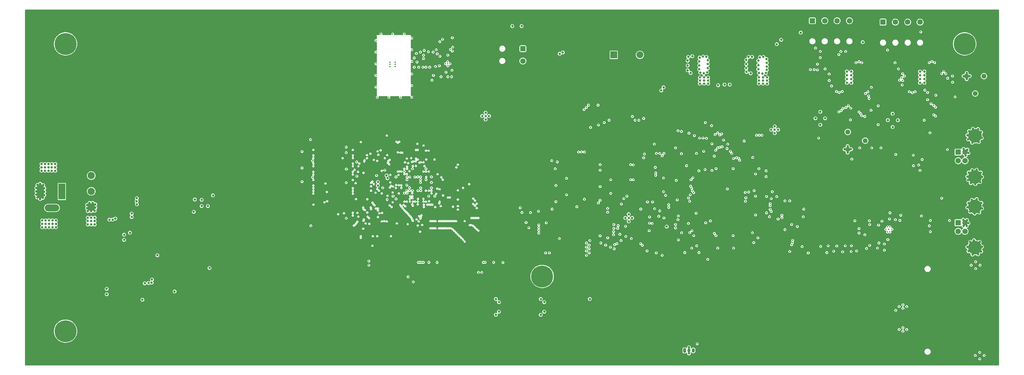
<source format=gbr>
%TF.GenerationSoftware,KiCad,Pcbnew,7.0.2*%
%TF.CreationDate,2023-10-13T18:39:37+02:00*%
%TF.ProjectId,3D Scanner with IR sensor Central Unit,33442053-6361-46e6-9e65-722077697468,1.0*%
%TF.SameCoordinates,Original*%
%TF.FileFunction,Copper,L2,Inr*%
%TF.FilePolarity,Positive*%
%FSLAX46Y46*%
G04 Gerber Fmt 4.6, Leading zero omitted, Abs format (unit mm)*
G04 Created by KiCad (PCBNEW 7.0.2) date 2023-10-13 18:39:37*
%MOMM*%
%LPD*%
G01*
G04 APERTURE LIST*
G04 Aperture macros list*
%AMRoundRect*
0 Rectangle with rounded corners*
0 $1 Rounding radius*
0 $2 $3 $4 $5 $6 $7 $8 $9 X,Y pos of 4 corners*
0 Add a 4 corners polygon primitive as box body*
4,1,4,$2,$3,$4,$5,$6,$7,$8,$9,$2,$3,0*
0 Add four circle primitives for the rounded corners*
1,1,$1+$1,$2,$3*
1,1,$1+$1,$4,$5*
1,1,$1+$1,$6,$7*
1,1,$1+$1,$8,$9*
0 Add four rect primitives between the rounded corners*
20,1,$1+$1,$2,$3,$4,$5,0*
20,1,$1+$1,$4,$5,$6,$7,0*
20,1,$1+$1,$6,$7,$8,$9,0*
20,1,$1+$1,$8,$9,$2,$3,0*%
G04 Aperture macros list end*
%TA.AperFunction,ComponentPad*%
%ADD10C,1.440000*%
%TD*%
%TA.AperFunction,ComponentPad*%
%ADD11RoundRect,0.250000X-0.550000X0.550000X-0.550000X-0.550000X0.550000X-0.550000X0.550000X0.550000X0*%
%TD*%
%TA.AperFunction,ComponentPad*%
%ADD12C,1.600000*%
%TD*%
%TA.AperFunction,ComponentPad*%
%ADD13C,0.800000*%
%TD*%
%TA.AperFunction,ComponentPad*%
%ADD14C,6.400000*%
%TD*%
%TA.AperFunction,ComponentPad*%
%ADD15R,2.000000X2.000000*%
%TD*%
%TA.AperFunction,ComponentPad*%
%ADD16C,2.000000*%
%TD*%
%TA.AperFunction,ComponentPad*%
%ADD17RoundRect,0.250000X-0.550000X-0.550000X0.550000X-0.550000X0.550000X0.550000X-0.550000X0.550000X0*%
%TD*%
%TA.AperFunction,ComponentPad*%
%ADD18RoundRect,0.250001X0.799999X-0.799999X0.799999X0.799999X-0.799999X0.799999X-0.799999X-0.799999X0*%
%TD*%
%TA.AperFunction,ComponentPad*%
%ADD19C,2.100000*%
%TD*%
%TA.AperFunction,ComponentPad*%
%ADD20R,2.000000X4.600000*%
%TD*%
%TA.AperFunction,ComponentPad*%
%ADD21O,2.000000X4.200000*%
%TD*%
%TA.AperFunction,ComponentPad*%
%ADD22O,4.200000X2.000000*%
%TD*%
%TA.AperFunction,ComponentPad*%
%ADD23R,1.600000X1.600000*%
%TD*%
%TA.AperFunction,ComponentPad*%
%ADD24C,4.000000*%
%TD*%
%TA.AperFunction,ComponentPad*%
%ADD25RoundRect,0.200000X-0.200000X-0.450000X0.200000X-0.450000X0.200000X0.450000X-0.200000X0.450000X0*%
%TD*%
%TA.AperFunction,ComponentPad*%
%ADD26O,0.800000X1.300000*%
%TD*%
%TA.AperFunction,ViaPad*%
%ADD27C,0.400000*%
%TD*%
%TA.AperFunction,ViaPad*%
%ADD28C,0.700000*%
%TD*%
%TA.AperFunction,ViaPad*%
%ADD29C,0.250000*%
%TD*%
G04 APERTURE END LIST*
D10*
%TO.N,GNDD*%
%TO.C,RV2*%
X308120000Y-222840000D03*
%TO.N,Net-(U12-AVREF)*%
X313200000Y-220300000D03*
%TO.N,Net-(R54-Pad1)*%
X308120000Y-217760000D03*
%TD*%
D11*
%TO.N,VCC_EN*%
%TO.C,J6*%
X213375000Y-193400000D03*
D12*
%TO.N,Net-(D12-A)*%
X213375000Y-197000000D03*
%TD*%
D13*
%TO.N,GNDD*%
%TO.C,H3*%
X339800000Y-192000000D03*
X340502944Y-190302944D03*
X340502944Y-193697056D03*
X342200000Y-189600000D03*
D14*
X342200000Y-192000000D03*
D13*
X342200000Y-194400000D03*
X343897056Y-190302944D03*
X343897056Y-193697056D03*
X344600000Y-192000000D03*
%TD*%
D15*
%TO.N,+5V*%
%TO.C,BZ1*%
X239900000Y-195200000D03*
D16*
%TO.N,Net-(BZ1-+)*%
X247500000Y-195200000D03*
%TD*%
D17*
%TO.N,/Stepper Motors/A1_2*%
%TO.C,J8*%
X297800000Y-185225000D03*
D12*
%TO.N,/Stepper Motors/A2_2*%
X301400000Y-185225000D03*
%TO.N,/Stepper Motors/B1_2*%
X305000000Y-185225000D03*
%TO.N,/Stepper Motors/B2_2*%
X308600000Y-185225000D03*
%TD*%
D17*
%TO.N,/Stepper Motors/A1_1*%
%TO.C,J9*%
X318400000Y-185625000D03*
D12*
%TO.N,/Stepper Motors/A2_1*%
X322000000Y-185625000D03*
%TO.N,/Stepper Motors/B1_1*%
X325600000Y-185625000D03*
%TO.N,/Stepper Motors/B2_1*%
X329200000Y-185625000D03*
%TD*%
D18*
%TO.N,GND*%
%TO.C,J23*%
X87500000Y-239700000D03*
D19*
%TO.N,VCC_EN*%
X87500000Y-235100000D03*
%TO.N,VCC*%
X87500000Y-230500000D03*
%TD*%
D20*
%TO.N,VCC*%
%TO.C,J1*%
X78950000Y-235150000D03*
D21*
%TO.N,GND*%
X72650000Y-235150000D03*
D22*
%TO.N,N/C*%
X76050000Y-239950000D03*
%TD*%
D23*
%TO.N,VDD*%
%TO.C,J2*%
X340312500Y-223650000D03*
D12*
%TO.N,/Power Supply/USB_ESD_D-*%
X340312500Y-226150000D03*
%TO.N,/Power Supply/USB_ESD_D+*%
X342312500Y-226150000D03*
%TO.N,GND*%
X342312500Y-223650000D03*
D24*
X345172500Y-218900000D03*
X345172500Y-230900000D03*
%TD*%
D13*
%TO.N,GND*%
%TO.C,H1*%
X77600000Y-192000000D03*
X78302944Y-190302944D03*
X78302944Y-193697056D03*
X80000000Y-189600000D03*
D14*
X80000000Y-192000000D03*
D13*
X80000000Y-194400000D03*
X81697056Y-190302944D03*
X81697056Y-193697056D03*
X82400000Y-192000000D03*
%TD*%
%TO.N,GND*%
%TO.C,H2*%
X77600000Y-276000000D03*
X78302944Y-274302944D03*
X78302944Y-277697056D03*
X80000000Y-273600000D03*
D14*
X80000000Y-276000000D03*
D13*
X80000000Y-278400000D03*
X81697056Y-274302944D03*
X81697056Y-277697056D03*
X82400000Y-276000000D03*
%TD*%
D10*
%TO.N,GNDD*%
%TO.C,RV1*%
X342750000Y-201430000D03*
%TO.N,Net-(U6-AVREF)*%
X345290000Y-206510000D03*
%TO.N,Net-(R44-Pad1)*%
X347830000Y-201430000D03*
%TD*%
D25*
%TO.N,/Procesor/VO*%
%TO.C,J4*%
X260550000Y-281600000D03*
D26*
%TO.N,GND*%
X261800000Y-281600000D03*
%TO.N,+5V*%
X263050000Y-281600000D03*
%TD*%
D13*
%TO.N,GND*%
%TO.C,H4*%
X216600000Y-260000000D03*
X217302944Y-258302944D03*
X217302944Y-261697056D03*
X219000000Y-257600000D03*
D14*
X219000000Y-260000000D03*
D13*
X219000000Y-262400000D03*
X220697056Y-258302944D03*
X220697056Y-261697056D03*
X221400000Y-260000000D03*
%TD*%
D23*
%TO.N,VBUS*%
%TO.C,J3*%
X340300000Y-244300000D03*
D12*
%TO.N,/Power Supply/USB_DSC_ESD_D-*%
X340300000Y-246800000D03*
%TO.N,/Power Supply/USB_DSC_ESD_D+*%
X342300000Y-246800000D03*
%TO.N,GND*%
X342300000Y-244300000D03*
D24*
X345160000Y-239550000D03*
X345160000Y-251550000D03*
%TD*%
D27*
%TO.N,/Stepper Motors/A2_1*%
X324603592Y-201419258D03*
X321900000Y-197500000D03*
X319700000Y-193800000D03*
%TO.N,/Stepper Motors/B1_1*%
X323200000Y-202600000D03*
%TO.N,ENABLE_1*%
X317800000Y-222400000D03*
X311600000Y-222400000D03*
X286100000Y-235200000D03*
X315100000Y-222400000D03*
X337250000Y-202025000D03*
X309300000Y-225700000D03*
%TO.N,RESET_MOTOR_1*%
X273900000Y-223400000D03*
X331400000Y-208300000D03*
X331400000Y-206200000D03*
X308900000Y-214200000D03*
%TO.N,SLEEP_1*%
X280400000Y-225200000D03*
X314900000Y-211400000D03*
X313100000Y-213200000D03*
X330600000Y-205500000D03*
%TO.N,TIM3_CH1*%
X273000000Y-234400000D03*
X299600000Y-219500000D03*
%TO.N,DIR_1*%
X295150000Y-242550000D03*
X338700000Y-203200000D03*
%TO.N,/Stepper Motors/A2_2*%
X299300000Y-199600000D03*
X299300000Y-197900000D03*
%TO.N,/Stepper Motors/B1_2*%
X300100000Y-194200000D03*
X297200000Y-199500000D03*
%TO.N,ENABLE_2*%
X314350000Y-207950000D03*
X287400000Y-236638556D03*
%TO.N,RESET_MOTOR_2*%
X307600000Y-210600000D03*
X314000000Y-206000000D03*
X274300000Y-224000000D03*
X277900000Y-220400000D03*
%TO.N,SLEEP_2*%
X317000000Y-215600000D03*
X287800000Y-243200000D03*
X317000000Y-210100000D03*
X315000000Y-204700000D03*
X285300000Y-242500000D03*
X291749500Y-244800000D03*
%TO.N,TIM2_CH1*%
X338675000Y-201375000D03*
X264700000Y-253000000D03*
%TO.N,DIR_2*%
X314200000Y-207200000D03*
X285800000Y-237200000D03*
%TO.N,SPI4_SCK*%
X254500000Y-224000000D03*
X248600000Y-213800000D03*
%TO.N,SPI4_!CS*%
X247200000Y-214300000D03*
X253300000Y-224000000D03*
%TO.N,SPI4_MISO*%
X252300000Y-224000000D03*
X231900000Y-210600000D03*
X246100000Y-214300000D03*
X238500000Y-214300000D03*
%TO.N,SPI4_MOSI*%
X231200000Y-211200000D03*
X248600000Y-225300000D03*
%TO.N,/Procesor/VO*%
X260600000Y-253000000D03*
%TO.N,SDMMC1_D3*%
X307400000Y-251000000D03*
X279200000Y-235300000D03*
X309100000Y-252700000D03*
X285500000Y-239300000D03*
%TO.N,SDMMC1_CMD*%
X285500000Y-240400000D03*
X306600000Y-252800000D03*
X278300000Y-238000000D03*
X304900000Y-251100000D03*
%TO.N,SDMMC1_CK*%
X300200000Y-251200000D03*
X302000000Y-253000000D03*
X278200000Y-235400000D03*
X288900000Y-242100000D03*
%TO.N,SDMMC1_D0*%
X294800000Y-251275500D03*
X289800000Y-246300000D03*
X296600000Y-253100000D03*
X289800000Y-237900000D03*
%TO.N,SDMMC1_D1*%
X291200000Y-237900000D03*
X291200000Y-252700000D03*
%TO.N,SDMMC1_D2*%
X285500000Y-238700000D03*
X280800000Y-234900000D03*
X309200000Y-251000000D03*
X310700000Y-252500000D03*
%TO.N,NRST*%
X280300000Y-247200000D03*
X266700000Y-244300000D03*
X314500000Y-250900000D03*
D28*
X232900000Y-266600000D03*
D27*
X263900000Y-241500000D03*
D28*
X255300000Y-245400000D03*
D27*
X282200000Y-228500000D03*
X313600000Y-251800000D03*
D28*
%TO.N,Net-(U6-VMA)*%
X288700000Y-190800000D03*
X287400000Y-192100000D03*
X312500000Y-191500000D03*
X294400000Y-188700000D03*
D27*
%TO.N,SD_DET*%
X302400000Y-251000000D03*
X304000000Y-252600000D03*
%TO.N,Net-(U1-VCAP_1)*%
X185900000Y-236500000D03*
%TO.N,Net-(U1-VCAP_2)*%
X186700000Y-230880000D03*
%TO.N,/Touch Screen/!RST*%
X181400000Y-261600000D03*
X179900000Y-260100000D03*
D29*
X176500000Y-220600000D03*
X170900000Y-226200000D03*
X171100000Y-240100000D03*
X171500000Y-241500000D03*
D27*
%TO.N,GNDD*%
X305600000Y-206200000D03*
D28*
X279800000Y-200600000D03*
X342790000Y-200510000D03*
X261400000Y-198300000D03*
X307862500Y-201175000D03*
D27*
X333800000Y-207000000D03*
D28*
X279200000Y-195800000D03*
X309162500Y-200075000D03*
X309075000Y-222800000D03*
D27*
X302700000Y-202700000D03*
D28*
X321200000Y-216300000D03*
D27*
X326962500Y-206275000D03*
D28*
X341890000Y-201410000D03*
X309162500Y-202275000D03*
X300100000Y-215650000D03*
X329162500Y-201175000D03*
X321200000Y-212400000D03*
X298700000Y-213750000D03*
X322700000Y-214300000D03*
D27*
X324100000Y-202700000D03*
D28*
X261600000Y-195800000D03*
X309162500Y-203375000D03*
X343690000Y-201410000D03*
X330462500Y-202275000D03*
D27*
X304800000Y-205900000D03*
D28*
X307862500Y-202275000D03*
X329162500Y-200075000D03*
X278500000Y-197900000D03*
D27*
X306500000Y-205900000D03*
X311400000Y-197200000D03*
X332662500Y-197175000D03*
D28*
X307862500Y-200075000D03*
X278600000Y-200200000D03*
D27*
X322900000Y-199300000D03*
D28*
X309162500Y-201175000D03*
X262800000Y-195600000D03*
X261400000Y-199700000D03*
D27*
X333462500Y-197475000D03*
D28*
X278500000Y-199100000D03*
D27*
X301500000Y-199300000D03*
X331862500Y-197475000D03*
D28*
X301500000Y-213750000D03*
D27*
X303386968Y-204304020D03*
X324000000Y-204000000D03*
D28*
X330462500Y-201175000D03*
X308075000Y-223800000D03*
X329162500Y-202275000D03*
X278500000Y-196700000D03*
X330462500Y-200075000D03*
X307862500Y-203375000D03*
D27*
X312200000Y-197500000D03*
D28*
X330462500Y-203375000D03*
X280200000Y-195800000D03*
X308075000Y-221900000D03*
D27*
X313300000Y-206500000D03*
X324100000Y-200700000D03*
D28*
X342790000Y-202310000D03*
D27*
X310500000Y-197500000D03*
D28*
X262300000Y-200500000D03*
X329162500Y-203375000D03*
X261400000Y-196900000D03*
X300100000Y-211850000D03*
X319800000Y-214300000D03*
D27*
X326062500Y-205975000D03*
X327762500Y-205975000D03*
D28*
X307175000Y-222800000D03*
D27*
X302700000Y-200800000D03*
D29*
%TO.N,/Touch Screen/CS*%
X183200000Y-226700000D03*
X174500000Y-225900000D03*
%TO.N,/Touch Screen/LTDC_R7*%
X200400000Y-242900000D03*
X200400000Y-246600000D03*
%TO.N,/Touch Screen/LTDC_R6*%
X199900000Y-238700000D03*
X199900000Y-240000000D03*
X199900000Y-242900000D03*
X199900000Y-246200000D03*
%TO.N,/Touch Screen/LTDC_R5*%
X199400000Y-237800000D03*
X199400000Y-239300000D03*
X199400000Y-245700000D03*
X199400000Y-242900000D03*
%TO.N,/Touch Screen/LTDC_R4*%
X198900000Y-242900000D03*
X198900000Y-238800000D03*
X198900000Y-245200000D03*
X198900000Y-237200000D03*
%TO.N,/Touch Screen/LTDC_R3*%
X198400000Y-245000000D03*
X198400000Y-242900000D03*
%TO.N,/Touch Screen/LTDC_R2*%
X197700000Y-233000000D03*
X197900000Y-245000000D03*
%TO.N,/Touch Screen/LTDC_R1*%
X182400000Y-243300000D03*
X184000000Y-244900000D03*
X183000000Y-243900000D03*
X177925000Y-234100000D03*
%TO.N,/Touch Screen/LTDC_R0*%
X169100000Y-233600000D03*
X169100000Y-232600000D03*
X171100000Y-240700000D03*
X170500000Y-240100000D03*
%TO.N,/Touch Screen/LTDC_G7*%
X184375000Y-229300000D03*
X196400000Y-243800000D03*
X196400000Y-249800000D03*
X189100000Y-238100000D03*
%TO.N,/Touch Screen/LTDC_G6*%
X195900000Y-249200000D03*
X195900000Y-234100000D03*
%TO.N,/Touch Screen/LTDC_G5*%
X195400000Y-248700000D03*
X188500000Y-230100000D03*
%TO.N,/Touch Screen/LTDC_G4*%
X189100000Y-234500000D03*
X194900000Y-248200000D03*
X191500000Y-236900000D03*
X185925000Y-229300000D03*
%TO.N,/Touch Screen/LTDC_G3*%
X187600000Y-225800000D03*
X194400000Y-237500000D03*
X194400000Y-240400000D03*
X185200000Y-225800000D03*
X194400000Y-234800000D03*
X194400000Y-239400000D03*
X194400000Y-227300000D03*
X194400000Y-247700000D03*
%TO.N,/Touch Screen/LTDC_G2*%
X193900000Y-243800000D03*
X189000000Y-238600000D03*
X193900000Y-247200000D03*
X185175000Y-230900000D03*
%TO.N,/Touch Screen/LTDC_G1*%
X178300000Y-240000000D03*
X169900000Y-233000000D03*
X193400000Y-246700000D03*
X193400000Y-243800000D03*
%TO.N,/Touch Screen/LTDC_G0*%
X178700000Y-240500000D03*
X192900000Y-243800000D03*
X169500000Y-232200000D03*
X192900000Y-246200000D03*
%TO.N,/Touch Screen/LTDC_B7*%
X192400000Y-245900000D03*
X178775000Y-228500000D03*
X179100000Y-240900000D03*
X192400000Y-243800000D03*
%TO.N,/Touch Screen/LTDC_B6*%
X191900000Y-243800000D03*
X179500000Y-241300000D03*
X179600000Y-228525000D03*
X191900000Y-245900000D03*
%TO.N,/Touch Screen/LTDC_B5*%
X177400000Y-229300000D03*
X191400000Y-245900000D03*
X179900000Y-241700000D03*
X191400000Y-243800000D03*
%TO.N,/Touch Screen/LTDC_B4*%
X174400000Y-227200000D03*
X190900000Y-243800000D03*
X190900000Y-245900000D03*
X180200000Y-242100000D03*
%TO.N,/Touch Screen/LTDC_B3*%
X190400000Y-245900000D03*
X190400000Y-243800000D03*
X180800000Y-225400000D03*
X180600000Y-242500000D03*
%TO.N,/Touch Screen/LTDC_B2*%
X189900000Y-243800000D03*
X183600000Y-226600000D03*
X180900000Y-242900000D03*
X189900000Y-245900000D03*
%TO.N,/Touch Screen/LTDC_B1*%
X182100000Y-226300000D03*
X182174500Y-227661525D03*
X189400000Y-243800000D03*
X181100000Y-243300000D03*
X189400000Y-245900000D03*
X171900000Y-223100000D03*
%TO.N,/Touch Screen/LTDC_B0*%
X188900000Y-243800000D03*
X169900000Y-225900000D03*
X173100000Y-225400000D03*
X188900000Y-245900000D03*
X174122217Y-226308584D03*
X181300000Y-243700000D03*
%TO.N,/Touch Screen/LTDC_DE*%
X187900000Y-245900000D03*
X177900000Y-229300000D03*
X179500000Y-238100000D03*
X183800000Y-242100000D03*
X187900000Y-243800000D03*
%TO.N,/Touch Screen/LTDC_CLK*%
X187400000Y-245900000D03*
X177200000Y-235700000D03*
X183100000Y-242400000D03*
X178800000Y-238100000D03*
X187400000Y-243800000D03*
X177200000Y-233300000D03*
%TO.N,/Touch Screen/LTDC_HSYNC*%
X186900000Y-243800000D03*
X177600000Y-239100000D03*
X186900000Y-245900000D03*
X183600000Y-242700000D03*
X178600000Y-239100000D03*
X174900000Y-233500000D03*
X179500000Y-230025000D03*
%TO.N,/Touch Screen/LTDC_VSYNC*%
X183500000Y-243100000D03*
X179100000Y-239500000D03*
X174700000Y-230300000D03*
X177900000Y-239500000D03*
X186400000Y-245900000D03*
X186400000Y-243800000D03*
%TO.N,/Touch Screen/TP_!INT*%
X169500000Y-251000000D03*
X189590000Y-230990000D03*
%TO.N,/Touch Screen/UART5_RX*%
X185100000Y-229325000D03*
X194000000Y-228100000D03*
D27*
%TO.N,NHOME_1*%
X339400000Y-207500000D03*
X295300000Y-240300000D03*
%TO.N,NHOME_2*%
X322100000Y-224300000D03*
X293400000Y-245400000D03*
X285800000Y-241000000D03*
X288900000Y-242800000D03*
%TO.N,Net-(U6-BOUT2)*%
X329400000Y-188500000D03*
X323800000Y-201900000D03*
%TO.N,Net-(U12-AOUT1)*%
X298700000Y-193200000D03*
X305500000Y-195100000D03*
%TO.N,Net-(U12-BOUT2)*%
X306100000Y-194200000D03*
X300100000Y-196000000D03*
X307500000Y-194200000D03*
X298300000Y-199500000D03*
%TO.N,GND*%
X181000000Y-190300000D03*
X327200000Y-224500000D03*
X347900000Y-283100000D03*
D28*
X87500000Y-243800000D03*
X286800000Y-217100000D03*
X346900000Y-229600000D03*
D27*
X188400000Y-194900000D03*
D28*
X282200000Y-202700000D03*
D27*
X311400000Y-246000000D03*
X284300000Y-229100000D03*
X186700000Y-232500000D03*
X221800000Y-226100000D03*
X322100000Y-269900000D03*
D28*
X119700000Y-237600000D03*
D27*
X335500000Y-237100000D03*
X319200000Y-246200000D03*
X173800000Y-237500000D03*
X322000000Y-243400000D03*
D28*
X282200000Y-203600000D03*
D27*
X241150000Y-245100000D03*
D28*
X202500000Y-214100000D03*
X343000000Y-218700000D03*
D27*
X262600000Y-251700000D03*
X180325000Y-234900000D03*
D28*
X283400000Y-203600000D03*
D27*
X176396798Y-237321798D03*
D28*
X344500000Y-253600000D03*
D27*
X168450000Y-255475000D03*
X281200000Y-230000000D03*
X186200000Y-198800000D03*
X324200000Y-269300000D03*
D28*
X342900000Y-243500000D03*
D27*
X181000000Y-204200000D03*
X323600000Y-242100000D03*
X284400000Y-241400000D03*
X183575000Y-234100000D03*
X258700000Y-242300000D03*
X176100000Y-197400000D03*
D28*
X343300000Y-238500000D03*
D27*
X310200000Y-243700000D03*
X172500000Y-234075000D03*
D28*
X117690000Y-237500000D03*
X282500000Y-195900000D03*
D27*
X185120000Y-228500000D03*
X170500000Y-194400000D03*
D28*
X243250000Y-242900000D03*
X73200000Y-244600000D03*
D27*
X191500000Y-201600000D03*
D28*
X99300000Y-242600000D03*
X344400000Y-220900000D03*
D27*
X192700000Y-199700000D03*
D28*
X76000000Y-227100000D03*
X74000000Y-227100000D03*
D27*
X235900000Y-227300000D03*
D28*
X74200000Y-243600000D03*
X265900000Y-195700000D03*
X100700000Y-238000000D03*
D27*
X261100000Y-227600000D03*
X345400000Y-257700000D03*
X183850000Y-255875000D03*
D28*
X205500000Y-266600000D03*
X245250000Y-242900000D03*
D27*
X170500000Y-204600000D03*
D28*
X267300000Y-199100000D03*
D27*
X324200000Y-268300000D03*
D28*
X283400000Y-202700000D03*
X72600000Y-232900000D03*
X283500000Y-195800000D03*
D27*
X183000000Y-198800000D03*
X313100000Y-247800000D03*
X178808946Y-235616054D03*
D28*
X267100000Y-200300000D03*
D27*
X207550000Y-255900000D03*
X188350000Y-255875000D03*
X235900000Y-228900000D03*
X314400000Y-243700000D03*
D28*
X76200000Y-244600000D03*
D27*
X183525000Y-232500000D03*
D28*
X88500000Y-243800000D03*
D27*
X170700000Y-230500000D03*
X261648511Y-237000000D03*
D28*
X343800000Y-241100000D03*
D27*
X281200000Y-242000000D03*
X173100000Y-228900000D03*
X319700000Y-245500000D03*
X323100000Y-275500000D03*
D28*
X346700000Y-232400000D03*
X267300000Y-197900000D03*
D27*
X281900000Y-248700000D03*
X181700000Y-198800000D03*
X325300000Y-275500000D03*
D28*
X94500000Y-243100000D03*
X73800000Y-236200000D03*
X86300000Y-240000000D03*
D27*
X337200000Y-222900000D03*
D28*
X206400000Y-270300000D03*
D27*
X161850000Y-223775000D03*
D28*
X77000000Y-227100000D03*
D27*
X274687500Y-228461011D03*
X258700000Y-249300000D03*
X226100000Y-231300000D03*
D28*
X72600000Y-237400000D03*
D27*
X224000000Y-248900000D03*
X180300000Y-234025000D03*
X269687500Y-248038989D03*
D28*
X75000000Y-227100000D03*
D27*
X190945500Y-200279250D03*
D28*
X284600000Y-202700000D03*
D27*
X258100000Y-231900000D03*
X185100000Y-198800000D03*
X184350000Y-255875000D03*
D28*
X347000000Y-217800000D03*
D27*
X191500000Y-198400000D03*
D28*
X244250000Y-242900000D03*
D27*
X257900000Y-244800000D03*
X182850000Y-255875000D03*
X253000000Y-242400000D03*
D28*
X285800000Y-217100000D03*
X341900000Y-222700000D03*
D27*
X189000000Y-198400000D03*
X255900000Y-239000000D03*
X152050000Y-226175000D03*
D28*
X347200000Y-219500000D03*
D27*
X346600000Y-282200000D03*
D28*
X343300000Y-244400000D03*
X203500000Y-213100000D03*
D27*
X168450000Y-256675000D03*
X280700000Y-250100000D03*
X170500000Y-197800000D03*
X182300000Y-194800000D03*
X284300000Y-230800000D03*
D28*
X173900000Y-231275000D03*
D27*
X329800000Y-225800000D03*
X178800000Y-189100000D03*
X151550000Y-245175000D03*
D28*
X93700000Y-243400000D03*
X261800000Y-280700000D03*
D27*
X170500000Y-191000000D03*
D28*
X75200000Y-243600000D03*
X287800000Y-217100000D03*
D27*
X235900000Y-237700000D03*
D28*
X87500000Y-244800000D03*
D27*
X254522609Y-242877135D03*
X239000000Y-231700000D03*
X181000000Y-197100000D03*
D28*
X86500000Y-240900000D03*
X87500000Y-240900000D03*
D27*
X170500000Y-201200000D03*
X172000000Y-189100000D03*
X253300000Y-240800000D03*
D28*
X71800000Y-236900000D03*
D27*
X181000000Y-200800000D03*
X346700000Y-256700000D03*
X201850000Y-255875000D03*
X332200000Y-243600000D03*
X201400000Y-258800000D03*
X274687500Y-248038989D03*
X179600000Y-235625000D03*
X345300000Y-283100000D03*
X319700000Y-247000000D03*
D28*
X73200000Y-245600000D03*
X73000000Y-229100000D03*
X92000000Y-263600000D03*
D27*
X200400000Y-258800000D03*
X316800000Y-251700000D03*
D28*
X343800000Y-249900000D03*
X341900000Y-245200000D03*
D27*
X324200000Y-276000000D03*
D28*
X244250000Y-243900000D03*
D27*
X202350000Y-255875000D03*
X192600000Y-201600000D03*
X148950000Y-228275000D03*
X223400000Y-226500000D03*
X191475000Y-197775000D03*
X184600000Y-193900000D03*
D28*
X347300000Y-230900000D03*
D27*
X190800000Y-197800000D03*
D28*
X343300000Y-252600000D03*
X87900000Y-238500000D03*
D27*
X251777135Y-240177391D03*
X345400000Y-255700000D03*
D28*
X284600000Y-201800000D03*
D27*
X181900000Y-230925000D03*
X181000000Y-207600000D03*
D28*
X254400000Y-204700000D03*
D27*
X175525000Y-236500000D03*
X180400000Y-230925000D03*
X324200000Y-275000000D03*
D28*
X111800000Y-264400000D03*
D27*
X174600000Y-197400000D03*
D28*
X106790000Y-253800000D03*
D27*
X235900000Y-233700000D03*
X257900000Y-245800000D03*
X151450000Y-219975000D03*
X182500000Y-197300000D03*
D28*
X345100000Y-241600000D03*
D27*
X187300000Y-201200000D03*
D28*
X283200000Y-200700000D03*
X98800000Y-247200000D03*
D27*
X311400000Y-247300000D03*
D28*
X71500000Y-234100000D03*
X272200000Y-203900000D03*
D27*
X179525000Y-234900000D03*
D28*
X75200000Y-244600000D03*
X74200000Y-245600000D03*
D27*
X281200000Y-236500000D03*
D28*
X75000000Y-229100000D03*
X86300000Y-239100000D03*
D27*
X170900000Y-207600000D03*
X161900000Y-228600000D03*
X174300000Y-207600000D03*
X226100000Y-236100000D03*
X332200000Y-246900000D03*
D28*
X343000000Y-239800000D03*
D27*
X331900000Y-245200000D03*
X321000000Y-246200000D03*
X184200000Y-198800000D03*
D28*
X105100000Y-261800000D03*
X73800000Y-234200000D03*
X344900000Y-249400000D03*
X284500000Y-198600000D03*
D27*
X329200000Y-229000000D03*
X178783968Y-229300000D03*
D28*
X173600000Y-230475000D03*
X74000000Y-228100000D03*
D27*
X181700000Y-196100000D03*
D28*
X265000000Y-201800000D03*
D27*
X181125000Y-234900000D03*
X264200000Y-279700000D03*
D28*
X282200000Y-201800000D03*
X218600000Y-266600000D03*
X347000000Y-252700000D03*
X73200000Y-243600000D03*
X74000000Y-229100000D03*
X77200000Y-244600000D03*
D27*
X183525000Y-231700000D03*
D28*
X266100000Y-200600000D03*
D27*
X192800000Y-190200000D03*
D28*
X264800000Y-199400000D03*
X345300000Y-233000000D03*
D27*
X314500000Y-244800000D03*
D28*
X87500000Y-242800000D03*
D27*
X189137500Y-191337500D03*
D28*
X76200000Y-245600000D03*
X270300000Y-204100000D03*
D27*
X187200000Y-194400000D03*
D28*
X219600000Y-270300000D03*
D27*
X247750000Y-240300000D03*
D28*
X224100000Y-194900000D03*
D27*
X332100000Y-218000000D03*
D28*
X284200000Y-200500000D03*
X266200000Y-202700000D03*
X122000000Y-257500000D03*
D27*
X184400000Y-196300000D03*
D28*
X75200000Y-245600000D03*
D27*
X269187000Y-224800000D03*
D28*
X103100000Y-262000000D03*
D27*
X148950000Y-223475000D03*
D28*
X266200000Y-201800000D03*
D27*
X255900000Y-239800000D03*
X183575000Y-234900000D03*
X186700000Y-234100000D03*
D28*
X282000000Y-198200000D03*
X104200000Y-261900000D03*
X343000000Y-222900000D03*
D27*
X223016521Y-233399500D03*
X320400000Y-247000000D03*
D28*
X105200000Y-260900000D03*
X284500000Y-197500000D03*
D27*
X187900000Y-198600000D03*
X161850000Y-242975000D03*
X325300000Y-268800000D03*
D28*
X202500000Y-213100000D03*
X264900000Y-196000000D03*
X346100000Y-216900000D03*
X266200000Y-203600000D03*
D27*
X328800000Y-227400000D03*
D28*
X171100000Y-232375000D03*
X284400000Y-196400000D03*
D27*
X263187500Y-248038989D03*
D28*
X266900000Y-195800000D03*
D27*
X174600000Y-198600000D03*
D28*
X99300000Y-241600000D03*
D27*
X284419503Y-236600000D03*
X235900000Y-248100000D03*
D28*
X76200000Y-243600000D03*
D27*
X320057500Y-246220000D03*
X319800000Y-249200000D03*
D28*
X344600000Y-216800000D03*
X76000000Y-229100000D03*
X344400000Y-228900000D03*
X346600000Y-249900000D03*
X119700000Y-239400000D03*
D27*
X192800000Y-194100000D03*
X192237500Y-193637500D03*
X317090120Y-244972233D03*
D28*
X283400000Y-201800000D03*
D27*
X323300000Y-243600000D03*
D28*
X86500000Y-244800000D03*
D27*
X254400000Y-235200000D03*
X337800000Y-243600000D03*
X223000000Y-238100000D03*
X183500000Y-194400000D03*
X164950000Y-230675000D03*
X317200000Y-250200000D03*
D28*
X73800000Y-235200000D03*
D27*
X254400000Y-231200000D03*
X179600000Y-230925000D03*
X274800000Y-225500000D03*
D28*
X88700000Y-238900000D03*
X343500000Y-217500000D03*
D27*
X182725000Y-230900000D03*
D28*
X77000000Y-229100000D03*
D27*
X320300000Y-243200000D03*
X174600000Y-198000000D03*
X187700000Y-236500000D03*
X183525000Y-230900000D03*
D28*
X343300000Y-223900000D03*
X77000000Y-228100000D03*
X244250000Y-241800000D03*
D27*
X189200000Y-195600000D03*
X191474500Y-195270750D03*
X269687500Y-228461011D03*
D28*
X273700000Y-203900000D03*
X286800000Y-216100000D03*
D27*
X189937500Y-190637500D03*
D28*
X74200000Y-244600000D03*
X284500000Y-199600000D03*
X100800000Y-237100000D03*
D27*
X188100000Y-193700000D03*
X266100000Y-223400000D03*
X175400000Y-189100000D03*
D28*
X123000000Y-236300000D03*
X346100000Y-253500000D03*
D27*
X189500000Y-201600000D03*
X264062676Y-251043921D03*
D28*
X225000000Y-194500000D03*
X346400000Y-241300000D03*
D27*
X179525000Y-233300000D03*
D28*
X347300000Y-251300000D03*
X218600000Y-271200000D03*
D27*
X176375000Y-230900000D03*
X161850000Y-222175000D03*
D28*
X282000000Y-199400000D03*
D27*
X148950000Y-232275000D03*
D28*
X264800000Y-198300000D03*
D27*
X274800000Y-251700000D03*
D28*
X265000000Y-203600000D03*
X343200000Y-219900000D03*
X267400000Y-202700000D03*
X206400000Y-267500000D03*
X75000000Y-228100000D03*
X88500000Y-242800000D03*
D27*
X327300000Y-227600000D03*
X181180000Y-228500000D03*
D28*
X345700000Y-228800000D03*
X265100000Y-200400000D03*
X343400000Y-229600000D03*
D27*
X181000000Y-193700000D03*
D28*
X282000000Y-196900000D03*
X77200000Y-243600000D03*
D27*
X258600000Y-243400000D03*
D28*
X88700000Y-239900000D03*
D27*
X185125000Y-231700000D03*
D28*
X117400000Y-241100000D03*
X286800000Y-218100000D03*
X92800000Y-243400000D03*
X71500000Y-236100000D03*
D27*
X161850000Y-232575000D03*
D28*
X219600000Y-267500000D03*
D27*
X176100000Y-198600000D03*
X239000000Y-235700000D03*
D28*
X73000000Y-227100000D03*
X76000000Y-228100000D03*
X86500000Y-243800000D03*
X343000000Y-230800000D03*
D27*
X185950000Y-255875000D03*
D28*
X201500000Y-213100000D03*
D27*
X318100000Y-243800000D03*
D28*
X171100000Y-233400000D03*
D27*
X152050000Y-230975000D03*
D28*
X97100000Y-249300000D03*
X347100000Y-238500000D03*
X267400000Y-203600000D03*
X267400000Y-201800000D03*
X343200000Y-231800000D03*
X92000000Y-265200000D03*
D27*
X179575000Y-231700000D03*
D28*
X205500000Y-271200000D03*
D27*
X182775000Y-234900000D03*
X185800000Y-194300000D03*
X329600000Y-242300000D03*
D28*
X102400000Y-266800000D03*
D27*
X344100000Y-256700000D03*
D28*
X202500000Y-212100000D03*
D27*
X184400000Y-195300000D03*
D28*
X267300000Y-196800000D03*
X261800000Y-282500000D03*
X346300000Y-220700000D03*
D27*
X258400497Y-237600000D03*
D28*
X73500000Y-233300000D03*
D27*
X186860000Y-202600000D03*
D28*
X73400000Y-237000000D03*
X264800000Y-197100000D03*
X265000000Y-202700000D03*
D27*
X204850000Y-255875000D03*
X192937500Y-192937500D03*
X320400000Y-245500000D03*
D28*
X345700000Y-237400000D03*
D27*
X192100000Y-197800000D03*
D28*
X342800000Y-245200000D03*
D27*
X164900000Y-226500000D03*
X177700000Y-207600000D03*
D28*
X77200000Y-245600000D03*
X121500000Y-239400000D03*
X71500000Y-235100000D03*
X73000000Y-228100000D03*
X100800000Y-238900000D03*
X88500000Y-244800000D03*
D27*
X191400000Y-197200000D03*
D28*
X97100000Y-247800000D03*
X341800000Y-243400000D03*
X284600000Y-203600000D03*
X347300000Y-240100000D03*
X344000000Y-232700000D03*
X88500000Y-240800000D03*
D27*
X261648511Y-244500000D03*
X323100000Y-268800000D03*
X346600000Y-284100000D03*
D28*
X342500000Y-224600000D03*
D27*
X270200000Y-251700000D03*
D28*
X86500000Y-242800000D03*
X344300000Y-237600000D03*
X253700000Y-205600000D03*
D27*
X176100000Y-198000000D03*
X183350000Y-255875000D03*
X222800000Y-228500000D03*
D28*
X343000000Y-251400000D03*
X87000000Y-238500000D03*
X71800000Y-233200000D03*
D27*
X320400000Y-241400000D03*
D28*
X282200000Y-200500000D03*
D27*
%TO.N,+3.3V*%
X322100000Y-277200000D03*
D28*
X118800000Y-264400000D03*
D27*
X178800000Y-234825000D03*
D28*
X292000000Y-216200000D03*
D27*
X201900000Y-258500000D03*
X259200000Y-245400000D03*
X150750000Y-220375000D03*
X150850000Y-244775000D03*
X178800000Y-231625000D03*
X240650000Y-240300000D03*
D28*
X118800000Y-266400000D03*
D27*
X149350000Y-224075000D03*
X312600000Y-206200000D03*
D28*
X120800000Y-263400000D03*
D27*
X149350000Y-232875000D03*
X304900000Y-219100000D03*
X179500000Y-234025000D03*
D28*
X119800000Y-266400000D03*
D27*
X269187000Y-225800000D03*
X223400000Y-228500000D03*
X187460000Y-202600000D03*
X333900000Y-206400000D03*
X182775000Y-230100000D03*
X149350000Y-228875000D03*
X184325000Y-231700000D03*
X190800000Y-201200000D03*
X258947429Y-244446762D03*
D28*
X179000000Y-213200000D03*
X119800000Y-265400000D03*
X180000000Y-213200000D03*
D27*
X181125000Y-230900000D03*
X181125000Y-230100000D03*
D28*
X181000000Y-213200000D03*
X180000000Y-212300000D03*
X120800000Y-266400000D03*
X121800000Y-266400000D03*
D27*
X202600000Y-259000000D03*
X176325000Y-238100000D03*
X184325000Y-230900000D03*
X179800000Y-224100000D03*
X270200500Y-250716521D03*
X222400000Y-226500000D03*
X184300000Y-234825000D03*
X183500000Y-235625000D03*
D28*
X120800000Y-265400000D03*
D27*
X172200000Y-237500000D03*
D28*
X118775000Y-263425000D03*
X121800000Y-265400000D03*
D27*
X223400000Y-234000000D03*
X238600000Y-230900000D03*
X322100000Y-262300000D03*
X180400000Y-235625000D03*
X181925000Y-234900000D03*
X175690000Y-224400000D03*
X177103200Y-230896800D03*
D28*
X121800000Y-264400000D03*
D27*
X164600000Y-225800000D03*
X200900000Y-258500000D03*
X275188000Y-250713562D03*
X261400000Y-226900000D03*
X238600000Y-236500000D03*
X259199154Y-243379571D03*
X167450000Y-255475000D03*
X259000000Y-237600000D03*
X322100000Y-280400000D03*
X167450000Y-256675000D03*
D28*
X121800000Y-263400000D03*
D27*
X257400000Y-242000000D03*
X176300000Y-229225000D03*
X182700000Y-235625000D03*
X223400000Y-237300000D03*
D28*
X293000000Y-217100000D03*
D27*
X190300000Y-230000000D03*
X281520000Y-253200000D03*
D28*
X119800000Y-264400000D03*
D27*
X175475000Y-237200000D03*
X259000000Y-231900000D03*
D28*
X180000000Y-214100000D03*
X119800000Y-263400000D03*
D27*
X184396798Y-233228202D03*
X261800000Y-251200000D03*
X279120000Y-253200000D03*
X283900000Y-241400000D03*
X321700000Y-267500000D03*
X313300000Y-197400000D03*
X283900000Y-229800000D03*
D28*
X291000000Y-217100000D03*
D27*
X322000000Y-270500000D03*
X175200000Y-224000000D03*
X281500000Y-249500000D03*
X262000000Y-225700000D03*
X322100000Y-264800000D03*
D28*
X118800000Y-265400000D03*
D27*
X164550000Y-231275000D03*
X179500000Y-232425000D03*
X192400000Y-194800000D03*
X187859167Y-200483279D03*
X283920000Y-236600000D03*
X274137324Y-225763921D03*
D28*
X292000000Y-218000000D03*
D27*
X181975000Y-230100000D03*
X223300000Y-248500000D03*
X334500000Y-197400000D03*
X224100000Y-226900000D03*
X178775000Y-232500000D03*
X347000000Y-198800000D03*
X263300000Y-250680000D03*
D28*
X292000000Y-217100000D03*
X120800000Y-264400000D03*
D27*
X183600000Y-233225000D03*
X322100000Y-259800000D03*
X248450000Y-240700000D03*
D28*
%TO.N,+5V*%
X210300000Y-186800000D03*
X213000000Y-186800000D03*
D29*
%TO.N,I2C2_SCL*%
X193000000Y-239600000D03*
X189400000Y-239400000D03*
%TO.N,Net-(U1-BOOT0)*%
X172200000Y-229100000D03*
X180300000Y-229200000D03*
X174000000Y-226800000D03*
%TO.N,Net-(U1-PDR_ON)*%
X179525000Y-225525000D03*
X178800000Y-230100000D03*
D27*
%TO.N,Net-(U12-AVREF)*%
X309003200Y-210803200D03*
X308296800Y-210096800D03*
D29*
%TO.N,/Touch Screen/FMC_NBL1*%
X178200000Y-223800000D03*
X163775000Y-234175000D03*
X164600000Y-232700000D03*
X179000000Y-226600000D03*
%TO.N,/Touch Screen/FMC_NBL0*%
X152275000Y-233375000D03*
X155800000Y-232800000D03*
X179943399Y-226856601D03*
X182200000Y-223000000D03*
X182200000Y-225500000D03*
%TO.N,/Touch Screen/FMC_SDCKE1*%
X163797063Y-235787792D03*
X171000000Y-223400000D03*
X167900000Y-224500000D03*
X164300000Y-228800000D03*
X181400000Y-226400000D03*
%TO.N,/Touch Screen/FMC_SDNE1*%
X177300000Y-220600000D03*
X179600000Y-227899500D03*
X173700000Y-218800000D03*
X181000000Y-226500000D03*
X177700000Y-223800000D03*
%TO.N,/Touch Screen/FMC_SDNCAS*%
X182700000Y-223000000D03*
X182700000Y-225800000D03*
X181300000Y-227704089D03*
X152275000Y-234975000D03*
%TO.N,/Touch Screen/FMC_D2*%
X184674500Y-227700000D03*
X152275000Y-225375000D03*
D27*
%TO.N,RAM_D0*%
X259600000Y-224100000D03*
X257900000Y-222400000D03*
%TO.N,RAM_D1*%
X264700000Y-229100000D03*
X264000000Y-224000000D03*
%TO.N,RAM_D3*%
X271900000Y-220100000D03*
X273100000Y-221300000D03*
%TO.N,RAM_D4*%
X232700000Y-251900000D03*
X240000000Y-251900000D03*
%TO.N,RAM_D5*%
X238900000Y-251400000D03*
X231900000Y-251400000D03*
%TO.N,RAM_D6*%
X237500000Y-250800000D03*
X232700000Y-250800000D03*
%TO.N,RAM_D7*%
X236100000Y-250200000D03*
X231900000Y-250200000D03*
%TO.N,SDNWE*%
X220000000Y-253100000D03*
X221900000Y-240300000D03*
X231900000Y-253800000D03*
X254000000Y-253800000D03*
%TO.N,SDNCAS*%
X229100000Y-239600000D03*
X266900000Y-219600000D03*
X237100000Y-215000000D03*
X231300000Y-223600000D03*
X231300000Y-237400000D03*
X268500000Y-221200000D03*
%TO.N,SDNRAS*%
X231900000Y-252500000D03*
X217900000Y-240900000D03*
X249600000Y-252500000D03*
X215600500Y-241300000D03*
%TO.N,SDNE0*%
X232700000Y-253100000D03*
X252300000Y-253100000D03*
X220200000Y-244300000D03*
X221100000Y-253100000D03*
%TO.N,RAM_BA0*%
X233100000Y-216400000D03*
X266500500Y-228724318D03*
X229600000Y-223600000D03*
X259600000Y-217600000D03*
%TO.N,RAM_BA1*%
X235400000Y-215700000D03*
X265900000Y-219500000D03*
X230500000Y-223600000D03*
X268500000Y-229000000D03*
%TO.N,RAM_A10*%
X232900000Y-249500000D03*
X242000000Y-249500000D03*
%TO.N,RAM_A0*%
X262300000Y-233600000D03*
X212600000Y-239900000D03*
X258600000Y-217400000D03*
X218000000Y-244900000D03*
%TO.N,RAM_A1*%
X218000000Y-245700000D03*
X213100000Y-241300000D03*
X261800000Y-218100000D03*
X262600000Y-234200000D03*
%TO.N,RAM_A2*%
X218000000Y-246500000D03*
X262800000Y-235000000D03*
X263400000Y-218800000D03*
X214303554Y-244196446D03*
%TO.N,RAM_A3*%
X218000000Y-247300000D03*
X263200000Y-235500000D03*
X264900000Y-219500000D03*
X215100500Y-245750000D03*
%TO.N,RAM_A4*%
X240800000Y-250400000D03*
X255000000Y-236300000D03*
X251100000Y-244500000D03*
X247700000Y-250400000D03*
%TO.N,RAM_A5*%
X235400000Y-238500000D03*
X243700000Y-236500000D03*
%TO.N,RAM_A6*%
X239800000Y-247800000D03*
X269200000Y-247400000D03*
X245000000Y-248900000D03*
X267300000Y-255000000D03*
%TO.N,RAM_A7*%
X239800000Y-246900000D03*
X243400000Y-248300000D03*
%TO.N,RAM_A8*%
X239900500Y-245900000D03*
X241653200Y-247646800D03*
%TO.N,RAM_A9*%
X239900500Y-244800000D03*
X241000000Y-245900000D03*
%TO.N,SDCKE0*%
X240100000Y-250700000D03*
X238100000Y-241200000D03*
X248200000Y-250900000D03*
X238100000Y-248700000D03*
%TO.N,SDCLK*%
X250200000Y-246600000D03*
X262700000Y-246600000D03*
X278400000Y-237000000D03*
X238100000Y-240100000D03*
X243300000Y-245299502D03*
X268050000Y-243750000D03*
%TO.N,RAM_DMH*%
X244800000Y-227300000D03*
X244800000Y-231700000D03*
%TO.N,RAM_D13*%
X262200000Y-236100000D03*
X252100000Y-230400000D03*
%TO.N,RAM_D14*%
X252100000Y-229700000D03*
X262400000Y-231700000D03*
%TO.N,RAM_D15*%
X262953200Y-231100000D03*
X252000000Y-228100000D03*
%TO.N,NRF_CE*%
X254000000Y-224700000D03*
X245300000Y-213200000D03*
%TO.N,NRF_IRQ*%
X272900000Y-222600000D03*
X235300000Y-209900000D03*
X266600000Y-215000000D03*
X232500000Y-209900000D03*
%TO.N,QUADSPI_BK1_NCS*%
X242100000Y-238800000D03*
X251700000Y-221300000D03*
X245600000Y-227400000D03*
X245600000Y-231700000D03*
X248800000Y-224200000D03*
X242800000Y-237200000D03*
%TO.N,QUADSPI_CLK*%
X259658391Y-247212609D03*
X262000000Y-247200000D03*
%TO.N,/Procesor/TIM10_CH1*%
X268400000Y-215900000D03*
X262000000Y-238000000D03*
%TO.N,QUADSPI_BK1_IO0*%
X250300000Y-242600000D03*
X250300000Y-244400000D03*
%TO.N,QUADSPI_BK1_IO1*%
X249700000Y-238200000D03*
X251200000Y-238200000D03*
D29*
%TO.N,/Touch Screen/FMC_D3*%
X160800000Y-225400000D03*
X167900000Y-225400000D03*
X184400000Y-226600000D03*
X152275000Y-226975000D03*
D27*
%TO.N,USART1_TX*%
X318800000Y-250500000D03*
X318800000Y-252300000D03*
%TO.N,/Procesor/RGB_RED*%
X270800000Y-222200000D03*
X270800000Y-218600000D03*
%TO.N,/Procesor/RGB_BLUE*%
X270200000Y-222400000D03*
X270200000Y-218000000D03*
%TO.N,/Procesor/RGB_GREEN*%
X271468107Y-222070126D03*
X271349500Y-218300000D03*
%TO.N,/Procesor/BUZZER*%
X269400000Y-218500000D03*
X269600000Y-223100000D03*
D29*
%TO.N,/Touch Screen/FMC_A0*%
X176900000Y-229300000D03*
X176900000Y-223700000D03*
X166100000Y-220700000D03*
X176900000Y-220900000D03*
%TO.N,/Touch Screen/FMC_A1*%
X177100000Y-230300000D03*
X168900000Y-224100000D03*
X171200000Y-224400000D03*
X173800000Y-224500000D03*
%TO.N,/Touch Screen/FMC_A2*%
X174700000Y-232500000D03*
X165100000Y-241400000D03*
X170400000Y-235500000D03*
X170100000Y-239200000D03*
X159500000Y-241800000D03*
%TO.N,/Touch Screen/FMC_A3*%
X166100000Y-248700000D03*
X175100000Y-239700000D03*
X176400000Y-233225000D03*
X174900000Y-248200000D03*
X173700000Y-243900000D03*
X175400000Y-238300000D03*
%TO.N,/Touch Screen/FMC_SDCLK*%
X163775000Y-234975000D03*
X168500000Y-242900000D03*
X190000000Y-231700000D03*
X167000000Y-243300000D03*
X165400000Y-242500000D03*
%TO.N,/Touch Screen/FMC_A4*%
X175400000Y-235400000D03*
X168600000Y-244600000D03*
X171100000Y-242600000D03*
X172300000Y-241400000D03*
X176325000Y-234100000D03*
X174500000Y-239200000D03*
X163775000Y-242175000D03*
%TO.N,/Touch Screen/FMC_SDNWE*%
X156200000Y-235300000D03*
X172200000Y-235700000D03*
X177925000Y-233300000D03*
X152275000Y-234175000D03*
X169500000Y-238400000D03*
X175500000Y-233700000D03*
%TO.N,/Touch Screen/FMC_A5*%
X173901363Y-236398341D03*
X169800000Y-238800000D03*
X163775000Y-241375000D03*
%TO.N,/Touch Screen/FMC_D1*%
X184400000Y-221700000D03*
X185975000Y-234900000D03*
X152275000Y-224575000D03*
X185900000Y-223200000D03*
%TO.N,/Touch Screen/FMC_D15*%
X163775000Y-222975000D03*
X188400000Y-234300000D03*
%TO.N,/Touch Screen/FMC_D0*%
X185100000Y-223200000D03*
X185100000Y-234900000D03*
X152275000Y-222975000D03*
X182600000Y-221200000D03*
%TO.N,/Touch Screen/FMC_D14*%
X186700000Y-234925000D03*
X163800000Y-224600000D03*
%TO.N,/Touch Screen/FMC_D13*%
X186725000Y-235700000D03*
X163800000Y-225375000D03*
%TO.N,/Touch Screen/FMC_A6*%
X180500000Y-236500000D03*
X164100000Y-245100000D03*
%TO.N,/Touch Screen/FMC_A11*%
X170900000Y-234400000D03*
X174600000Y-234000000D03*
X164725000Y-237375000D03*
X171400000Y-234900000D03*
X181175000Y-236500000D03*
X168000000Y-237400000D03*
X169100000Y-234900000D03*
%TO.N,/Touch Screen/FMC_A9*%
X186000000Y-239000000D03*
X181100000Y-235625000D03*
X165100000Y-244000000D03*
%TO.N,/Touch Screen/FMC_A7*%
X164500000Y-244800000D03*
X180400000Y-237325000D03*
X187000000Y-239000000D03*
%TO.N,/Touch Screen/FMC_A10*%
X188100000Y-235800000D03*
X190100000Y-236300000D03*
X192100000Y-236900000D03*
X181175000Y-237100000D03*
X152300000Y-238975000D03*
%TO.N,/Touch Screen/FMC_D5*%
X182700000Y-245100000D03*
X176600000Y-244500000D03*
X152275000Y-229375000D03*
X182775000Y-237300000D03*
X167500000Y-244500000D03*
%TO.N,/Touch Screen/FMC_BA1*%
X186000000Y-238000000D03*
X155500000Y-238300000D03*
X184375000Y-237300000D03*
%TO.N,/Touch Screen/FMC_BA0*%
X185500000Y-239000000D03*
X156300000Y-238000000D03*
%TO.N,/Touch Screen/FMC_A8*%
X186500000Y-239000000D03*
X164800000Y-244400000D03*
X180400000Y-238100000D03*
%TO.N,/Touch Screen/FMC_SDNRAS*%
X187800000Y-239700000D03*
X170900000Y-248200000D03*
X152275000Y-235775000D03*
X184500000Y-239700000D03*
X161200000Y-241500000D03*
X181300000Y-238100000D03*
X166100000Y-248200000D03*
X183400000Y-246900000D03*
X169600000Y-248200000D03*
%TO.N,/Touch Screen/FMC_D6*%
X166800000Y-246000000D03*
X179800000Y-244700000D03*
X181925000Y-238100000D03*
X152275000Y-230175000D03*
%TO.N,/Touch Screen/FMC_D8*%
X182725000Y-238100000D03*
X163775000Y-231775000D03*
X166900000Y-243700000D03*
X172200000Y-243900000D03*
%TO.N,/Touch Screen/FMC_D11*%
X184375000Y-238100000D03*
X163800000Y-227775000D03*
X167105899Y-226405899D03*
X165400000Y-227775000D03*
%TO.N,/Touch Screen/FMC_D4*%
X152275000Y-227775000D03*
X181125000Y-238900000D03*
X166900000Y-240300000D03*
X169000000Y-239800000D03*
%TO.N,/Touch Screen/FMC_D7*%
X181300000Y-239300000D03*
X152275000Y-231775000D03*
X168100000Y-242500000D03*
X169100000Y-240300000D03*
%TO.N,/Touch Screen/FMC_D9*%
X172900000Y-243800000D03*
X166800000Y-239800000D03*
X163775000Y-230175000D03*
X182700000Y-238925000D03*
%TO.N,/Touch Screen/FMC_D12*%
X165675000Y-226975000D03*
X167200000Y-226000000D03*
X163800000Y-226975000D03*
X184500000Y-239000000D03*
%TO.N,/Touch Screen/FMC_D10*%
X163775000Y-229375000D03*
X165300000Y-229400000D03*
X168000000Y-241300000D03*
X185100000Y-238125000D03*
X166900000Y-229700000D03*
X167300000Y-240600000D03*
D27*
%TO.N,MODE2_2*%
X312200000Y-213000000D03*
X305500000Y-211900000D03*
X276600000Y-226000000D03*
X283100000Y-218700000D03*
%TO.N,MODE1_2*%
X276300000Y-225400000D03*
X306200000Y-211500000D03*
X282300000Y-218700000D03*
X311900000Y-212400000D03*
%TO.N,MODE0_2*%
X275700000Y-225300000D03*
X306700000Y-210900000D03*
X311400000Y-211900000D03*
X281500000Y-218700000D03*
%TO.N,MODE2_1*%
X336700000Y-200700000D03*
X333700000Y-213100000D03*
X291750000Y-250750000D03*
X333700000Y-210500000D03*
%TO.N,MODE1_1*%
X291950000Y-250150000D03*
X333200000Y-212700000D03*
X336100000Y-200100000D03*
X333200000Y-210000000D03*
%TO.N,MODE0_1*%
X330400000Y-214300000D03*
X332400000Y-209500000D03*
X335500000Y-200700000D03*
X292050000Y-249450000D03*
%TD*%
%TA.AperFunction,Conductor*%
%TO.N,+3.3V*%
G36*
X352142539Y-182020185D02*
G01*
X352188294Y-182072989D01*
X352199500Y-182124500D01*
X352199500Y-285875500D01*
X352179815Y-285942539D01*
X352127011Y-285988294D01*
X352075500Y-285999500D01*
X68324500Y-285999500D01*
X68257461Y-285979815D01*
X68211706Y-285927011D01*
X68200500Y-285875500D01*
X68200500Y-284099999D01*
X346194507Y-284099999D01*
X346214353Y-284225302D01*
X346271950Y-284338343D01*
X346361656Y-284428049D01*
X346361658Y-284428050D01*
X346474696Y-284485646D01*
X346537347Y-284495568D01*
X346599999Y-284505492D01*
X346599999Y-284505491D01*
X346600000Y-284505492D01*
X346725304Y-284485646D01*
X346838342Y-284428050D01*
X346928050Y-284338342D01*
X346985646Y-284225304D01*
X347005492Y-284100000D01*
X346985646Y-283974696D01*
X346928050Y-283861658D01*
X346928049Y-283861656D01*
X346838343Y-283771950D01*
X346725302Y-283714353D01*
X346599999Y-283694507D01*
X346474697Y-283714353D01*
X346361656Y-283771950D01*
X346271950Y-283861656D01*
X346214353Y-283974697D01*
X346194507Y-284099999D01*
X68200500Y-284099999D01*
X68200500Y-283099999D01*
X344894507Y-283099999D01*
X344914353Y-283225302D01*
X344971950Y-283338343D01*
X345061656Y-283428049D01*
X345061658Y-283428050D01*
X345174696Y-283485646D01*
X345237347Y-283495568D01*
X345299999Y-283505492D01*
X345299999Y-283505491D01*
X345300000Y-283505492D01*
X345425304Y-283485646D01*
X345538342Y-283428050D01*
X345628050Y-283338342D01*
X345685646Y-283225304D01*
X345705492Y-283100000D01*
X347494507Y-283100000D01*
X347514353Y-283225302D01*
X347571950Y-283338343D01*
X347661656Y-283428049D01*
X347661658Y-283428050D01*
X347774696Y-283485646D01*
X347837347Y-283495568D01*
X347899999Y-283505492D01*
X347899999Y-283505491D01*
X347900000Y-283505492D01*
X348025304Y-283485646D01*
X348138342Y-283428050D01*
X348228050Y-283338342D01*
X348285646Y-283225304D01*
X348305492Y-283100000D01*
X348285646Y-282974696D01*
X348228050Y-282861658D01*
X348228049Y-282861656D01*
X348138343Y-282771950D01*
X348025302Y-282714353D01*
X347899999Y-282694507D01*
X347774697Y-282714353D01*
X347661656Y-282771950D01*
X347571950Y-282861656D01*
X347514353Y-282974697D01*
X347494507Y-283100000D01*
X345705492Y-283100000D01*
X345685646Y-282974696D01*
X345628050Y-282861658D01*
X345628049Y-282861656D01*
X345538343Y-282771950D01*
X345425302Y-282714353D01*
X345299999Y-282694507D01*
X345174697Y-282714353D01*
X345061656Y-282771950D01*
X344971950Y-282861656D01*
X344914353Y-282974697D01*
X344894507Y-283099999D01*
X68200500Y-283099999D01*
X68200500Y-282081514D01*
X259949500Y-282081514D01*
X259949501Y-282081518D01*
X259964354Y-282175304D01*
X259964354Y-282175305D01*
X259964355Y-282175306D01*
X260021949Y-282288342D01*
X260111656Y-282378049D01*
X260111658Y-282378050D01*
X260224696Y-282435646D01*
X260318481Y-282450500D01*
X260781518Y-282450499D01*
X260875304Y-282435646D01*
X260988342Y-282378050D01*
X261043814Y-282322577D01*
X261105135Y-282289094D01*
X261174827Y-282294078D01*
X261230761Y-282335949D01*
X261255178Y-282401413D01*
X261254433Y-282426445D01*
X261244749Y-282499998D01*
X261263670Y-282643709D01*
X261319137Y-282777622D01*
X261319138Y-282777624D01*
X261319139Y-282777625D01*
X261407379Y-282892621D01*
X261522375Y-282980861D01*
X261656291Y-283036330D01*
X261781078Y-283052758D01*
X261799999Y-283055250D01*
X261799999Y-283055249D01*
X261800000Y-283055250D01*
X261943709Y-283036330D01*
X262077625Y-282980861D01*
X262192621Y-282892621D01*
X262280861Y-282777625D01*
X262336330Y-282643709D01*
X262355250Y-282500000D01*
X262336330Y-282356291D01*
X262304862Y-282280320D01*
X262297394Y-282210856D01*
X262321050Y-282157383D01*
X262324536Y-282152841D01*
X262324536Y-282152838D01*
X262326628Y-282150114D01*
X262383058Y-282108915D01*
X262452804Y-282104763D01*
X262513723Y-282138979D01*
X262523376Y-282150120D01*
X262621717Y-282278282D01*
X262723383Y-282356292D01*
X262747159Y-282374536D01*
X262893238Y-282435044D01*
X263027577Y-282452730D01*
X263049999Y-282455682D01*
X263049999Y-282455681D01*
X263050000Y-282455682D01*
X263206762Y-282435044D01*
X263352841Y-282374536D01*
X263478282Y-282278282D01*
X263574536Y-282152841D01*
X263598641Y-282094647D01*
X330499500Y-282094647D01*
X330538855Y-282279802D01*
X330615848Y-282452730D01*
X330727110Y-282605870D01*
X330867783Y-282732533D01*
X331031715Y-282827179D01*
X331118363Y-282855332D01*
X331211744Y-282885674D01*
X331352808Y-282900500D01*
X331356050Y-282900500D01*
X331443950Y-282900500D01*
X331447192Y-282900500D01*
X331588256Y-282885674D01*
X331768284Y-282827179D01*
X331932216Y-282732533D01*
X332072888Y-282605871D01*
X332073164Y-282605492D01*
X332184151Y-282452730D01*
X332206999Y-282401413D01*
X332261144Y-282279803D01*
X332278107Y-282200000D01*
X346194507Y-282200000D01*
X346214353Y-282325302D01*
X346271950Y-282438343D01*
X346361656Y-282528049D01*
X346361658Y-282528050D01*
X346474696Y-282585646D01*
X346600000Y-282605492D01*
X346725304Y-282585646D01*
X346838342Y-282528050D01*
X346928050Y-282438342D01*
X346985646Y-282325304D01*
X347005492Y-282200000D01*
X346985646Y-282074696D01*
X346928050Y-281961658D01*
X346928049Y-281961656D01*
X346838343Y-281871950D01*
X346725302Y-281814353D01*
X346600000Y-281794507D01*
X346474697Y-281814353D01*
X346361656Y-281871950D01*
X346271950Y-281961656D01*
X346214353Y-282074697D01*
X346194507Y-282200000D01*
X332278107Y-282200000D01*
X332300500Y-282094646D01*
X332300500Y-281905354D01*
X332281157Y-281814353D01*
X332261144Y-281720197D01*
X332184151Y-281547269D01*
X332072889Y-281394129D01*
X331932216Y-281267466D01*
X331768284Y-281172820D01*
X331588257Y-281114326D01*
X331450411Y-281099838D01*
X331450404Y-281099837D01*
X331447192Y-281099500D01*
X331352808Y-281099500D01*
X331349596Y-281099837D01*
X331349588Y-281099838D01*
X331211742Y-281114326D01*
X331031715Y-281172820D01*
X330867783Y-281267466D01*
X330727110Y-281394129D01*
X330615848Y-281547269D01*
X330538855Y-281720197D01*
X330499500Y-281905352D01*
X330499500Y-282094647D01*
X263598641Y-282094647D01*
X263635044Y-282006762D01*
X263650500Y-281889361D01*
X263650500Y-281310639D01*
X263635044Y-281193238D01*
X263574536Y-281047159D01*
X263557300Y-281024696D01*
X263478282Y-280921717D01*
X263352840Y-280825463D01*
X263206762Y-280764956D01*
X263050000Y-280744317D01*
X262893237Y-280764956D01*
X262747159Y-280825463D01*
X262621717Y-280921717D01*
X262523376Y-281049879D01*
X262466948Y-281091082D01*
X262397202Y-281095237D01*
X262336282Y-281061025D01*
X262326628Y-281049885D01*
X262321052Y-281042619D01*
X262295854Y-280977451D01*
X262304861Y-280919680D01*
X262336330Y-280843709D01*
X262355250Y-280700000D01*
X262336330Y-280556291D01*
X262280861Y-280422375D01*
X262192621Y-280307379D01*
X262077625Y-280219139D01*
X262077624Y-280219138D01*
X262077622Y-280219137D01*
X261943709Y-280163670D01*
X261800000Y-280144749D01*
X261656290Y-280163670D01*
X261522377Y-280219137D01*
X261407379Y-280307379D01*
X261319137Y-280422377D01*
X261263670Y-280556290D01*
X261244750Y-280700000D01*
X261254433Y-280773554D01*
X261243667Y-280842589D01*
X261197287Y-280894845D01*
X261130018Y-280913730D01*
X261063218Y-280893249D01*
X261043813Y-280877420D01*
X260988343Y-280821950D01*
X260875302Y-280764353D01*
X260781521Y-280749500D01*
X260318485Y-280749500D01*
X260271588Y-280756927D01*
X260224696Y-280764354D01*
X260224694Y-280764354D01*
X260224693Y-280764355D01*
X260111657Y-280821949D01*
X260021950Y-280911656D01*
X259964353Y-281024697D01*
X259949500Y-281118478D01*
X259949500Y-282081514D01*
X68200500Y-282081514D01*
X68200500Y-279700000D01*
X263794507Y-279700000D01*
X263814353Y-279825302D01*
X263871950Y-279938343D01*
X263961656Y-280028049D01*
X263961658Y-280028050D01*
X264074696Y-280085646D01*
X264137347Y-280095568D01*
X264199999Y-280105492D01*
X264199999Y-280105491D01*
X264200000Y-280105492D01*
X264325304Y-280085646D01*
X264438342Y-280028050D01*
X264528050Y-279938342D01*
X264585646Y-279825304D01*
X264605492Y-279700000D01*
X264585646Y-279574696D01*
X264528050Y-279461658D01*
X264528049Y-279461656D01*
X264438343Y-279371950D01*
X264325302Y-279314353D01*
X264199999Y-279294507D01*
X264074697Y-279314353D01*
X263961656Y-279371950D01*
X263871950Y-279461656D01*
X263814353Y-279574697D01*
X263794507Y-279700000D01*
X68200500Y-279700000D01*
X68200500Y-276000000D01*
X76594506Y-276000000D01*
X76594688Y-276003356D01*
X76614286Y-276364835D01*
X76614287Y-276364846D01*
X76614469Y-276368199D01*
X76674125Y-276732081D01*
X76772773Y-277087379D01*
X76774015Y-277090496D01*
X76774018Y-277090505D01*
X76908012Y-277426806D01*
X76909257Y-277429930D01*
X76910827Y-277432892D01*
X76910832Y-277432902D01*
X77034048Y-277665310D01*
X77081978Y-277755716D01*
X77288910Y-278060917D01*
X77527627Y-278341956D01*
X77530058Y-278344259D01*
X77530064Y-278344265D01*
X77792889Y-278593226D01*
X77795330Y-278595538D01*
X77798006Y-278597572D01*
X78086202Y-278816654D01*
X78086208Y-278816658D01*
X78088881Y-278818690D01*
X78404838Y-279008795D01*
X78739497Y-279163625D01*
X79088934Y-279281364D01*
X79449052Y-279360632D01*
X79815630Y-279400500D01*
X79818988Y-279400500D01*
X80181012Y-279400500D01*
X80184370Y-279400500D01*
X80550948Y-279360632D01*
X80911066Y-279281364D01*
X81260503Y-279163625D01*
X81595162Y-279008795D01*
X81911119Y-278818690D01*
X82204670Y-278595538D01*
X82472373Y-278341956D01*
X82711090Y-278060917D01*
X82918022Y-277755716D01*
X83090743Y-277429930D01*
X83227227Y-277087379D01*
X83325875Y-276732081D01*
X83385531Y-276368199D01*
X83405494Y-276000000D01*
X323794507Y-276000000D01*
X323814353Y-276125302D01*
X323871950Y-276238343D01*
X323961656Y-276328049D01*
X323961658Y-276328050D01*
X324074696Y-276385646D01*
X324200000Y-276405492D01*
X324325304Y-276385646D01*
X324438342Y-276328050D01*
X324528050Y-276238342D01*
X324585646Y-276125304D01*
X324605492Y-276000000D01*
X324585646Y-275874696D01*
X324528050Y-275761658D01*
X324528049Y-275761656D01*
X324438343Y-275671950D01*
X324366146Y-275635164D01*
X324325304Y-275614354D01*
X324325303Y-275614353D01*
X324317710Y-275610485D01*
X324266914Y-275562511D01*
X324251434Y-275500000D01*
X324894507Y-275500000D01*
X324914353Y-275625302D01*
X324971950Y-275738343D01*
X325061656Y-275828049D01*
X325061658Y-275828050D01*
X325174696Y-275885646D01*
X325237347Y-275895568D01*
X325299999Y-275905492D01*
X325299999Y-275905491D01*
X325300000Y-275905492D01*
X325425304Y-275885646D01*
X325538342Y-275828050D01*
X325628050Y-275738342D01*
X325685646Y-275625304D01*
X325705492Y-275500000D01*
X325685646Y-275374696D01*
X325628050Y-275261658D01*
X325628049Y-275261656D01*
X325538343Y-275171950D01*
X325425302Y-275114353D01*
X325299999Y-275094507D01*
X325174697Y-275114353D01*
X325061656Y-275171950D01*
X324971950Y-275261656D01*
X324914353Y-275374697D01*
X324894507Y-275500000D01*
X324251434Y-275500000D01*
X324250119Y-275494690D01*
X324272656Y-275428555D01*
X324317710Y-275389515D01*
X324325302Y-275385646D01*
X324325304Y-275385646D01*
X324438342Y-275328050D01*
X324528050Y-275238342D01*
X324585646Y-275125304D01*
X324605492Y-275000000D01*
X324585646Y-274874696D01*
X324528050Y-274761658D01*
X324528049Y-274761656D01*
X324438343Y-274671950D01*
X324325302Y-274614353D01*
X324200000Y-274594507D01*
X324074697Y-274614353D01*
X323961656Y-274671950D01*
X323871950Y-274761656D01*
X323814353Y-274874697D01*
X323794507Y-274999999D01*
X323814353Y-275125302D01*
X323871950Y-275238343D01*
X323961657Y-275328050D01*
X324034452Y-275365140D01*
X324074696Y-275385646D01*
X324082288Y-275389514D01*
X324133085Y-275437488D01*
X324149880Y-275505309D01*
X324127343Y-275571444D01*
X324082290Y-275610483D01*
X323961657Y-275671949D01*
X323871950Y-275761656D01*
X323814353Y-275874697D01*
X323794507Y-276000000D01*
X83405494Y-276000000D01*
X83385531Y-275631801D01*
X83363923Y-275499999D01*
X322694507Y-275499999D01*
X322714353Y-275625302D01*
X322771950Y-275738343D01*
X322861656Y-275828049D01*
X322861658Y-275828050D01*
X322974696Y-275885646D01*
X323037347Y-275895568D01*
X323099999Y-275905492D01*
X323099999Y-275905491D01*
X323100000Y-275905492D01*
X323225304Y-275885646D01*
X323338342Y-275828050D01*
X323428050Y-275738342D01*
X323485646Y-275625304D01*
X323505492Y-275500000D01*
X323485646Y-275374696D01*
X323428050Y-275261658D01*
X323428049Y-275261656D01*
X323338343Y-275171950D01*
X323225302Y-275114353D01*
X323099999Y-275094507D01*
X322974697Y-275114353D01*
X322861656Y-275171950D01*
X322771950Y-275261656D01*
X322714353Y-275374697D01*
X322694507Y-275499999D01*
X83363923Y-275499999D01*
X83325875Y-275267919D01*
X83227227Y-274912621D01*
X83090743Y-274570070D01*
X82918022Y-274244284D01*
X82711090Y-273939083D01*
X82472373Y-273658044D01*
X82469940Y-273655739D01*
X82469935Y-273655734D01*
X82207110Y-273406773D01*
X82207107Y-273406770D01*
X82204670Y-273404462D01*
X82199932Y-273400860D01*
X81913797Y-273183345D01*
X81913787Y-273183338D01*
X81911119Y-273181310D01*
X81595162Y-272991205D01*
X81260503Y-272836375D01*
X81170393Y-272806013D01*
X80914249Y-272719708D01*
X80914240Y-272719705D01*
X80911066Y-272718636D01*
X80907798Y-272717916D01*
X80907785Y-272717913D01*
X80554235Y-272640091D01*
X80554225Y-272640089D01*
X80550948Y-272639368D01*
X80184370Y-272599500D01*
X79815630Y-272599500D01*
X79812293Y-272599862D01*
X79812291Y-272599863D01*
X79452398Y-272639004D01*
X79452396Y-272639004D01*
X79449052Y-272639368D01*
X79445777Y-272640088D01*
X79445764Y-272640091D01*
X79092214Y-272717913D01*
X79092196Y-272717917D01*
X79088934Y-272718636D01*
X79085763Y-272719704D01*
X79085750Y-272719708D01*
X78742684Y-272835301D01*
X78742681Y-272835302D01*
X78739497Y-272836375D01*
X78736448Y-272837785D01*
X78736442Y-272837788D01*
X78407893Y-272989791D01*
X78407884Y-272989795D01*
X78404838Y-272991205D01*
X78401963Y-272992934D01*
X78401955Y-272992939D01*
X78091762Y-273179576D01*
X78091754Y-273179580D01*
X78088881Y-273181310D01*
X78086220Y-273183332D01*
X78086202Y-273183345D01*
X77798006Y-273402427D01*
X77797997Y-273402434D01*
X77795330Y-273404462D01*
X77792901Y-273406762D01*
X77792889Y-273406773D01*
X77530064Y-273655734D01*
X77530049Y-273655749D01*
X77527627Y-273658044D01*
X77525464Y-273660589D01*
X77525453Y-273660602D01*
X77291083Y-273936524D01*
X77291077Y-273936531D01*
X77288910Y-273939083D01*
X77287029Y-273941855D01*
X77287023Y-273941865D01*
X77083868Y-274241496D01*
X77081978Y-274244284D01*
X77080403Y-274247254D01*
X77080401Y-274247258D01*
X76910832Y-274567097D01*
X76910823Y-274567114D01*
X76909257Y-274570070D01*
X76908016Y-274573182D01*
X76908012Y-274573193D01*
X76774018Y-274909494D01*
X76774013Y-274909508D01*
X76772773Y-274912621D01*
X76771873Y-274915859D01*
X76771873Y-274915862D01*
X76682337Y-275238343D01*
X76674125Y-275267919D01*
X76673581Y-275271236D01*
X76673579Y-275271246D01*
X76617329Y-275614354D01*
X76614469Y-275631801D01*
X76614287Y-275635151D01*
X76614286Y-275635164D01*
X76600706Y-275885646D01*
X76594506Y-276000000D01*
X68200500Y-276000000D01*
X68200500Y-271200000D01*
X204944749Y-271200000D01*
X204963670Y-271343709D01*
X205019137Y-271477622D01*
X205019138Y-271477624D01*
X205019139Y-271477625D01*
X205107379Y-271592621D01*
X205222375Y-271680861D01*
X205356291Y-271736330D01*
X205481079Y-271752758D01*
X205499999Y-271755250D01*
X205499999Y-271755249D01*
X205500000Y-271755250D01*
X205643709Y-271736330D01*
X205777625Y-271680861D01*
X205892621Y-271592621D01*
X205980861Y-271477625D01*
X206036330Y-271343709D01*
X206055250Y-271200000D01*
X218044749Y-271200000D01*
X218063670Y-271343709D01*
X218119137Y-271477622D01*
X218119138Y-271477624D01*
X218119139Y-271477625D01*
X218207379Y-271592621D01*
X218322375Y-271680861D01*
X218456291Y-271736330D01*
X218600000Y-271755250D01*
X218743709Y-271736330D01*
X218877625Y-271680861D01*
X218992621Y-271592621D01*
X219080861Y-271477625D01*
X219136330Y-271343709D01*
X219155250Y-271200000D01*
X219136330Y-271056291D01*
X219080861Y-270922375D01*
X219080861Y-270922374D01*
X219044356Y-270874800D01*
X219020862Y-270814029D01*
X218984143Y-270800829D01*
X218981813Y-270799085D01*
X218877625Y-270719139D01*
X218877624Y-270719138D01*
X218877622Y-270719137D01*
X218743709Y-270663670D01*
X218599999Y-270644749D01*
X218456290Y-270663670D01*
X218322377Y-270719137D01*
X218207379Y-270807379D01*
X218119137Y-270922377D01*
X218063670Y-271056290D01*
X218044749Y-271200000D01*
X206055250Y-271200000D01*
X206036330Y-271056291D01*
X205995356Y-270957369D01*
X205987887Y-270887899D01*
X206019163Y-270825420D01*
X206079252Y-270789769D01*
X206149077Y-270792263D01*
X206157369Y-270795356D01*
X206184887Y-270806754D01*
X206256291Y-270836330D01*
X206400000Y-270855250D01*
X206543709Y-270836330D01*
X206677625Y-270780861D01*
X206792621Y-270692621D01*
X206880861Y-270577625D01*
X206936330Y-270443709D01*
X206955250Y-270300000D01*
X219044749Y-270300000D01*
X219063670Y-270443709D01*
X219119138Y-270577625D01*
X219155643Y-270625199D01*
X219179136Y-270685969D01*
X219215856Y-270699170D01*
X219218219Y-270700939D01*
X219322374Y-270780861D01*
X219366314Y-270799061D01*
X219456291Y-270836330D01*
X219600000Y-270855250D01*
X219743709Y-270836330D01*
X219877625Y-270780861D01*
X219992621Y-270692621D01*
X220080861Y-270577625D01*
X220136330Y-270443709D01*
X220155250Y-270300000D01*
X220136330Y-270156291D01*
X220082074Y-270025304D01*
X220080862Y-270022377D01*
X220080861Y-270022376D01*
X220080861Y-270022375D01*
X219992621Y-269907379D01*
X219983003Y-269899999D01*
X321694507Y-269899999D01*
X321714353Y-270025302D01*
X321771950Y-270138343D01*
X321861656Y-270228049D01*
X321861658Y-270228050D01*
X321974696Y-270285646D01*
X322037347Y-270295568D01*
X322099999Y-270305492D01*
X322099999Y-270305491D01*
X322100000Y-270305492D01*
X322225304Y-270285646D01*
X322338342Y-270228050D01*
X322428050Y-270138342D01*
X322485646Y-270025304D01*
X322505492Y-269900000D01*
X322485646Y-269774696D01*
X322428050Y-269661658D01*
X322428049Y-269661656D01*
X322338343Y-269571950D01*
X322225302Y-269514353D01*
X322099999Y-269494507D01*
X321974697Y-269514353D01*
X321861656Y-269571950D01*
X321771950Y-269661656D01*
X321714353Y-269774697D01*
X321694507Y-269899999D01*
X219983003Y-269899999D01*
X219877625Y-269819139D01*
X219877624Y-269819138D01*
X219877622Y-269819137D01*
X219743709Y-269763670D01*
X219599999Y-269744749D01*
X219456290Y-269763670D01*
X219322377Y-269819137D01*
X219207379Y-269907379D01*
X219119137Y-270022377D01*
X219063670Y-270156290D01*
X219044749Y-270300000D01*
X206955250Y-270300000D01*
X206936330Y-270156291D01*
X206882074Y-270025304D01*
X206880862Y-270022377D01*
X206880861Y-270022376D01*
X206880861Y-270022375D01*
X206792621Y-269907379D01*
X206677625Y-269819139D01*
X206677624Y-269819138D01*
X206677622Y-269819137D01*
X206543709Y-269763670D01*
X206400000Y-269744749D01*
X206256290Y-269763670D01*
X206122377Y-269819137D01*
X206007379Y-269907379D01*
X205919137Y-270022377D01*
X205863670Y-270156290D01*
X205844749Y-270299999D01*
X205863670Y-270443708D01*
X205904644Y-270542631D01*
X205912112Y-270612100D01*
X205880836Y-270674579D01*
X205820747Y-270710231D01*
X205750921Y-270707736D01*
X205742631Y-270704644D01*
X205697544Y-270685969D01*
X205643709Y-270663670D01*
X205624788Y-270661178D01*
X205499999Y-270644749D01*
X205356290Y-270663670D01*
X205222377Y-270719137D01*
X205107379Y-270807379D01*
X205019137Y-270922377D01*
X204963670Y-271056290D01*
X204944749Y-271200000D01*
X68200500Y-271200000D01*
X68200500Y-269299999D01*
X323794507Y-269299999D01*
X323814353Y-269425302D01*
X323871950Y-269538343D01*
X323961656Y-269628049D01*
X323961658Y-269628050D01*
X324074696Y-269685646D01*
X324137347Y-269695568D01*
X324199999Y-269705492D01*
X324199999Y-269705491D01*
X324200000Y-269705492D01*
X324325304Y-269685646D01*
X324438342Y-269628050D01*
X324528050Y-269538342D01*
X324585646Y-269425304D01*
X324605492Y-269300000D01*
X324585646Y-269174696D01*
X324528050Y-269061658D01*
X324528049Y-269061656D01*
X324438343Y-268971950D01*
X324346794Y-268925304D01*
X324325304Y-268914354D01*
X324325303Y-268914353D01*
X324317710Y-268910485D01*
X324266914Y-268862511D01*
X324251434Y-268799999D01*
X324894507Y-268799999D01*
X324914353Y-268925302D01*
X324971950Y-269038343D01*
X325061656Y-269128049D01*
X325061658Y-269128050D01*
X325174696Y-269185646D01*
X325300000Y-269205492D01*
X325425304Y-269185646D01*
X325538342Y-269128050D01*
X325628050Y-269038342D01*
X325685646Y-268925304D01*
X325705492Y-268800000D01*
X325685646Y-268674696D01*
X325628050Y-268561658D01*
X325628049Y-268561656D01*
X325538343Y-268471950D01*
X325425302Y-268414353D01*
X325300000Y-268394507D01*
X325174697Y-268414353D01*
X325061656Y-268471950D01*
X324971950Y-268561656D01*
X324914353Y-268674697D01*
X324894507Y-268799999D01*
X324251434Y-268799999D01*
X324250119Y-268794690D01*
X324272656Y-268728555D01*
X324317710Y-268689515D01*
X324325302Y-268685646D01*
X324325304Y-268685646D01*
X324438342Y-268628050D01*
X324528050Y-268538342D01*
X324585646Y-268425304D01*
X324605492Y-268300000D01*
X324585646Y-268174696D01*
X324528050Y-268061658D01*
X324528049Y-268061656D01*
X324438343Y-267971950D01*
X324325302Y-267914353D01*
X324199999Y-267894507D01*
X324074697Y-267914353D01*
X323961656Y-267971950D01*
X323871950Y-268061656D01*
X323814353Y-268174697D01*
X323794507Y-268300000D01*
X323814353Y-268425302D01*
X323871950Y-268538343D01*
X323961656Y-268628049D01*
X324082289Y-268689515D01*
X324133085Y-268737490D01*
X324149880Y-268805311D01*
X324127343Y-268871446D01*
X324082289Y-268910485D01*
X323961656Y-268971950D01*
X323871950Y-269061656D01*
X323814353Y-269174697D01*
X323794507Y-269299999D01*
X68200500Y-269299999D01*
X68200500Y-268800000D01*
X322694507Y-268800000D01*
X322714353Y-268925302D01*
X322771950Y-269038343D01*
X322861656Y-269128049D01*
X322861658Y-269128050D01*
X322974696Y-269185646D01*
X323100000Y-269205492D01*
X323225304Y-269185646D01*
X323338342Y-269128050D01*
X323428050Y-269038342D01*
X323485646Y-268925304D01*
X323505492Y-268800000D01*
X323485646Y-268674696D01*
X323428050Y-268561658D01*
X323428049Y-268561656D01*
X323338343Y-268471950D01*
X323225302Y-268414353D01*
X323100000Y-268394507D01*
X322974697Y-268414353D01*
X322861656Y-268471950D01*
X322771950Y-268561656D01*
X322714353Y-268674697D01*
X322694507Y-268800000D01*
X68200500Y-268800000D01*
X68200500Y-266800000D01*
X101844749Y-266800000D01*
X101863670Y-266943709D01*
X101919137Y-267077622D01*
X101919138Y-267077624D01*
X101919139Y-267077625D01*
X102007379Y-267192621D01*
X102122375Y-267280861D01*
X102256291Y-267336330D01*
X102400000Y-267355250D01*
X102543709Y-267336330D01*
X102677625Y-267280861D01*
X102792621Y-267192621D01*
X102880861Y-267077625D01*
X102936330Y-266943709D01*
X102955250Y-266800000D01*
X102936330Y-266656291D01*
X102913013Y-266599999D01*
X204944749Y-266599999D01*
X204963670Y-266743709D01*
X205019137Y-266877622D01*
X205019138Y-266877624D01*
X205019139Y-266877625D01*
X205107379Y-266992621D01*
X205222375Y-267080861D01*
X205222376Y-267080861D01*
X205222377Y-267080862D01*
X205252715Y-267093428D01*
X205356291Y-267136330D01*
X205481078Y-267152758D01*
X205499999Y-267155250D01*
X205499999Y-267155249D01*
X205500000Y-267155250D01*
X205643709Y-267136330D01*
X205742630Y-267095355D01*
X205812099Y-267087887D01*
X205874578Y-267119162D01*
X205910230Y-267179252D01*
X205907736Y-267249077D01*
X205904644Y-267257368D01*
X205863670Y-267356291D01*
X205844749Y-267500000D01*
X205863670Y-267643709D01*
X205919137Y-267777622D01*
X205919138Y-267777624D01*
X205919139Y-267777625D01*
X206007379Y-267892621D01*
X206122375Y-267980861D01*
X206256291Y-268036330D01*
X206400000Y-268055250D01*
X206543709Y-268036330D01*
X206677625Y-267980861D01*
X206792621Y-267892621D01*
X206880861Y-267777625D01*
X206936330Y-267643709D01*
X206955250Y-267500000D01*
X219044749Y-267500000D01*
X219063670Y-267643709D01*
X219119137Y-267777622D01*
X219119138Y-267777624D01*
X219119139Y-267777625D01*
X219207379Y-267892621D01*
X219322375Y-267980861D01*
X219456291Y-268036330D01*
X219581079Y-268052758D01*
X219599999Y-268055250D01*
X219599999Y-268055249D01*
X219600000Y-268055250D01*
X219743709Y-268036330D01*
X219877625Y-267980861D01*
X219992621Y-267892621D01*
X220080861Y-267777625D01*
X220136330Y-267643709D01*
X220155250Y-267500000D01*
X220136330Y-267356291D01*
X220080861Y-267222375D01*
X219992621Y-267107379D01*
X219877625Y-267019139D01*
X219877624Y-267019138D01*
X219877622Y-267019137D01*
X219743709Y-266963670D01*
X219599999Y-266944749D01*
X219456290Y-266963670D01*
X219322375Y-267019138D01*
X219218218Y-267099061D01*
X219178232Y-267114519D01*
X219157412Y-267172437D01*
X219155644Y-267174799D01*
X219119138Y-267222375D01*
X219063670Y-267356290D01*
X219044749Y-267500000D01*
X206955250Y-267500000D01*
X206936330Y-267356291D01*
X206880861Y-267222375D01*
X206792621Y-267107379D01*
X206677625Y-267019139D01*
X206677624Y-267019138D01*
X206677622Y-267019137D01*
X206543709Y-266963670D01*
X206400000Y-266944749D01*
X206256291Y-266963670D01*
X206157368Y-267004644D01*
X206087899Y-267012111D01*
X206025420Y-266980836D01*
X205989768Y-266920746D01*
X205992263Y-266850921D01*
X205995356Y-266842630D01*
X206036330Y-266743709D01*
X206055250Y-266600000D01*
X206055250Y-266599999D01*
X218044749Y-266599999D01*
X218063670Y-266743709D01*
X218119137Y-266877622D01*
X218119138Y-266877624D01*
X218119139Y-266877625D01*
X218207379Y-266992621D01*
X218322375Y-267080861D01*
X218322376Y-267080861D01*
X218322377Y-267080862D01*
X218352715Y-267093428D01*
X218456291Y-267136330D01*
X218581079Y-267152758D01*
X218599999Y-267155250D01*
X218599999Y-267155249D01*
X218600000Y-267155250D01*
X218743709Y-267136330D01*
X218877625Y-267080861D01*
X218981781Y-267000938D01*
X219021766Y-266985479D01*
X219042588Y-266927561D01*
X219044357Y-266925198D01*
X219080861Y-266877625D01*
X219095356Y-266842630D01*
X219136330Y-266743709D01*
X219155250Y-266600000D01*
X219155250Y-266599999D01*
X232344749Y-266599999D01*
X232363670Y-266743709D01*
X232419137Y-266877622D01*
X232419138Y-266877624D01*
X232419139Y-266877625D01*
X232507379Y-266992621D01*
X232622375Y-267080861D01*
X232622376Y-267080861D01*
X232622377Y-267080862D01*
X232652715Y-267093428D01*
X232756291Y-267136330D01*
X232881078Y-267152758D01*
X232899999Y-267155250D01*
X232899999Y-267155249D01*
X232900000Y-267155250D01*
X233043709Y-267136330D01*
X233177625Y-267080861D01*
X233292621Y-266992621D01*
X233380861Y-266877625D01*
X233436330Y-266743709D01*
X233455250Y-266600000D01*
X233436330Y-266456291D01*
X233380861Y-266322375D01*
X233292621Y-266207379D01*
X233177625Y-266119139D01*
X233177624Y-266119138D01*
X233177622Y-266119137D01*
X233043709Y-266063670D01*
X232899999Y-266044749D01*
X232756290Y-266063670D01*
X232622377Y-266119137D01*
X232507379Y-266207379D01*
X232419137Y-266322377D01*
X232363670Y-266456290D01*
X232344749Y-266599999D01*
X219155250Y-266599999D01*
X219136330Y-266456291D01*
X219080861Y-266322375D01*
X218992621Y-266207379D01*
X218877625Y-266119139D01*
X218877624Y-266119138D01*
X218877622Y-266119137D01*
X218743709Y-266063670D01*
X218599999Y-266044749D01*
X218456290Y-266063670D01*
X218322377Y-266119137D01*
X218207379Y-266207379D01*
X218119137Y-266322377D01*
X218063670Y-266456290D01*
X218044749Y-266599999D01*
X206055250Y-266599999D01*
X206036330Y-266456291D01*
X205980861Y-266322375D01*
X205892621Y-266207379D01*
X205777625Y-266119139D01*
X205777624Y-266119138D01*
X205777622Y-266119137D01*
X205643709Y-266063670D01*
X205500000Y-266044749D01*
X205356290Y-266063670D01*
X205222377Y-266119137D01*
X205107379Y-266207379D01*
X205019137Y-266322377D01*
X204963670Y-266456290D01*
X204944749Y-266599999D01*
X102913013Y-266599999D01*
X102880861Y-266522375D01*
X102792621Y-266407379D01*
X102677625Y-266319139D01*
X102677624Y-266319138D01*
X102677622Y-266319137D01*
X102543709Y-266263670D01*
X102400000Y-266244749D01*
X102256290Y-266263670D01*
X102122377Y-266319137D01*
X102007379Y-266407379D01*
X101919137Y-266522377D01*
X101863670Y-266656290D01*
X101844749Y-266800000D01*
X68200500Y-266800000D01*
X68200500Y-265200000D01*
X91444749Y-265200000D01*
X91463670Y-265343709D01*
X91519137Y-265477622D01*
X91519138Y-265477624D01*
X91519139Y-265477625D01*
X91607379Y-265592621D01*
X91722375Y-265680861D01*
X91856291Y-265736330D01*
X92000000Y-265755250D01*
X92143709Y-265736330D01*
X92277625Y-265680861D01*
X92392621Y-265592621D01*
X92480861Y-265477625D01*
X92536330Y-265343709D01*
X92555250Y-265200000D01*
X92536330Y-265056291D01*
X92480861Y-264922375D01*
X92392621Y-264807379D01*
X92277625Y-264719139D01*
X92277624Y-264719138D01*
X92277622Y-264719137D01*
X92143709Y-264663670D01*
X92000000Y-264644749D01*
X91856290Y-264663670D01*
X91722377Y-264719137D01*
X91607379Y-264807379D01*
X91519137Y-264922377D01*
X91463670Y-265056290D01*
X91444749Y-265200000D01*
X68200500Y-265200000D01*
X68200500Y-264400000D01*
X111244749Y-264400000D01*
X111263670Y-264543709D01*
X111319137Y-264677622D01*
X111319138Y-264677624D01*
X111319139Y-264677625D01*
X111407379Y-264792621D01*
X111522375Y-264880861D01*
X111656291Y-264936330D01*
X111800000Y-264955250D01*
X111943709Y-264936330D01*
X112077625Y-264880861D01*
X112192621Y-264792621D01*
X112280861Y-264677625D01*
X112336330Y-264543709D01*
X112355250Y-264400000D01*
X112336330Y-264256291D01*
X112280861Y-264122375D01*
X112192621Y-264007379D01*
X112077625Y-263919139D01*
X112077624Y-263919138D01*
X112077622Y-263919137D01*
X111943709Y-263863670D01*
X111800000Y-263844749D01*
X111656290Y-263863670D01*
X111522377Y-263919137D01*
X111407379Y-264007379D01*
X111319137Y-264122377D01*
X111263670Y-264256290D01*
X111244749Y-264400000D01*
X68200500Y-264400000D01*
X68200500Y-263600000D01*
X91444749Y-263600000D01*
X91463670Y-263743709D01*
X91519137Y-263877622D01*
X91519138Y-263877624D01*
X91519139Y-263877625D01*
X91607379Y-263992621D01*
X91722375Y-264080861D01*
X91856291Y-264136330D01*
X92000000Y-264155250D01*
X92143709Y-264136330D01*
X92277625Y-264080861D01*
X92392621Y-263992621D01*
X92480861Y-263877625D01*
X92536330Y-263743709D01*
X92555250Y-263600000D01*
X92536330Y-263456291D01*
X92480861Y-263322375D01*
X92392621Y-263207379D01*
X92277625Y-263119139D01*
X92277624Y-263119138D01*
X92277622Y-263119137D01*
X92143709Y-263063670D01*
X92000000Y-263044749D01*
X91856290Y-263063670D01*
X91722377Y-263119137D01*
X91607379Y-263207379D01*
X91519137Y-263322377D01*
X91463670Y-263456290D01*
X91444749Y-263600000D01*
X68200500Y-263600000D01*
X68200500Y-261999999D01*
X102544749Y-261999999D01*
X102563670Y-262143709D01*
X102619137Y-262277622D01*
X102619138Y-262277624D01*
X102619139Y-262277625D01*
X102707379Y-262392621D01*
X102822375Y-262480861D01*
X102956291Y-262536330D01*
X103100000Y-262555250D01*
X103243709Y-262536330D01*
X103377625Y-262480861D01*
X103492621Y-262392621D01*
X103580861Y-262277625D01*
X103580861Y-262277623D01*
X103589990Y-262265727D01*
X103646418Y-262224524D01*
X103716164Y-262220369D01*
X103777084Y-262254581D01*
X103786738Y-262265722D01*
X103807379Y-262292621D01*
X103922375Y-262380861D01*
X104056291Y-262436330D01*
X104181079Y-262452758D01*
X104199999Y-262455250D01*
X104199999Y-262455249D01*
X104200000Y-262455250D01*
X104343709Y-262436330D01*
X104477625Y-262380861D01*
X104592621Y-262292621D01*
X104607959Y-262272631D01*
X104664383Y-262231430D01*
X104734129Y-262227273D01*
X104781821Y-262249743D01*
X104822374Y-262280861D01*
X104877843Y-262303836D01*
X104956291Y-262336330D01*
X105100000Y-262355250D01*
X105243709Y-262336330D01*
X105377625Y-262280861D01*
X105492621Y-262192621D01*
X105580861Y-262077625D01*
X105636330Y-261943709D01*
X105655250Y-261800000D01*
X105636330Y-261656291D01*
X105613014Y-261600000D01*
X180994507Y-261600000D01*
X181014353Y-261725302D01*
X181071950Y-261838343D01*
X181161656Y-261928049D01*
X181161658Y-261928050D01*
X181274696Y-261985646D01*
X181337347Y-261995568D01*
X181399999Y-262005492D01*
X181399999Y-262005491D01*
X181400000Y-262005492D01*
X181525304Y-261985646D01*
X181638342Y-261928050D01*
X181728050Y-261838342D01*
X181785646Y-261725304D01*
X181805492Y-261600000D01*
X181785646Y-261474696D01*
X181728050Y-261361658D01*
X181728049Y-261361656D01*
X181638343Y-261271950D01*
X181525302Y-261214353D01*
X181399999Y-261194507D01*
X181274697Y-261214353D01*
X181161656Y-261271950D01*
X181071950Y-261361656D01*
X181014353Y-261474697D01*
X180994507Y-261600000D01*
X105613014Y-261600000D01*
X105580861Y-261522375D01*
X105580861Y-261522374D01*
X105549743Y-261481821D01*
X105524548Y-261416652D01*
X105538586Y-261348207D01*
X105572630Y-261307960D01*
X105592621Y-261292621D01*
X105680861Y-261177625D01*
X105736330Y-261043709D01*
X105755250Y-260900000D01*
X105736330Y-260756291D01*
X105680861Y-260622375D01*
X105592621Y-260507379D01*
X105477625Y-260419139D01*
X105477624Y-260419138D01*
X105477622Y-260419137D01*
X105343709Y-260363670D01*
X105199999Y-260344749D01*
X105056290Y-260363670D01*
X104922377Y-260419137D01*
X104807379Y-260507379D01*
X104719137Y-260622377D01*
X104663670Y-260756290D01*
X104644749Y-260899999D01*
X104663670Y-261043709D01*
X104719137Y-261177622D01*
X104719138Y-261177624D01*
X104719139Y-261177625D01*
X104747322Y-261214354D01*
X104750257Y-261218178D01*
X104775451Y-261283348D01*
X104761413Y-261351792D01*
X104727368Y-261392040D01*
X104707378Y-261407378D01*
X104692040Y-261427368D01*
X104635612Y-261468570D01*
X104565866Y-261472725D01*
X104518179Y-261450257D01*
X104477625Y-261419139D01*
X104477624Y-261419138D01*
X104477622Y-261419137D01*
X104343709Y-261363670D01*
X104200000Y-261344749D01*
X104056290Y-261363670D01*
X103922377Y-261419137D01*
X103807376Y-261507381D01*
X103710008Y-261634273D01*
X103653580Y-261675475D01*
X103583834Y-261679630D01*
X103522914Y-261645417D01*
X103513257Y-261634272D01*
X103492622Y-261607380D01*
X103492621Y-261607379D01*
X103377625Y-261519139D01*
X103377624Y-261519138D01*
X103377622Y-261519137D01*
X103243709Y-261463670D01*
X103099999Y-261444749D01*
X102956290Y-261463670D01*
X102822377Y-261519137D01*
X102707379Y-261607379D01*
X102619137Y-261722377D01*
X102563670Y-261856290D01*
X102544749Y-261999999D01*
X68200500Y-261999999D01*
X68200500Y-260100000D01*
X179494507Y-260100000D01*
X179514353Y-260225302D01*
X179571950Y-260338343D01*
X179661656Y-260428049D01*
X179661658Y-260428050D01*
X179774696Y-260485646D01*
X179837347Y-260495569D01*
X179899999Y-260505492D01*
X179899999Y-260505491D01*
X179900000Y-260505492D01*
X180025304Y-260485646D01*
X180138342Y-260428050D01*
X180228050Y-260338342D01*
X180285646Y-260225304D01*
X180305492Y-260100000D01*
X180289654Y-260000000D01*
X215594506Y-260000000D01*
X215594688Y-260003356D01*
X215614286Y-260364835D01*
X215614287Y-260364846D01*
X215614469Y-260368199D01*
X215615013Y-260371520D01*
X215615014Y-260371525D01*
X215656139Y-260622377D01*
X215674125Y-260732081D01*
X215772773Y-261087379D01*
X215774015Y-261090496D01*
X215774018Y-261090505D01*
X215904957Y-261419139D01*
X215909257Y-261429930D01*
X215910827Y-261432892D01*
X215910832Y-261432902D01*
X216003335Y-261607380D01*
X216081978Y-261755716D01*
X216288910Y-262060917D01*
X216303102Y-262077625D01*
X216485720Y-262292620D01*
X216527627Y-262341956D01*
X216530058Y-262344259D01*
X216530064Y-262344265D01*
X216792889Y-262593226D01*
X216795330Y-262595538D01*
X216798006Y-262597572D01*
X217086202Y-262816654D01*
X217086208Y-262816658D01*
X217088881Y-262818690D01*
X217404838Y-263008795D01*
X217739497Y-263163625D01*
X218088934Y-263281364D01*
X218449052Y-263360632D01*
X218815630Y-263400500D01*
X218818988Y-263400500D01*
X219181012Y-263400500D01*
X219184370Y-263400500D01*
X219550948Y-263360632D01*
X219911066Y-263281364D01*
X220260503Y-263163625D01*
X220595162Y-263008795D01*
X220911119Y-262818690D01*
X221204670Y-262595538D01*
X221472373Y-262341956D01*
X221711090Y-262060917D01*
X221918022Y-261755716D01*
X222090743Y-261429930D01*
X222227227Y-261087379D01*
X222325875Y-260732081D01*
X222385531Y-260368199D01*
X222405494Y-260000000D01*
X222385531Y-259631801D01*
X222325875Y-259267919D01*
X222227227Y-258912621D01*
X222090743Y-258570070D01*
X221918022Y-258244284D01*
X221711090Y-257939083D01*
X221673346Y-257894647D01*
X330499500Y-257894647D01*
X330538855Y-258079802D01*
X330615848Y-258252730D01*
X330727110Y-258405870D01*
X330867783Y-258532533D01*
X331031715Y-258627179D01*
X331118363Y-258655332D01*
X331211744Y-258685674D01*
X331352808Y-258700500D01*
X331356050Y-258700500D01*
X331443950Y-258700500D01*
X331447192Y-258700500D01*
X331588256Y-258685674D01*
X331768284Y-258627179D01*
X331932216Y-258532533D01*
X332072888Y-258405871D01*
X332081145Y-258394507D01*
X332184151Y-258252730D01*
X332261144Y-258079802D01*
X332270385Y-258036329D01*
X332300500Y-257894646D01*
X332300500Y-257705354D01*
X332299362Y-257700000D01*
X344994507Y-257700000D01*
X345014353Y-257825302D01*
X345071950Y-257938343D01*
X345161656Y-258028049D01*
X345161658Y-258028050D01*
X345274696Y-258085646D01*
X345400000Y-258105492D01*
X345525304Y-258085646D01*
X345638342Y-258028050D01*
X345728050Y-257938342D01*
X345785646Y-257825304D01*
X345805492Y-257700000D01*
X345785646Y-257574696D01*
X345728050Y-257461658D01*
X345728049Y-257461656D01*
X345638343Y-257371950D01*
X345525302Y-257314353D01*
X345400000Y-257294507D01*
X345274697Y-257314353D01*
X345161656Y-257371950D01*
X345071950Y-257461656D01*
X345014353Y-257574697D01*
X344994507Y-257700000D01*
X332299362Y-257700000D01*
X332261144Y-257520197D01*
X332252151Y-257499999D01*
X332184151Y-257347269D01*
X332072889Y-257194129D01*
X331932216Y-257067466D01*
X331768284Y-256972820D01*
X331588257Y-256914326D01*
X331450411Y-256899838D01*
X331450404Y-256899837D01*
X331447192Y-256899500D01*
X331352808Y-256899500D01*
X331349596Y-256899837D01*
X331349588Y-256899838D01*
X331211742Y-256914326D01*
X331031715Y-256972820D01*
X330867783Y-257067466D01*
X330727110Y-257194129D01*
X330615848Y-257347269D01*
X330538855Y-257520197D01*
X330499500Y-257705352D01*
X330499500Y-257894647D01*
X221673346Y-257894647D01*
X221472373Y-257658044D01*
X221469940Y-257655739D01*
X221469935Y-257655734D01*
X221207110Y-257406773D01*
X221207107Y-257406770D01*
X221204670Y-257404462D01*
X221141301Y-257356290D01*
X220913797Y-257183345D01*
X220913787Y-257183338D01*
X220911119Y-257181310D01*
X220595162Y-256991205D01*
X220494751Y-256944750D01*
X220263557Y-256837788D01*
X220263558Y-256837788D01*
X220260503Y-256836375D01*
X220153442Y-256800302D01*
X219914249Y-256719708D01*
X219914240Y-256719705D01*
X219911066Y-256718636D01*
X219907798Y-256717916D01*
X219907785Y-256717913D01*
X219826405Y-256700000D01*
X343694507Y-256700000D01*
X343714353Y-256825302D01*
X343771950Y-256938343D01*
X343861656Y-257028049D01*
X343861658Y-257028050D01*
X343974696Y-257085646D01*
X344100000Y-257105492D01*
X344225304Y-257085646D01*
X344338342Y-257028050D01*
X344428050Y-256938342D01*
X344485646Y-256825304D01*
X344505492Y-256700000D01*
X344505492Y-256699999D01*
X346294507Y-256699999D01*
X346314353Y-256825302D01*
X346371950Y-256938343D01*
X346461656Y-257028049D01*
X346461658Y-257028050D01*
X346574696Y-257085646D01*
X346700000Y-257105492D01*
X346825304Y-257085646D01*
X346938342Y-257028050D01*
X347028050Y-256938342D01*
X347085646Y-256825304D01*
X347105492Y-256700000D01*
X347101532Y-256675000D01*
X347089632Y-256599863D01*
X347085646Y-256574696D01*
X347028050Y-256461658D01*
X347028049Y-256461656D01*
X346938343Y-256371950D01*
X346825302Y-256314353D01*
X346700000Y-256294507D01*
X346574697Y-256314353D01*
X346461656Y-256371950D01*
X346371950Y-256461656D01*
X346314353Y-256574697D01*
X346294507Y-256699999D01*
X344505492Y-256699999D01*
X344485646Y-256574696D01*
X344428050Y-256461658D01*
X344428049Y-256461656D01*
X344338343Y-256371950D01*
X344225302Y-256314353D01*
X344100000Y-256294507D01*
X343974697Y-256314353D01*
X343861656Y-256371950D01*
X343771950Y-256461656D01*
X343714353Y-256574697D01*
X343694507Y-256700000D01*
X219826405Y-256700000D01*
X219554235Y-256640091D01*
X219554225Y-256640089D01*
X219550948Y-256639368D01*
X219184370Y-256599500D01*
X218815630Y-256599500D01*
X218812293Y-256599862D01*
X218812291Y-256599863D01*
X218452398Y-256639004D01*
X218452396Y-256639004D01*
X218449052Y-256639368D01*
X218445777Y-256640088D01*
X218445764Y-256640091D01*
X218092214Y-256717913D01*
X218092196Y-256717917D01*
X218088934Y-256718636D01*
X218085763Y-256719704D01*
X218085750Y-256719708D01*
X217742684Y-256835301D01*
X217742681Y-256835302D01*
X217739497Y-256836375D01*
X217736448Y-256837785D01*
X217736442Y-256837788D01*
X217407893Y-256989791D01*
X217407884Y-256989795D01*
X217404838Y-256991205D01*
X217401963Y-256992934D01*
X217401955Y-256992939D01*
X217091762Y-257179576D01*
X217091754Y-257179580D01*
X217088881Y-257181310D01*
X217086220Y-257183332D01*
X217086202Y-257183345D01*
X216798006Y-257402427D01*
X216797997Y-257402434D01*
X216795330Y-257404462D01*
X216792901Y-257406762D01*
X216792889Y-257406773D01*
X216530064Y-257655734D01*
X216530049Y-257655749D01*
X216527627Y-257658044D01*
X216525464Y-257660589D01*
X216525453Y-257660602D01*
X216291083Y-257936524D01*
X216291077Y-257936531D01*
X216288910Y-257939083D01*
X216287029Y-257941855D01*
X216287023Y-257941865D01*
X216083868Y-258241496D01*
X216081978Y-258244284D01*
X216080403Y-258247254D01*
X216080401Y-258247258D01*
X215910832Y-258567097D01*
X215910823Y-258567114D01*
X215909257Y-258570070D01*
X215908016Y-258573182D01*
X215908012Y-258573193D01*
X215774018Y-258909494D01*
X215774013Y-258909508D01*
X215772773Y-258912621D01*
X215771873Y-258915859D01*
X215771873Y-258915862D01*
X215769252Y-258925304D01*
X215674125Y-259267919D01*
X215673581Y-259271236D01*
X215673579Y-259271246D01*
X215615014Y-259628474D01*
X215614469Y-259631801D01*
X215614287Y-259635151D01*
X215614286Y-259635164D01*
X215595878Y-259974696D01*
X215594506Y-260000000D01*
X180289654Y-260000000D01*
X180285646Y-259974696D01*
X180228050Y-259861658D01*
X180228049Y-259861656D01*
X180138343Y-259771950D01*
X180025302Y-259714353D01*
X179899999Y-259694507D01*
X179774697Y-259714353D01*
X179661656Y-259771950D01*
X179571950Y-259861656D01*
X179514353Y-259974697D01*
X179494507Y-260100000D01*
X68200500Y-260100000D01*
X68200500Y-258800000D01*
X199994507Y-258800000D01*
X200014353Y-258925302D01*
X200071950Y-259038343D01*
X200161656Y-259128049D01*
X200161658Y-259128050D01*
X200274696Y-259185646D01*
X200400000Y-259205492D01*
X200525304Y-259185646D01*
X200638342Y-259128050D01*
X200728050Y-259038342D01*
X200785646Y-258925304D01*
X200785646Y-258925302D01*
X200789515Y-258917710D01*
X200837489Y-258866914D01*
X200905310Y-258850119D01*
X200971445Y-258872656D01*
X201010485Y-258917710D01*
X201071950Y-259038343D01*
X201161656Y-259128049D01*
X201161658Y-259128050D01*
X201274696Y-259185646D01*
X201337347Y-259195568D01*
X201399999Y-259205492D01*
X201399999Y-259205491D01*
X201400000Y-259205492D01*
X201525304Y-259185646D01*
X201638342Y-259128050D01*
X201728050Y-259038342D01*
X201785646Y-258925304D01*
X201805492Y-258800000D01*
X201785646Y-258674696D01*
X201728050Y-258561658D01*
X201728049Y-258561656D01*
X201638343Y-258471950D01*
X201525302Y-258414353D01*
X201399999Y-258394507D01*
X201274697Y-258414353D01*
X201161656Y-258471950D01*
X201071950Y-258561656D01*
X201010485Y-258682289D01*
X200962510Y-258733085D01*
X200894689Y-258749880D01*
X200828554Y-258727343D01*
X200789515Y-258682289D01*
X200728049Y-258561656D01*
X200638343Y-258471950D01*
X200525302Y-258414353D01*
X200400000Y-258394507D01*
X200274697Y-258414353D01*
X200161656Y-258471950D01*
X200071950Y-258561656D01*
X200014353Y-258674697D01*
X199994507Y-258800000D01*
X68200500Y-258800000D01*
X68200500Y-257499999D01*
X121444749Y-257499999D01*
X121463670Y-257643709D01*
X121519137Y-257777622D01*
X121519138Y-257777624D01*
X121519139Y-257777625D01*
X121607379Y-257892621D01*
X121722375Y-257980861D01*
X121856291Y-258036330D01*
X122000000Y-258055250D01*
X122143709Y-258036330D01*
X122277625Y-257980861D01*
X122392621Y-257892621D01*
X122480861Y-257777625D01*
X122536330Y-257643709D01*
X122555250Y-257500000D01*
X122536330Y-257356291D01*
X122480861Y-257222375D01*
X122392621Y-257107379D01*
X122277625Y-257019139D01*
X122277624Y-257019138D01*
X122277622Y-257019137D01*
X122143709Y-256963670D01*
X121999999Y-256944749D01*
X121856290Y-256963670D01*
X121722377Y-257019137D01*
X121607379Y-257107379D01*
X121519137Y-257222377D01*
X121463670Y-257356290D01*
X121444749Y-257499999D01*
X68200500Y-257499999D01*
X68200500Y-256674999D01*
X168044507Y-256674999D01*
X168064353Y-256800302D01*
X168121950Y-256913343D01*
X168211656Y-257003049D01*
X168211658Y-257003050D01*
X168324696Y-257060646D01*
X168367763Y-257067467D01*
X168449999Y-257080492D01*
X168449999Y-257080491D01*
X168450000Y-257080492D01*
X168575304Y-257060646D01*
X168688342Y-257003050D01*
X168778050Y-256913342D01*
X168835646Y-256800304D01*
X168855492Y-256675000D01*
X168835646Y-256549696D01*
X168778050Y-256436658D01*
X168778049Y-256436656D01*
X168688343Y-256346950D01*
X168575302Y-256289353D01*
X168450000Y-256269507D01*
X168324697Y-256289353D01*
X168211656Y-256346950D01*
X168121950Y-256436656D01*
X168064353Y-256549697D01*
X168044507Y-256674999D01*
X68200500Y-256674999D01*
X68200500Y-255475000D01*
X168044507Y-255475000D01*
X168064353Y-255600302D01*
X168121950Y-255713343D01*
X168211656Y-255803049D01*
X168211658Y-255803050D01*
X168324696Y-255860646D01*
X168387347Y-255870569D01*
X168449999Y-255880492D01*
X168449999Y-255880491D01*
X168450000Y-255880492D01*
X168484682Y-255874999D01*
X182444507Y-255874999D01*
X182464353Y-256000302D01*
X182521950Y-256113343D01*
X182611656Y-256203049D01*
X182611658Y-256203050D01*
X182724696Y-256260646D01*
X182780643Y-256269507D01*
X182849999Y-256280492D01*
X182849999Y-256280491D01*
X182850000Y-256280492D01*
X182975304Y-256260646D01*
X183043704Y-256225793D01*
X183112374Y-256212897D01*
X183156294Y-256225793D01*
X183224695Y-256260646D01*
X183224696Y-256260646D01*
X183349999Y-256280492D01*
X183349999Y-256280491D01*
X183350000Y-256280492D01*
X183475304Y-256260646D01*
X183543704Y-256225793D01*
X183612374Y-256212897D01*
X183656294Y-256225793D01*
X183724696Y-256260646D01*
X183850000Y-256280492D01*
X183975304Y-256260646D01*
X184043704Y-256225793D01*
X184112374Y-256212897D01*
X184156294Y-256225793D01*
X184224696Y-256260646D01*
X184350000Y-256280492D01*
X184475304Y-256260646D01*
X184588342Y-256203050D01*
X184678050Y-256113342D01*
X184735646Y-256000304D01*
X184755492Y-255875000D01*
X185544507Y-255875000D01*
X185564353Y-256000302D01*
X185621950Y-256113343D01*
X185711656Y-256203049D01*
X185711658Y-256203050D01*
X185824696Y-256260646D01*
X185950000Y-256280492D01*
X186075304Y-256260646D01*
X186188342Y-256203050D01*
X186278050Y-256113342D01*
X186335646Y-256000304D01*
X186355492Y-255875000D01*
X187944507Y-255875000D01*
X187964353Y-256000302D01*
X188021950Y-256113343D01*
X188111656Y-256203049D01*
X188111658Y-256203050D01*
X188224696Y-256260646D01*
X188350000Y-256280492D01*
X188475304Y-256260646D01*
X188588342Y-256203050D01*
X188678050Y-256113342D01*
X188735646Y-256000304D01*
X188755492Y-255875000D01*
X188755492Y-255874999D01*
X201444507Y-255874999D01*
X201464353Y-256000302D01*
X201521950Y-256113343D01*
X201611656Y-256203049D01*
X201611658Y-256203050D01*
X201724696Y-256260646D01*
X201850000Y-256280492D01*
X201975304Y-256260646D01*
X202043704Y-256225793D01*
X202112374Y-256212897D01*
X202156294Y-256225793D01*
X202224696Y-256260646D01*
X202350000Y-256280492D01*
X202475304Y-256260646D01*
X202588342Y-256203050D01*
X202678050Y-256113342D01*
X202735646Y-256000304D01*
X202755492Y-255875000D01*
X202755492Y-255874999D01*
X204444507Y-255874999D01*
X204464353Y-256000302D01*
X204521950Y-256113343D01*
X204611656Y-256203049D01*
X204611658Y-256203050D01*
X204724696Y-256260646D01*
X204780643Y-256269507D01*
X204849999Y-256280492D01*
X204849999Y-256280491D01*
X204850000Y-256280492D01*
X204975304Y-256260646D01*
X205088342Y-256203050D01*
X205178050Y-256113342D01*
X205235646Y-256000304D01*
X205251533Y-255899999D01*
X207144507Y-255899999D01*
X207164353Y-256025302D01*
X207221950Y-256138343D01*
X207311656Y-256228049D01*
X207311658Y-256228050D01*
X207424696Y-256285646D01*
X207550000Y-256305492D01*
X207675304Y-256285646D01*
X207788342Y-256228050D01*
X207878050Y-256138342D01*
X207935646Y-256025304D01*
X207955492Y-255900000D01*
X207951532Y-255875000D01*
X207935646Y-255774697D01*
X207935646Y-255774696D01*
X207897586Y-255700000D01*
X344994507Y-255700000D01*
X345014353Y-255825302D01*
X345071950Y-255938343D01*
X345161656Y-256028049D01*
X345161658Y-256028050D01*
X345274696Y-256085646D01*
X345400000Y-256105492D01*
X345525304Y-256085646D01*
X345638342Y-256028050D01*
X345728050Y-255938342D01*
X345785646Y-255825304D01*
X345805492Y-255700000D01*
X345785646Y-255574696D01*
X345728050Y-255461658D01*
X345728049Y-255461656D01*
X345638343Y-255371950D01*
X345525302Y-255314353D01*
X345400000Y-255294507D01*
X345274697Y-255314353D01*
X345161656Y-255371950D01*
X345071950Y-255461656D01*
X345014353Y-255574697D01*
X344994507Y-255700000D01*
X207897586Y-255700000D01*
X207878050Y-255661658D01*
X207878049Y-255661656D01*
X207788343Y-255571950D01*
X207675302Y-255514353D01*
X207550000Y-255494507D01*
X207424697Y-255514353D01*
X207311656Y-255571950D01*
X207221950Y-255661656D01*
X207164353Y-255774697D01*
X207144507Y-255899999D01*
X205251533Y-255899999D01*
X205255492Y-255875000D01*
X205235646Y-255749696D01*
X205178050Y-255636658D01*
X205178049Y-255636656D01*
X205088343Y-255546950D01*
X204975302Y-255489353D01*
X204849999Y-255469507D01*
X204724697Y-255489353D01*
X204611656Y-255546950D01*
X204521950Y-255636656D01*
X204464353Y-255749697D01*
X204444507Y-255874999D01*
X202755492Y-255874999D01*
X202735646Y-255749696D01*
X202678050Y-255636658D01*
X202678049Y-255636656D01*
X202588343Y-255546950D01*
X202475302Y-255489353D01*
X202350000Y-255469507D01*
X202224697Y-255489353D01*
X202156295Y-255524206D01*
X202087625Y-255537102D01*
X202043705Y-255524206D01*
X201975302Y-255489353D01*
X201850000Y-255469507D01*
X201724697Y-255489353D01*
X201611656Y-255546950D01*
X201521950Y-255636656D01*
X201464353Y-255749697D01*
X201444507Y-255874999D01*
X188755492Y-255874999D01*
X188735646Y-255749696D01*
X188678050Y-255636658D01*
X188678049Y-255636656D01*
X188588343Y-255546950D01*
X188475302Y-255489353D01*
X188349999Y-255469507D01*
X188224697Y-255489353D01*
X188111656Y-255546950D01*
X188021950Y-255636656D01*
X187964353Y-255749697D01*
X187944507Y-255875000D01*
X186355492Y-255875000D01*
X186335646Y-255749696D01*
X186278050Y-255636658D01*
X186278049Y-255636656D01*
X186188343Y-255546950D01*
X186075302Y-255489353D01*
X185949999Y-255469507D01*
X185824697Y-255489353D01*
X185711656Y-255546950D01*
X185621950Y-255636656D01*
X185564353Y-255749697D01*
X185544507Y-255875000D01*
X184755492Y-255875000D01*
X184735646Y-255749696D01*
X184678050Y-255636658D01*
X184678049Y-255636656D01*
X184588343Y-255546950D01*
X184475302Y-255489353D01*
X184349999Y-255469507D01*
X184224697Y-255489353D01*
X184156295Y-255524206D01*
X184087625Y-255537102D01*
X184043705Y-255524206D01*
X183975302Y-255489353D01*
X183849999Y-255469507D01*
X183724697Y-255489353D01*
X183656295Y-255524206D01*
X183587625Y-255537102D01*
X183543705Y-255524206D01*
X183475302Y-255489353D01*
X183350000Y-255469507D01*
X183224697Y-255489353D01*
X183156295Y-255524206D01*
X183087625Y-255537102D01*
X183043705Y-255524206D01*
X182975302Y-255489353D01*
X182850000Y-255469507D01*
X182724697Y-255489353D01*
X182611656Y-255546950D01*
X182521950Y-255636656D01*
X182464353Y-255749697D01*
X182444507Y-255874999D01*
X168484682Y-255874999D01*
X168575304Y-255860646D01*
X168688342Y-255803050D01*
X168778050Y-255713342D01*
X168835646Y-255600304D01*
X168855492Y-255475000D01*
X168835646Y-255349696D01*
X168778050Y-255236658D01*
X168778049Y-255236656D01*
X168688343Y-255146950D01*
X168575302Y-255089353D01*
X168450000Y-255069507D01*
X168324697Y-255089353D01*
X168211656Y-255146950D01*
X168121950Y-255236656D01*
X168064353Y-255349697D01*
X168044507Y-255475000D01*
X68200500Y-255475000D01*
X68200500Y-255000000D01*
X266894507Y-255000000D01*
X266914353Y-255125302D01*
X266971950Y-255238343D01*
X267061656Y-255328049D01*
X267061658Y-255328050D01*
X267174696Y-255385646D01*
X267237347Y-255395568D01*
X267299999Y-255405492D01*
X267299999Y-255405491D01*
X267300000Y-255405492D01*
X267425304Y-255385646D01*
X267538342Y-255328050D01*
X267628050Y-255238342D01*
X267685646Y-255125304D01*
X267705492Y-255000000D01*
X267685646Y-254874696D01*
X267628050Y-254761658D01*
X267628049Y-254761656D01*
X267538343Y-254671950D01*
X267425302Y-254614353D01*
X267299999Y-254594507D01*
X267174697Y-254614353D01*
X267061656Y-254671950D01*
X266971950Y-254761656D01*
X266914353Y-254874697D01*
X266894507Y-255000000D01*
X68200500Y-255000000D01*
X68200500Y-253800000D01*
X106234749Y-253800000D01*
X106253670Y-253943709D01*
X106309137Y-254077622D01*
X106309138Y-254077624D01*
X106309139Y-254077625D01*
X106397379Y-254192621D01*
X106512375Y-254280861D01*
X106646291Y-254336330D01*
X106790000Y-254355250D01*
X106933709Y-254336330D01*
X107067625Y-254280861D01*
X107182621Y-254192621D01*
X107270861Y-254077625D01*
X107326330Y-253943709D01*
X107345250Y-253800000D01*
X107345250Y-253799999D01*
X231494507Y-253799999D01*
X231514353Y-253925302D01*
X231571950Y-254038343D01*
X231661656Y-254128049D01*
X231661658Y-254128050D01*
X231774696Y-254185646D01*
X231900000Y-254205492D01*
X232025304Y-254185646D01*
X232138342Y-254128050D01*
X232228050Y-254038342D01*
X232285646Y-253925304D01*
X232305492Y-253800000D01*
X253594507Y-253800000D01*
X253614353Y-253925302D01*
X253671950Y-254038343D01*
X253761656Y-254128049D01*
X253761658Y-254128050D01*
X253874696Y-254185646D01*
X254000000Y-254205492D01*
X254125304Y-254185646D01*
X254238342Y-254128050D01*
X254328050Y-254038342D01*
X254385646Y-253925304D01*
X254405492Y-253800000D01*
X254385646Y-253674696D01*
X254328050Y-253561658D01*
X254328049Y-253561656D01*
X254238343Y-253471950D01*
X254125302Y-253414353D01*
X254000000Y-253394507D01*
X253874697Y-253414353D01*
X253761656Y-253471950D01*
X253671950Y-253561656D01*
X253614353Y-253674697D01*
X253594507Y-253800000D01*
X232305492Y-253800000D01*
X232301487Y-253774716D01*
X232285646Y-253674697D01*
X232285646Y-253674696D01*
X232228050Y-253561658D01*
X232228049Y-253561656D01*
X232138343Y-253471950D01*
X232025302Y-253414353D01*
X231900000Y-253394507D01*
X231774697Y-253414353D01*
X231661656Y-253471950D01*
X231571950Y-253561656D01*
X231514353Y-253674697D01*
X231494507Y-253799999D01*
X107345250Y-253799999D01*
X107326330Y-253656291D01*
X107270861Y-253522375D01*
X107182621Y-253407379D01*
X107067625Y-253319139D01*
X107067624Y-253319138D01*
X107067622Y-253319137D01*
X106933709Y-253263670D01*
X106790000Y-253244749D01*
X106646290Y-253263670D01*
X106512377Y-253319137D01*
X106397379Y-253407379D01*
X106309137Y-253522377D01*
X106253670Y-253656290D01*
X106234749Y-253800000D01*
X68200500Y-253800000D01*
X68200500Y-253099999D01*
X219594507Y-253099999D01*
X219614353Y-253225302D01*
X219671950Y-253338343D01*
X219761656Y-253428049D01*
X219761658Y-253428050D01*
X219874696Y-253485646D01*
X220000000Y-253505492D01*
X220125304Y-253485646D01*
X220238342Y-253428050D01*
X220328050Y-253338342D01*
X220385646Y-253225304D01*
X220405492Y-253100000D01*
X220694507Y-253100000D01*
X220714353Y-253225302D01*
X220771950Y-253338343D01*
X220861656Y-253428049D01*
X220861658Y-253428050D01*
X220974696Y-253485646D01*
X221100000Y-253505492D01*
X221225304Y-253485646D01*
X221338342Y-253428050D01*
X221428050Y-253338342D01*
X221485646Y-253225304D01*
X221505492Y-253100000D01*
X221485646Y-252974696D01*
X221428050Y-252861658D01*
X221428049Y-252861656D01*
X221338343Y-252771950D01*
X221225302Y-252714353D01*
X221100000Y-252694507D01*
X220974697Y-252714353D01*
X220861656Y-252771950D01*
X220771950Y-252861656D01*
X220714353Y-252974697D01*
X220694507Y-253100000D01*
X220405492Y-253100000D01*
X220385646Y-252974696D01*
X220328050Y-252861658D01*
X220328049Y-252861656D01*
X220238343Y-252771950D01*
X220125302Y-252714353D01*
X220000000Y-252694507D01*
X219874697Y-252714353D01*
X219761656Y-252771950D01*
X219671950Y-252861656D01*
X219614353Y-252974697D01*
X219594507Y-253099999D01*
X68200500Y-253099999D01*
X68200500Y-252499999D01*
X231494507Y-252499999D01*
X231514353Y-252625302D01*
X231571950Y-252738343D01*
X231661656Y-252828049D01*
X231661658Y-252828050D01*
X231774696Y-252885646D01*
X231837347Y-252895568D01*
X231899999Y-252905492D01*
X231899999Y-252905491D01*
X231900000Y-252905492D01*
X232025304Y-252885646D01*
X232138232Y-252828105D01*
X232206900Y-252815210D01*
X232271640Y-252841486D01*
X232311898Y-252898592D01*
X232316999Y-252957988D01*
X232294507Y-253099999D01*
X232314353Y-253225302D01*
X232371950Y-253338343D01*
X232461656Y-253428049D01*
X232461658Y-253428050D01*
X232574696Y-253485646D01*
X232637347Y-253495568D01*
X232699999Y-253505492D01*
X232699999Y-253505491D01*
X232700000Y-253505492D01*
X232825304Y-253485646D01*
X232938342Y-253428050D01*
X233028050Y-253338342D01*
X233085646Y-253225304D01*
X233105492Y-253100000D01*
X251894507Y-253100000D01*
X251914353Y-253225302D01*
X251971950Y-253338343D01*
X252061656Y-253428049D01*
X252061658Y-253428050D01*
X252174696Y-253485646D01*
X252300000Y-253505492D01*
X252425304Y-253485646D01*
X252538342Y-253428050D01*
X252628050Y-253338342D01*
X252685646Y-253225304D01*
X252705492Y-253100000D01*
X252689654Y-253000000D01*
X260194507Y-253000000D01*
X260214353Y-253125302D01*
X260271950Y-253238343D01*
X260361656Y-253328049D01*
X260361658Y-253328050D01*
X260474696Y-253385646D01*
X260530643Y-253394507D01*
X260599999Y-253405492D01*
X260599999Y-253405491D01*
X260600000Y-253405492D01*
X260725304Y-253385646D01*
X260838342Y-253328050D01*
X260928050Y-253238342D01*
X260985646Y-253125304D01*
X261005492Y-253000000D01*
X261005492Y-252999999D01*
X264294507Y-252999999D01*
X264314353Y-253125302D01*
X264371950Y-253238343D01*
X264461656Y-253328049D01*
X264461658Y-253328050D01*
X264574696Y-253385646D01*
X264700000Y-253405492D01*
X264825304Y-253385646D01*
X264938342Y-253328050D01*
X265028050Y-253238342D01*
X265085646Y-253125304D01*
X265105492Y-253000000D01*
X265101484Y-252974697D01*
X265093661Y-252925302D01*
X265085646Y-252874696D01*
X265028050Y-252761658D01*
X265028049Y-252761656D01*
X264966393Y-252700000D01*
X290794507Y-252700000D01*
X290814353Y-252825302D01*
X290871950Y-252938343D01*
X290961656Y-253028049D01*
X290961658Y-253028050D01*
X291074696Y-253085646D01*
X291200000Y-253105492D01*
X291234682Y-253099999D01*
X296194507Y-253099999D01*
X296214353Y-253225302D01*
X296271950Y-253338343D01*
X296361656Y-253428049D01*
X296361658Y-253428050D01*
X296474696Y-253485646D01*
X296600000Y-253505492D01*
X296725304Y-253485646D01*
X296838342Y-253428050D01*
X296928050Y-253338342D01*
X296985646Y-253225304D01*
X297005492Y-253100000D01*
X296989654Y-253000000D01*
X301594507Y-253000000D01*
X301614353Y-253125302D01*
X301671950Y-253238343D01*
X301761656Y-253328049D01*
X301761658Y-253328050D01*
X301874696Y-253385646D01*
X302000000Y-253405492D01*
X302125304Y-253385646D01*
X302238342Y-253328050D01*
X302328050Y-253238342D01*
X302385646Y-253125304D01*
X302405492Y-253000000D01*
X302385646Y-252874696D01*
X302328050Y-252761658D01*
X302328049Y-252761656D01*
X302238343Y-252671950D01*
X302125302Y-252614353D01*
X302034681Y-252600000D01*
X303594507Y-252600000D01*
X303614353Y-252725302D01*
X303671950Y-252838343D01*
X303761656Y-252928049D01*
X303761658Y-252928050D01*
X303874696Y-252985646D01*
X304000000Y-253005492D01*
X304125304Y-252985646D01*
X304238342Y-252928050D01*
X304328050Y-252838342D01*
X304347586Y-252800000D01*
X306194507Y-252800000D01*
X306214353Y-252925302D01*
X306271950Y-253038343D01*
X306361656Y-253128049D01*
X306361658Y-253128050D01*
X306474696Y-253185646D01*
X306600000Y-253205492D01*
X306725304Y-253185646D01*
X306838342Y-253128050D01*
X306928050Y-253038342D01*
X306985646Y-252925304D01*
X307005492Y-252800000D01*
X306989654Y-252700000D01*
X308694507Y-252700000D01*
X308714353Y-252825302D01*
X308771950Y-252938343D01*
X308861656Y-253028049D01*
X308861658Y-253028050D01*
X308974696Y-253085646D01*
X309100000Y-253105492D01*
X309225304Y-253085646D01*
X309338342Y-253028050D01*
X309428050Y-252938342D01*
X309485646Y-252825304D01*
X309505492Y-252700000D01*
X309485646Y-252574696D01*
X309447586Y-252499999D01*
X310294507Y-252499999D01*
X310314353Y-252625302D01*
X310371950Y-252738343D01*
X310461656Y-252828049D01*
X310461658Y-252828050D01*
X310574696Y-252885646D01*
X310700000Y-252905492D01*
X310825304Y-252885646D01*
X310938342Y-252828050D01*
X311028050Y-252738342D01*
X311085646Y-252625304D01*
X311105492Y-252500000D01*
X311101484Y-252474697D01*
X311093198Y-252422377D01*
X311085646Y-252374696D01*
X311047586Y-252299999D01*
X318394507Y-252299999D01*
X318414353Y-252425302D01*
X318471950Y-252538343D01*
X318561656Y-252628049D01*
X318561658Y-252628050D01*
X318674696Y-252685646D01*
X318800000Y-252705492D01*
X318925304Y-252685646D01*
X319038342Y-252628050D01*
X319128050Y-252538342D01*
X319185646Y-252425304D01*
X319205492Y-252300000D01*
X319185646Y-252174696D01*
X319128050Y-252061658D01*
X319128049Y-252061656D01*
X319038343Y-251971950D01*
X318925302Y-251914353D01*
X318800000Y-251894507D01*
X318674697Y-251914353D01*
X318561656Y-251971950D01*
X318471950Y-252061656D01*
X318414353Y-252174697D01*
X318394507Y-252299999D01*
X311047586Y-252299999D01*
X311028050Y-252261658D01*
X311028049Y-252261656D01*
X310938343Y-252171950D01*
X310825302Y-252114353D01*
X310700000Y-252094507D01*
X310574697Y-252114353D01*
X310461656Y-252171950D01*
X310371950Y-252261656D01*
X310314353Y-252374697D01*
X310294507Y-252499999D01*
X309447586Y-252499999D01*
X309428050Y-252461658D01*
X309428049Y-252461656D01*
X309338343Y-252371950D01*
X309225302Y-252314353D01*
X309100000Y-252294507D01*
X308974697Y-252314353D01*
X308861656Y-252371950D01*
X308771950Y-252461656D01*
X308714353Y-252574697D01*
X308694507Y-252700000D01*
X306989654Y-252700000D01*
X306985646Y-252674696D01*
X306928050Y-252561658D01*
X306928049Y-252561656D01*
X306838343Y-252471950D01*
X306725302Y-252414353D01*
X306600000Y-252394507D01*
X306474697Y-252414353D01*
X306361656Y-252471950D01*
X306271950Y-252561656D01*
X306214353Y-252674697D01*
X306194507Y-252800000D01*
X304347586Y-252800000D01*
X304385646Y-252725304D01*
X304405492Y-252600000D01*
X304385646Y-252474696D01*
X304328050Y-252361658D01*
X304328049Y-252361656D01*
X304238343Y-252271950D01*
X304125302Y-252214353D01*
X304000000Y-252194507D01*
X303874697Y-252214353D01*
X303761656Y-252271950D01*
X303671950Y-252361656D01*
X303614353Y-252474697D01*
X303594507Y-252600000D01*
X302034681Y-252600000D01*
X302000000Y-252594507D01*
X301874697Y-252614353D01*
X301761656Y-252671950D01*
X301671950Y-252761656D01*
X301614353Y-252874697D01*
X301594507Y-253000000D01*
X296989654Y-253000000D01*
X296985646Y-252974696D01*
X296928050Y-252861658D01*
X296928049Y-252861656D01*
X296838343Y-252771950D01*
X296725302Y-252714353D01*
X296600000Y-252694507D01*
X296474697Y-252714353D01*
X296361656Y-252771950D01*
X296271950Y-252861656D01*
X296214353Y-252974697D01*
X296194507Y-253099999D01*
X291234682Y-253099999D01*
X291325304Y-253085646D01*
X291438342Y-253028050D01*
X291528050Y-252938342D01*
X291585646Y-252825304D01*
X291605492Y-252700000D01*
X291585646Y-252574696D01*
X291528050Y-252461658D01*
X291528049Y-252461656D01*
X291438343Y-252371950D01*
X291325302Y-252314353D01*
X291200000Y-252294507D01*
X291074697Y-252314353D01*
X290961656Y-252371950D01*
X290871950Y-252461656D01*
X290814353Y-252574697D01*
X290794507Y-252700000D01*
X264966393Y-252700000D01*
X264938343Y-252671950D01*
X264825302Y-252614353D01*
X264700000Y-252594507D01*
X264574697Y-252614353D01*
X264461656Y-252671950D01*
X264371950Y-252761656D01*
X264314353Y-252874697D01*
X264294507Y-252999999D01*
X261005492Y-252999999D01*
X260985646Y-252874696D01*
X260928050Y-252761658D01*
X260928049Y-252761656D01*
X260838343Y-252671950D01*
X260725302Y-252614353D01*
X260599999Y-252594507D01*
X260474697Y-252614353D01*
X260361656Y-252671950D01*
X260271950Y-252761656D01*
X260214353Y-252874697D01*
X260194507Y-253000000D01*
X252689654Y-253000000D01*
X252685646Y-252974696D01*
X252628050Y-252861658D01*
X252628049Y-252861656D01*
X252538343Y-252771950D01*
X252425302Y-252714353D01*
X252300000Y-252694507D01*
X252174697Y-252714353D01*
X252061656Y-252771950D01*
X251971950Y-252861656D01*
X251914353Y-252974697D01*
X251894507Y-253100000D01*
X233105492Y-253100000D01*
X233085646Y-252974696D01*
X233028050Y-252861658D01*
X233028049Y-252861656D01*
X232938343Y-252771950D01*
X232825302Y-252714353D01*
X232699999Y-252694507D01*
X232574695Y-252714353D01*
X232461767Y-252771893D01*
X232393098Y-252784789D01*
X232328358Y-252758512D01*
X232288101Y-252701406D01*
X232283000Y-252642010D01*
X232289654Y-252600000D01*
X232305492Y-252500000D01*
X249194507Y-252500000D01*
X249214353Y-252625302D01*
X249271950Y-252738343D01*
X249361656Y-252828049D01*
X249361658Y-252828050D01*
X249474696Y-252885646D01*
X249600000Y-252905492D01*
X249725304Y-252885646D01*
X249838342Y-252828050D01*
X249928050Y-252738342D01*
X249985646Y-252625304D01*
X250005492Y-252500000D01*
X249985646Y-252374696D01*
X249928050Y-252261658D01*
X249928049Y-252261656D01*
X249838343Y-252171950D01*
X249725302Y-252114353D01*
X249600000Y-252094507D01*
X249474697Y-252114353D01*
X249361656Y-252171950D01*
X249271950Y-252261656D01*
X249214353Y-252374697D01*
X249194507Y-252500000D01*
X232305492Y-252500000D01*
X232301484Y-252474697D01*
X232283000Y-252357989D01*
X232291954Y-252288696D01*
X232336951Y-252235244D01*
X232403702Y-252214604D01*
X232461767Y-252228105D01*
X232574696Y-252285646D01*
X232630643Y-252294507D01*
X232699999Y-252305492D01*
X232699999Y-252305491D01*
X232700000Y-252305492D01*
X232825304Y-252285646D01*
X232938342Y-252228050D01*
X233028050Y-252138342D01*
X233085646Y-252025304D01*
X233105492Y-251900000D01*
X239594507Y-251900000D01*
X239614353Y-252025302D01*
X239671950Y-252138343D01*
X239761656Y-252228049D01*
X239761658Y-252228050D01*
X239874696Y-252285646D01*
X240000000Y-252305492D01*
X240125304Y-252285646D01*
X240238342Y-252228050D01*
X240328050Y-252138342D01*
X240385646Y-252025304D01*
X240405492Y-251900000D01*
X240385646Y-251774696D01*
X240347586Y-251700000D01*
X262194507Y-251700000D01*
X262214353Y-251825302D01*
X262271950Y-251938343D01*
X262361656Y-252028049D01*
X262361658Y-252028050D01*
X262474696Y-252085646D01*
X262530643Y-252094507D01*
X262599999Y-252105492D01*
X262599999Y-252105491D01*
X262600000Y-252105492D01*
X262725304Y-252085646D01*
X262838342Y-252028050D01*
X262928050Y-251938342D01*
X262985646Y-251825304D01*
X263005492Y-251700000D01*
X269794507Y-251700000D01*
X269814353Y-251825302D01*
X269871950Y-251938343D01*
X269961656Y-252028049D01*
X269961658Y-252028050D01*
X270074696Y-252085646D01*
X270200000Y-252105492D01*
X270325304Y-252085646D01*
X270438342Y-252028050D01*
X270528050Y-251938342D01*
X270585646Y-251825304D01*
X270605492Y-251700000D01*
X274394507Y-251700000D01*
X274414353Y-251825302D01*
X274471950Y-251938343D01*
X274561656Y-252028049D01*
X274561658Y-252028050D01*
X274674696Y-252085646D01*
X274800000Y-252105492D01*
X274925304Y-252085646D01*
X275038342Y-252028050D01*
X275128050Y-251938342D01*
X275185646Y-251825304D01*
X275189654Y-251799999D01*
X313194507Y-251799999D01*
X313214353Y-251925302D01*
X313271950Y-252038343D01*
X313361656Y-252128049D01*
X313361658Y-252128050D01*
X313474696Y-252185646D01*
X313600000Y-252205492D01*
X313725304Y-252185646D01*
X313838342Y-252128050D01*
X313928050Y-252038342D01*
X313985646Y-251925304D01*
X314005492Y-251800000D01*
X314001484Y-251774697D01*
X313989653Y-251700000D01*
X316394507Y-251700000D01*
X316414353Y-251825302D01*
X316471950Y-251938343D01*
X316561656Y-252028049D01*
X316561658Y-252028050D01*
X316674696Y-252085646D01*
X316800000Y-252105492D01*
X316925304Y-252085646D01*
X317038342Y-252028050D01*
X317128050Y-251938342D01*
X317185646Y-251825304D01*
X317205492Y-251700000D01*
X317185646Y-251574696D01*
X317128050Y-251461658D01*
X317128049Y-251461656D01*
X317066393Y-251400000D01*
X342444749Y-251400000D01*
X342463670Y-251543709D01*
X342519137Y-251677622D01*
X342519138Y-251677624D01*
X342519139Y-251677625D01*
X342607379Y-251792621D01*
X342722375Y-251880861D01*
X342856291Y-251936330D01*
X342904604Y-251942690D01*
X342968500Y-251970956D01*
X343006971Y-252029281D01*
X343007803Y-252099145D01*
X342970730Y-252158369D01*
X342963905Y-252164005D01*
X342907379Y-252207379D01*
X342819137Y-252322377D01*
X342763670Y-252456290D01*
X342744749Y-252600000D01*
X342763670Y-252743709D01*
X342819137Y-252877622D01*
X342819138Y-252877624D01*
X342819139Y-252877625D01*
X342907379Y-252992621D01*
X343022375Y-253080861D01*
X343156291Y-253136330D01*
X343300000Y-253155250D01*
X343443709Y-253136330D01*
X343499994Y-253113015D01*
X343569463Y-253105547D01*
X343629205Y-253134349D01*
X343814487Y-253296838D01*
X343814493Y-253296842D01*
X343817546Y-253299520D01*
X343820931Y-253301782D01*
X343820934Y-253301784D01*
X343906712Y-253359099D01*
X343951518Y-253412711D01*
X343960761Y-253478387D01*
X343944749Y-253599999D01*
X343963670Y-253743709D01*
X344019137Y-253877622D01*
X344019138Y-253877624D01*
X344019139Y-253877625D01*
X344107379Y-253992621D01*
X344222375Y-254080861D01*
X344356291Y-254136330D01*
X344500000Y-254155250D01*
X344643709Y-254136330D01*
X344777625Y-254080861D01*
X344892621Y-253992621D01*
X344980861Y-253877625D01*
X345000953Y-253829117D01*
X345044791Y-253774716D01*
X345111085Y-253752650D01*
X345123609Y-253752836D01*
X345160000Y-253755222D01*
X345447839Y-253736356D01*
X345493355Y-253727302D01*
X345562946Y-253733529D01*
X345615922Y-253773432D01*
X345619138Y-253777623D01*
X345619139Y-253777625D01*
X345707379Y-253892621D01*
X345822375Y-253980861D01*
X345956291Y-254036330D01*
X346100000Y-254055250D01*
X346243709Y-254036330D01*
X346377625Y-253980861D01*
X346492621Y-253892621D01*
X346580861Y-253777625D01*
X346636330Y-253643709D01*
X346655250Y-253500000D01*
X346636330Y-253356291D01*
X346636328Y-253356288D01*
X346634972Y-253345982D01*
X346645737Y-253276947D01*
X346692117Y-253224691D01*
X346759386Y-253205805D01*
X346805361Y-253215234D01*
X346856291Y-253236330D01*
X347000000Y-253255250D01*
X347143709Y-253236330D01*
X347277625Y-253180861D01*
X347392621Y-253092621D01*
X347480861Y-252977625D01*
X347536330Y-252843709D01*
X347555250Y-252700000D01*
X347536330Y-252556291D01*
X347482074Y-252425304D01*
X347480862Y-252422377D01*
X347480861Y-252422376D01*
X347480861Y-252422375D01*
X347392621Y-252307379D01*
X347331504Y-252260482D01*
X347290303Y-252204055D01*
X347286148Y-252134309D01*
X347288795Y-252124992D01*
X347287724Y-252128523D01*
X347288774Y-252124602D01*
X347290081Y-252120753D01*
X347326712Y-251936595D01*
X347359094Y-251874689D01*
X347419810Y-251840115D01*
X347432113Y-251837856D01*
X347443709Y-251836330D01*
X347577625Y-251780861D01*
X347692621Y-251692621D01*
X347780861Y-251577625D01*
X347836330Y-251443709D01*
X347855250Y-251300000D01*
X347836330Y-251156291D01*
X347782074Y-251025304D01*
X347780862Y-251022377D01*
X347780861Y-251022376D01*
X347780861Y-251022375D01*
X347692621Y-250907379D01*
X347577625Y-250819139D01*
X347577624Y-250819138D01*
X347577622Y-250819137D01*
X347443709Y-250763670D01*
X347283814Y-250742619D01*
X347284221Y-250739525D01*
X347240571Y-250732716D01*
X347188318Y-250686333D01*
X347182215Y-250675389D01*
X347157515Y-250625302D01*
X347069778Y-250447389D01*
X347056856Y-250428050D01*
X347027953Y-250384792D01*
X347007075Y-250318115D01*
X347025560Y-250250735D01*
X347032680Y-250240415D01*
X347044277Y-250225302D01*
X347080861Y-250177625D01*
X347136330Y-250043709D01*
X347155250Y-249900000D01*
X347136330Y-249756291D01*
X347082074Y-249625304D01*
X347080862Y-249622377D01*
X347080861Y-249622376D01*
X347080861Y-249622375D01*
X346992621Y-249507379D01*
X346877625Y-249419139D01*
X346877624Y-249419138D01*
X346877622Y-249419137D01*
X346743709Y-249363670D01*
X346599999Y-249344749D01*
X346456290Y-249363670D01*
X346322377Y-249419137D01*
X346244145Y-249479166D01*
X346216996Y-249500000D01*
X346194428Y-249517317D01*
X346193300Y-249515847D01*
X346154106Y-249544463D01*
X346084360Y-249548615D01*
X346057320Y-249538984D01*
X346056020Y-249538343D01*
X346003902Y-249512641D01*
X345988401Y-249507379D01*
X345734597Y-249421223D01*
X345734584Y-249421219D01*
X345730753Y-249419919D01*
X345726776Y-249419128D01*
X345726769Y-249419126D01*
X345537683Y-249381515D01*
X345475772Y-249349130D01*
X345441198Y-249288415D01*
X345438936Y-249276092D01*
X345436330Y-249256291D01*
X345380861Y-249122375D01*
X345292621Y-249007379D01*
X345177625Y-248919139D01*
X345177624Y-248919138D01*
X345177622Y-248919137D01*
X345043709Y-248863670D01*
X344899999Y-248844749D01*
X344756290Y-248863670D01*
X344622377Y-248919137D01*
X344507379Y-249007379D01*
X344419137Y-249122377D01*
X344363670Y-249256290D01*
X344345985Y-249390613D01*
X344317718Y-249454509D01*
X344259393Y-249492979D01*
X344189528Y-249493810D01*
X344147560Y-249472802D01*
X344077625Y-249419139D01*
X344077624Y-249419138D01*
X344077622Y-249419137D01*
X343943709Y-249363670D01*
X343800000Y-249344749D01*
X343656290Y-249363670D01*
X343522377Y-249419137D01*
X343407379Y-249507379D01*
X343319137Y-249622377D01*
X343263670Y-249756290D01*
X343244749Y-249899999D01*
X343263670Y-250043709D01*
X343319138Y-250177624D01*
X343324556Y-250184685D01*
X343349751Y-250249854D01*
X343335713Y-250318299D01*
X343329284Y-250329062D01*
X343252476Y-250444014D01*
X343252469Y-250444025D01*
X343250222Y-250447389D01*
X343248435Y-250451012D01*
X343248425Y-250451030D01*
X343124437Y-250702455D01*
X343124434Y-250702461D01*
X343122641Y-250706098D01*
X343121340Y-250709929D01*
X343121336Y-250709940D01*
X343103895Y-250761320D01*
X343063705Y-250818474D01*
X343002662Y-250844399D01*
X342856290Y-250863670D01*
X342722377Y-250919137D01*
X342607379Y-251007379D01*
X342519137Y-251122377D01*
X342463670Y-251256290D01*
X342444749Y-251400000D01*
X317066393Y-251400000D01*
X317038343Y-251371950D01*
X316925302Y-251314353D01*
X316800000Y-251294507D01*
X316674697Y-251314353D01*
X316561656Y-251371950D01*
X316471950Y-251461656D01*
X316414353Y-251574697D01*
X316394507Y-251700000D01*
X313989653Y-251700000D01*
X313985646Y-251674697D01*
X313985646Y-251674696D01*
X313928050Y-251561658D01*
X313928049Y-251561656D01*
X313838343Y-251471950D01*
X313725302Y-251414353D01*
X313600000Y-251394507D01*
X313474697Y-251414353D01*
X313361656Y-251471950D01*
X313271950Y-251561656D01*
X313214353Y-251674697D01*
X313194507Y-251799999D01*
X275189654Y-251799999D01*
X275205492Y-251700000D01*
X275185646Y-251574696D01*
X275128050Y-251461658D01*
X275128049Y-251461656D01*
X275038343Y-251371950D01*
X274925302Y-251314353D01*
X274800000Y-251294507D01*
X274674697Y-251314353D01*
X274561656Y-251371950D01*
X274471950Y-251461656D01*
X274414353Y-251574697D01*
X274394507Y-251700000D01*
X270605492Y-251700000D01*
X270585646Y-251574696D01*
X270528050Y-251461658D01*
X270528049Y-251461656D01*
X270438343Y-251371950D01*
X270325302Y-251314353D01*
X270200000Y-251294507D01*
X270074697Y-251314353D01*
X269961656Y-251371950D01*
X269871950Y-251461656D01*
X269814353Y-251574697D01*
X269794507Y-251700000D01*
X263005492Y-251700000D01*
X262985646Y-251574696D01*
X262928050Y-251461658D01*
X262928049Y-251461656D01*
X262838343Y-251371950D01*
X262725302Y-251314353D01*
X262599999Y-251294507D01*
X262474697Y-251314353D01*
X262361656Y-251371950D01*
X262271950Y-251461656D01*
X262214353Y-251574697D01*
X262194507Y-251700000D01*
X240347586Y-251700000D01*
X240328050Y-251661658D01*
X240328049Y-251661656D01*
X240238343Y-251571950D01*
X240125302Y-251514353D01*
X240000000Y-251494507D01*
X239874697Y-251514353D01*
X239761656Y-251571950D01*
X239671950Y-251661656D01*
X239614353Y-251774697D01*
X239594507Y-251900000D01*
X233105492Y-251900000D01*
X233085646Y-251774696D01*
X233028050Y-251661658D01*
X233028049Y-251661656D01*
X232938343Y-251571950D01*
X232825302Y-251514353D01*
X232699999Y-251494507D01*
X232574697Y-251514353D01*
X232478997Y-251563115D01*
X232410327Y-251576011D01*
X232345587Y-251549734D01*
X232305330Y-251492628D01*
X232300229Y-251433232D01*
X232305492Y-251399999D01*
X238494507Y-251399999D01*
X238514353Y-251525302D01*
X238571950Y-251638343D01*
X238661656Y-251728049D01*
X238661658Y-251728050D01*
X238774696Y-251785646D01*
X238900000Y-251805492D01*
X239025304Y-251785646D01*
X239138342Y-251728050D01*
X239228050Y-251638342D01*
X239285646Y-251525304D01*
X239305492Y-251400000D01*
X239285646Y-251274696D01*
X239228050Y-251161658D01*
X239228049Y-251161656D01*
X239138343Y-251071950D01*
X239025302Y-251014353D01*
X238900000Y-250994507D01*
X238774697Y-251014353D01*
X238661656Y-251071950D01*
X238571950Y-251161656D01*
X238514353Y-251274697D01*
X238494507Y-251399999D01*
X232305492Y-251399999D01*
X232283000Y-251257989D01*
X232291954Y-251188696D01*
X232336951Y-251135244D01*
X232403702Y-251114604D01*
X232461767Y-251128105D01*
X232574696Y-251185646D01*
X232700000Y-251205492D01*
X232825304Y-251185646D01*
X232938342Y-251128050D01*
X233028050Y-251038342D01*
X233085646Y-250925304D01*
X233105492Y-250800000D01*
X237094507Y-250800000D01*
X237114353Y-250925302D01*
X237171950Y-251038343D01*
X237261656Y-251128049D01*
X237261658Y-251128050D01*
X237374696Y-251185646D01*
X237500000Y-251205492D01*
X237625304Y-251185646D01*
X237738342Y-251128050D01*
X237828050Y-251038342D01*
X237885646Y-250925304D01*
X237905492Y-250800000D01*
X237889654Y-250700000D01*
X239694507Y-250700000D01*
X239714353Y-250825302D01*
X239771950Y-250938343D01*
X239861656Y-251028049D01*
X239861658Y-251028050D01*
X239974696Y-251085646D01*
X240100000Y-251105492D01*
X240225304Y-251085646D01*
X240338342Y-251028050D01*
X240428050Y-250938342D01*
X240484357Y-250827832D01*
X240532331Y-250777037D01*
X240600152Y-250760241D01*
X240651136Y-250773641D01*
X240674696Y-250785646D01*
X240800000Y-250805492D01*
X240925304Y-250785646D01*
X241038342Y-250728050D01*
X241128050Y-250638342D01*
X241185646Y-250525304D01*
X241205492Y-250400000D01*
X247294507Y-250400000D01*
X247314353Y-250525302D01*
X247371950Y-250638343D01*
X247461656Y-250728049D01*
X247461658Y-250728050D01*
X247574696Y-250785646D01*
X247600776Y-250789776D01*
X247692603Y-250804321D01*
X247755738Y-250834250D01*
X247792669Y-250893562D01*
X247795678Y-250907395D01*
X247814353Y-251025302D01*
X247871950Y-251138343D01*
X247961656Y-251228049D01*
X247961658Y-251228050D01*
X248074696Y-251285646D01*
X248130643Y-251294507D01*
X248199999Y-251305492D01*
X248199999Y-251305491D01*
X248200000Y-251305492D01*
X248325304Y-251285646D01*
X248438342Y-251228050D01*
X248528050Y-251138342D01*
X248576160Y-251043921D01*
X263657183Y-251043921D01*
X263677029Y-251169223D01*
X263734626Y-251282264D01*
X263824332Y-251371970D01*
X263824334Y-251371971D01*
X263937372Y-251429567D01*
X264062676Y-251449413D01*
X264187980Y-251429567D01*
X264301018Y-251371971D01*
X264390726Y-251282263D01*
X264394172Y-251275500D01*
X294394507Y-251275500D01*
X294414353Y-251400802D01*
X294471950Y-251513843D01*
X294561656Y-251603549D01*
X294561658Y-251603550D01*
X294674696Y-251661146D01*
X294800000Y-251680992D01*
X294925304Y-251661146D01*
X295038342Y-251603550D01*
X295128050Y-251513842D01*
X295185646Y-251400804D01*
X295205492Y-251275500D01*
X295193534Y-251200000D01*
X299794507Y-251200000D01*
X299814353Y-251325302D01*
X299871950Y-251438343D01*
X299961656Y-251528049D01*
X299961658Y-251528050D01*
X300074696Y-251585646D01*
X300200000Y-251605492D01*
X300325304Y-251585646D01*
X300438342Y-251528050D01*
X300528050Y-251438342D01*
X300585646Y-251325304D01*
X300605492Y-251200000D01*
X300585646Y-251074696D01*
X300547586Y-250999999D01*
X301994507Y-250999999D01*
X302014353Y-251125302D01*
X302071950Y-251238343D01*
X302161656Y-251328049D01*
X302161658Y-251328050D01*
X302274696Y-251385646D01*
X302400000Y-251405492D01*
X302525304Y-251385646D01*
X302638342Y-251328050D01*
X302728050Y-251238342D01*
X302785646Y-251125304D01*
X302789654Y-251099999D01*
X304494507Y-251099999D01*
X304514353Y-251225302D01*
X304571950Y-251338343D01*
X304661656Y-251428049D01*
X304661658Y-251428050D01*
X304774696Y-251485646D01*
X304900000Y-251505492D01*
X305025304Y-251485646D01*
X305138342Y-251428050D01*
X305228050Y-251338342D01*
X305285646Y-251225304D01*
X305305492Y-251100000D01*
X305302015Y-251078050D01*
X305293198Y-251022377D01*
X305289654Y-250999999D01*
X306994507Y-250999999D01*
X307014353Y-251125302D01*
X307071950Y-251238343D01*
X307161656Y-251328049D01*
X307161658Y-251328050D01*
X307274696Y-251385646D01*
X307400000Y-251405492D01*
X307525304Y-251385646D01*
X307638342Y-251328050D01*
X307728050Y-251238342D01*
X307785646Y-251125304D01*
X307805492Y-251000000D01*
X308794507Y-251000000D01*
X308814353Y-251125302D01*
X308871950Y-251238343D01*
X308961656Y-251328049D01*
X308961658Y-251328050D01*
X309074696Y-251385646D01*
X309200000Y-251405492D01*
X309325304Y-251385646D01*
X309438342Y-251328050D01*
X309528050Y-251238342D01*
X309585646Y-251125304D01*
X309605492Y-251000000D01*
X309589654Y-250900000D01*
X314094507Y-250900000D01*
X314114353Y-251025302D01*
X314171950Y-251138343D01*
X314261656Y-251228049D01*
X314261658Y-251228050D01*
X314374696Y-251285646D01*
X314500000Y-251305492D01*
X314625304Y-251285646D01*
X314738342Y-251228050D01*
X314828050Y-251138342D01*
X314885646Y-251025304D01*
X314905492Y-250900000D01*
X314885646Y-250774696D01*
X314828050Y-250661658D01*
X314828049Y-250661656D01*
X314738343Y-250571950D01*
X314625302Y-250514353D01*
X314500000Y-250494507D01*
X314374697Y-250514353D01*
X314261656Y-250571950D01*
X314171950Y-250661656D01*
X314114353Y-250774697D01*
X314094507Y-250900000D01*
X309589654Y-250900000D01*
X309585646Y-250874696D01*
X309528050Y-250761658D01*
X309528049Y-250761656D01*
X309438343Y-250671950D01*
X309325302Y-250614353D01*
X309200000Y-250594507D01*
X309074697Y-250614353D01*
X308961656Y-250671950D01*
X308871950Y-250761656D01*
X308814353Y-250874697D01*
X308794507Y-251000000D01*
X307805492Y-251000000D01*
X307801484Y-250974697D01*
X307790822Y-250907379D01*
X307785646Y-250874696D01*
X307728050Y-250761658D01*
X307728049Y-250761656D01*
X307638343Y-250671950D01*
X307525302Y-250614353D01*
X307400000Y-250594507D01*
X307274697Y-250614353D01*
X307161656Y-250671950D01*
X307071950Y-250761656D01*
X307014353Y-250874697D01*
X306994507Y-250999999D01*
X305289654Y-250999999D01*
X305285646Y-250974696D01*
X305228050Y-250861658D01*
X305228049Y-250861656D01*
X305138343Y-250771950D01*
X305025302Y-250714353D01*
X304900000Y-250694507D01*
X304774697Y-250714353D01*
X304661656Y-250771950D01*
X304571950Y-250861656D01*
X304514353Y-250974697D01*
X304494507Y-251099999D01*
X302789654Y-251099999D01*
X302805492Y-251000000D01*
X302785646Y-250874696D01*
X302728050Y-250761658D01*
X302728049Y-250761656D01*
X302638343Y-250671950D01*
X302525302Y-250614353D01*
X302400000Y-250594507D01*
X302274697Y-250614353D01*
X302161656Y-250671950D01*
X302071950Y-250761656D01*
X302014353Y-250874697D01*
X301994507Y-250999999D01*
X300547586Y-250999999D01*
X300528050Y-250961658D01*
X300528049Y-250961656D01*
X300438343Y-250871950D01*
X300325302Y-250814353D01*
X300200000Y-250794507D01*
X300074697Y-250814353D01*
X299961656Y-250871950D01*
X299871950Y-250961656D01*
X299814353Y-251074697D01*
X299794507Y-251200000D01*
X295193534Y-251200000D01*
X295185646Y-251150196D01*
X295128050Y-251037158D01*
X295128049Y-251037156D01*
X295038343Y-250947450D01*
X294925302Y-250889853D01*
X294800000Y-250870007D01*
X294674697Y-250889853D01*
X294561656Y-250947450D01*
X294471950Y-251037156D01*
X294414353Y-251150197D01*
X294394507Y-251275500D01*
X264394172Y-251275500D01*
X264448322Y-251169225D01*
X264468168Y-251043921D01*
X264448322Y-250918617D01*
X264390726Y-250805579D01*
X264390725Y-250805577D01*
X264335147Y-250749999D01*
X291344507Y-250749999D01*
X291364353Y-250875302D01*
X291421950Y-250988343D01*
X291511656Y-251078049D01*
X291511658Y-251078050D01*
X291624696Y-251135646D01*
X291750000Y-251155492D01*
X291875304Y-251135646D01*
X291988342Y-251078050D01*
X292078050Y-250988342D01*
X292135646Y-250875304D01*
X292155492Y-250750000D01*
X292155492Y-250749999D01*
X292132574Y-250605298D01*
X292136824Y-250604624D01*
X292130585Y-250571421D01*
X292156853Y-250506678D01*
X292174645Y-250492128D01*
X292174455Y-250491938D01*
X292278049Y-250388343D01*
X292278050Y-250388342D01*
X292335646Y-250275304D01*
X292347573Y-250199999D01*
X316794507Y-250199999D01*
X316814353Y-250325302D01*
X316871950Y-250438343D01*
X316961656Y-250528049D01*
X316961658Y-250528050D01*
X317074696Y-250585646D01*
X317200000Y-250605492D01*
X317325304Y-250585646D01*
X317438342Y-250528050D01*
X317466392Y-250500000D01*
X318394507Y-250500000D01*
X318414353Y-250625302D01*
X318471950Y-250738343D01*
X318561656Y-250828049D01*
X318561658Y-250828050D01*
X318674696Y-250885646D01*
X318800000Y-250905492D01*
X318925304Y-250885646D01*
X319038342Y-250828050D01*
X319128050Y-250738342D01*
X319185646Y-250625304D01*
X319205492Y-250500000D01*
X319185646Y-250374696D01*
X319128050Y-250261658D01*
X319128049Y-250261656D01*
X319038343Y-250171950D01*
X318925302Y-250114353D01*
X318800000Y-250094507D01*
X318674697Y-250114353D01*
X318561656Y-250171950D01*
X318471950Y-250261656D01*
X318414353Y-250374697D01*
X318394507Y-250500000D01*
X317466392Y-250500000D01*
X317528050Y-250438342D01*
X317585646Y-250325304D01*
X317605492Y-250200000D01*
X317585646Y-250074696D01*
X317528050Y-249961658D01*
X317528049Y-249961656D01*
X317438343Y-249871950D01*
X317325302Y-249814353D01*
X317200000Y-249794507D01*
X317074697Y-249814353D01*
X316961656Y-249871950D01*
X316871950Y-249961656D01*
X316814353Y-250074697D01*
X316794507Y-250199999D01*
X292347573Y-250199999D01*
X292355492Y-250150000D01*
X292335646Y-250024696D01*
X292278050Y-249911658D01*
X292278049Y-249911657D01*
X292277326Y-249910238D01*
X292264430Y-249841569D01*
X292290706Y-249776829D01*
X292300121Y-249766270D01*
X292378050Y-249688342D01*
X292435646Y-249575304D01*
X292455492Y-249450000D01*
X292435646Y-249324696D01*
X292378050Y-249211658D01*
X292378049Y-249211656D01*
X292366393Y-249200000D01*
X319394507Y-249200000D01*
X319414353Y-249325302D01*
X319471950Y-249438343D01*
X319561656Y-249528049D01*
X319561658Y-249528050D01*
X319674696Y-249585646D01*
X319737347Y-249595568D01*
X319799999Y-249605492D01*
X319799999Y-249605491D01*
X319800000Y-249605492D01*
X319925304Y-249585646D01*
X320038342Y-249528050D01*
X320128050Y-249438342D01*
X320185646Y-249325304D01*
X320205492Y-249200000D01*
X320185646Y-249074696D01*
X320128050Y-248961658D01*
X320128049Y-248961656D01*
X320038343Y-248871950D01*
X319925302Y-248814353D01*
X319799999Y-248794507D01*
X319674697Y-248814353D01*
X319561656Y-248871950D01*
X319471950Y-248961656D01*
X319414353Y-249074697D01*
X319394507Y-249200000D01*
X292366393Y-249200000D01*
X292288343Y-249121950D01*
X292175302Y-249064353D01*
X292050000Y-249044507D01*
X291924697Y-249064353D01*
X291811656Y-249121950D01*
X291721950Y-249211656D01*
X291664353Y-249324697D01*
X291644507Y-249450000D01*
X291664353Y-249575302D01*
X291722673Y-249689762D01*
X291735569Y-249758432D01*
X291709292Y-249823172D01*
X291699869Y-249833738D01*
X291621950Y-249911656D01*
X291564353Y-250024697D01*
X291544507Y-250149999D01*
X291567426Y-250294702D01*
X291563174Y-250295375D01*
X291569410Y-250328625D01*
X291543117Y-250393359D01*
X291525358Y-250407877D01*
X291525545Y-250408064D01*
X291511659Y-250421949D01*
X291511658Y-250421950D01*
X291495266Y-250438342D01*
X291421949Y-250511658D01*
X291364353Y-250624697D01*
X291344507Y-250749999D01*
X264335147Y-250749999D01*
X264301019Y-250715871D01*
X264187978Y-250658274D01*
X264062675Y-250638428D01*
X263937373Y-250658274D01*
X263824332Y-250715871D01*
X263734626Y-250805577D01*
X263677029Y-250918618D01*
X263657183Y-251043921D01*
X248576160Y-251043921D01*
X248585646Y-251025304D01*
X248605492Y-250900000D01*
X248585646Y-250774696D01*
X248528050Y-250661658D01*
X248528049Y-250661656D01*
X248438343Y-250571950D01*
X248325302Y-250514353D01*
X248207395Y-250495678D01*
X248144261Y-250465748D01*
X248107330Y-250406437D01*
X248104321Y-250392603D01*
X248085646Y-250274697D01*
X248085646Y-250274696D01*
X248028050Y-250161658D01*
X248028049Y-250161656D01*
X247966392Y-250099999D01*
X280294507Y-250099999D01*
X280314353Y-250225302D01*
X280371950Y-250338343D01*
X280461656Y-250428049D01*
X280461658Y-250428050D01*
X280574696Y-250485646D01*
X280630643Y-250494507D01*
X280699999Y-250505492D01*
X280699999Y-250505491D01*
X280700000Y-250505492D01*
X280825304Y-250485646D01*
X280938342Y-250428050D01*
X281028050Y-250338342D01*
X281085646Y-250225304D01*
X281105492Y-250100000D01*
X281101484Y-250074697D01*
X281085646Y-249974697D01*
X281085646Y-249974696D01*
X281028050Y-249861658D01*
X281028049Y-249861656D01*
X280938343Y-249771950D01*
X280825302Y-249714353D01*
X280699999Y-249694507D01*
X280574697Y-249714353D01*
X280461656Y-249771950D01*
X280371950Y-249861656D01*
X280314353Y-249974697D01*
X280294507Y-250099999D01*
X247966392Y-250099999D01*
X247938343Y-250071950D01*
X247825302Y-250014353D01*
X247700000Y-249994507D01*
X247574697Y-250014353D01*
X247461656Y-250071950D01*
X247371950Y-250161656D01*
X247314353Y-250274697D01*
X247294507Y-250400000D01*
X241205492Y-250400000D01*
X241185646Y-250274696D01*
X241128050Y-250161658D01*
X241128049Y-250161656D01*
X241038343Y-250071950D01*
X240925302Y-250014353D01*
X240800000Y-249994507D01*
X240674697Y-250014353D01*
X240561656Y-250071950D01*
X240471950Y-250161656D01*
X240415642Y-250272167D01*
X240367667Y-250322963D01*
X240299846Y-250339758D01*
X240248863Y-250326357D01*
X240225304Y-250314353D01*
X240100000Y-250294507D01*
X239974697Y-250314353D01*
X239861656Y-250371950D01*
X239771950Y-250461656D01*
X239714353Y-250574697D01*
X239694507Y-250700000D01*
X237889654Y-250700000D01*
X237885646Y-250674696D01*
X237828050Y-250561658D01*
X237828049Y-250561656D01*
X237738343Y-250471950D01*
X237625302Y-250414353D01*
X237500000Y-250394507D01*
X237374697Y-250414353D01*
X237261656Y-250471950D01*
X237171950Y-250561656D01*
X237114353Y-250674697D01*
X237094507Y-250800000D01*
X233105492Y-250800000D01*
X233085646Y-250674696D01*
X233028050Y-250561658D01*
X233028049Y-250561656D01*
X232938343Y-250471950D01*
X232825302Y-250414353D01*
X232700000Y-250394507D01*
X232574695Y-250414353D01*
X232461767Y-250471893D01*
X232393098Y-250484789D01*
X232328358Y-250458512D01*
X232288101Y-250401406D01*
X232283000Y-250342010D01*
X232290493Y-250294702D01*
X232305492Y-250200000D01*
X235694507Y-250200000D01*
X235714353Y-250325302D01*
X235771950Y-250438343D01*
X235861656Y-250528049D01*
X235861658Y-250528050D01*
X235974696Y-250585646D01*
X236030643Y-250594507D01*
X236099999Y-250605492D01*
X236099999Y-250605491D01*
X236100000Y-250605492D01*
X236225304Y-250585646D01*
X236338342Y-250528050D01*
X236428050Y-250438342D01*
X236485646Y-250325304D01*
X236505492Y-250200000D01*
X236485646Y-250074696D01*
X236428050Y-249961658D01*
X236428049Y-249961656D01*
X236338343Y-249871950D01*
X236225302Y-249814353D01*
X236099999Y-249794507D01*
X235974697Y-249814353D01*
X235861656Y-249871950D01*
X235771950Y-249961656D01*
X235714353Y-250074697D01*
X235694507Y-250200000D01*
X232305492Y-250200000D01*
X232285646Y-250074696D01*
X232228050Y-249961658D01*
X232228049Y-249961656D01*
X232138343Y-249871950D01*
X232025302Y-249814353D01*
X231900000Y-249794507D01*
X231774697Y-249814353D01*
X231661656Y-249871950D01*
X231571950Y-249961656D01*
X231514353Y-250074697D01*
X231494507Y-250200000D01*
X231514353Y-250325302D01*
X231571950Y-250438343D01*
X231661656Y-250528049D01*
X231661658Y-250528050D01*
X231774696Y-250585646D01*
X231900000Y-250605492D01*
X232025304Y-250585646D01*
X232138232Y-250528105D01*
X232206900Y-250515210D01*
X232271640Y-250541486D01*
X232311898Y-250598592D01*
X232316999Y-250657988D01*
X232294507Y-250799999D01*
X232316999Y-250942011D01*
X232308044Y-251011304D01*
X232263048Y-251064756D01*
X232196296Y-251085395D01*
X232138231Y-251071893D01*
X232025302Y-251014353D01*
X231900000Y-250994507D01*
X231774697Y-251014353D01*
X231661656Y-251071950D01*
X231571950Y-251161656D01*
X231514353Y-251274697D01*
X231494507Y-251399999D01*
X231514353Y-251525302D01*
X231571950Y-251638343D01*
X231661656Y-251728049D01*
X231661658Y-251728050D01*
X231774696Y-251785646D01*
X231900000Y-251805492D01*
X232025304Y-251785646D01*
X232121003Y-251736884D01*
X232189670Y-251723988D01*
X232254411Y-251750264D01*
X232294668Y-251807370D01*
X232299771Y-251866765D01*
X232294507Y-251900001D01*
X232316999Y-252042011D01*
X232308044Y-252111304D01*
X232263048Y-252164756D01*
X232196296Y-252185395D01*
X232138231Y-252171893D01*
X232025302Y-252114353D01*
X231899999Y-252094507D01*
X231774697Y-252114353D01*
X231661656Y-252171950D01*
X231571950Y-252261656D01*
X231514353Y-252374697D01*
X231494507Y-252499999D01*
X68200500Y-252499999D01*
X68200500Y-251000000D01*
X169169478Y-251000000D01*
X169184581Y-251085646D01*
X169189412Y-251113045D01*
X169246806Y-251212455D01*
X169334739Y-251286240D01*
X169442606Y-251325500D01*
X169557394Y-251325500D01*
X169665261Y-251286240D01*
X169753194Y-251212455D01*
X169810588Y-251113045D01*
X169830521Y-251000000D01*
X169810588Y-250886955D01*
X169753194Y-250787545D01*
X169737883Y-250774697D01*
X169665260Y-250713759D01*
X169557394Y-250674500D01*
X169442606Y-250674500D01*
X169334739Y-250713760D01*
X169246805Y-250787545D01*
X169189412Y-250886954D01*
X169169478Y-251000000D01*
X68200500Y-251000000D01*
X68200500Y-249299999D01*
X96544749Y-249299999D01*
X96563670Y-249443709D01*
X96619137Y-249577622D01*
X96619138Y-249577624D01*
X96619139Y-249577625D01*
X96707379Y-249692621D01*
X96822375Y-249780861D01*
X96956291Y-249836330D01*
X97100000Y-249855250D01*
X97243709Y-249836330D01*
X97377625Y-249780861D01*
X97492621Y-249692621D01*
X97580861Y-249577625D01*
X97636330Y-249443709D01*
X97655250Y-249300000D01*
X97636330Y-249156291D01*
X97583211Y-249028049D01*
X97580862Y-249022377D01*
X97580861Y-249022376D01*
X97580861Y-249022375D01*
X97492621Y-248907379D01*
X97377625Y-248819139D01*
X97377624Y-248819138D01*
X97377622Y-248819137D01*
X97243709Y-248763670D01*
X97100000Y-248744749D01*
X96956290Y-248763670D01*
X96822377Y-248819137D01*
X96707379Y-248907379D01*
X96619137Y-249022377D01*
X96563670Y-249156290D01*
X96544749Y-249299999D01*
X68200500Y-249299999D01*
X68200500Y-248700000D01*
X165769478Y-248700000D01*
X165782650Y-248774696D01*
X165789412Y-248813045D01*
X165846806Y-248912455D01*
X165934739Y-248986240D01*
X166042606Y-249025500D01*
X166157394Y-249025500D01*
X166265261Y-248986240D01*
X166353194Y-248912455D01*
X166410588Y-248813045D01*
X166430521Y-248700000D01*
X166410588Y-248586955D01*
X166368672Y-248514353D01*
X166367312Y-248511998D01*
X166350840Y-248444098D01*
X166367312Y-248388001D01*
X166410588Y-248313045D01*
X166430521Y-248200000D01*
X166430521Y-248199999D01*
X169269478Y-248199999D01*
X169283115Y-248277332D01*
X169289412Y-248313045D01*
X169346806Y-248412455D01*
X169434739Y-248486240D01*
X169542606Y-248525500D01*
X169657394Y-248525500D01*
X169765261Y-248486240D01*
X169853194Y-248412455D01*
X169910588Y-248313045D01*
X169930521Y-248200000D01*
X170569478Y-248200000D01*
X170583737Y-248280861D01*
X170589412Y-248313045D01*
X170646806Y-248412455D01*
X170734739Y-248486240D01*
X170842606Y-248525500D01*
X170957394Y-248525500D01*
X171065261Y-248486240D01*
X171153194Y-248412455D01*
X171210588Y-248313045D01*
X171230521Y-248200000D01*
X174569478Y-248200000D01*
X174583737Y-248280861D01*
X174589412Y-248313045D01*
X174646806Y-248412455D01*
X174734739Y-248486240D01*
X174842606Y-248525500D01*
X174957394Y-248525500D01*
X175065261Y-248486240D01*
X175153194Y-248412455D01*
X175210588Y-248313045D01*
X175230521Y-248200000D01*
X175210588Y-248086955D01*
X175153194Y-247987545D01*
X175137883Y-247974697D01*
X175065260Y-247913759D01*
X174957394Y-247874500D01*
X174842606Y-247874500D01*
X174734739Y-247913760D01*
X174646805Y-247987545D01*
X174589412Y-248086954D01*
X174569478Y-248200000D01*
X171230521Y-248200000D01*
X171210588Y-248086955D01*
X171153194Y-247987545D01*
X171137883Y-247974697D01*
X171065260Y-247913759D01*
X170957394Y-247874500D01*
X170842606Y-247874500D01*
X170734739Y-247913760D01*
X170646805Y-247987545D01*
X170589412Y-248086954D01*
X170569478Y-248200000D01*
X169930521Y-248200000D01*
X169910588Y-248086955D01*
X169853194Y-247987545D01*
X169837883Y-247974697D01*
X169765260Y-247913759D01*
X169657394Y-247874500D01*
X169542606Y-247874500D01*
X169434739Y-247913760D01*
X169346805Y-247987545D01*
X169289412Y-248086954D01*
X169269478Y-248199999D01*
X166430521Y-248199999D01*
X166410588Y-248086955D01*
X166353194Y-247987545D01*
X166337883Y-247974697D01*
X166265260Y-247913759D01*
X166157394Y-247874500D01*
X166042606Y-247874500D01*
X165934739Y-247913760D01*
X165846805Y-247987545D01*
X165789412Y-248086954D01*
X165769478Y-248200000D01*
X165783115Y-248277332D01*
X165789412Y-248313045D01*
X165790168Y-248314354D01*
X165832687Y-248388001D01*
X165849158Y-248455902D01*
X165832687Y-248511999D01*
X165789412Y-248586955D01*
X165769478Y-248700000D01*
X68200500Y-248700000D01*
X68200500Y-247800000D01*
X96544749Y-247800000D01*
X96563670Y-247943709D01*
X96619137Y-248077622D01*
X96619138Y-248077624D01*
X96619139Y-248077625D01*
X96707379Y-248192621D01*
X96822375Y-248280861D01*
X96956291Y-248336330D01*
X97100000Y-248355250D01*
X97243709Y-248336330D01*
X97377625Y-248280861D01*
X97492621Y-248192621D01*
X97580861Y-248077625D01*
X97636330Y-247943709D01*
X97655250Y-247800000D01*
X97636330Y-247656291D01*
X97583211Y-247528049D01*
X97580862Y-247522377D01*
X97580861Y-247522376D01*
X97580861Y-247522375D01*
X97492621Y-247407379D01*
X97377625Y-247319139D01*
X97377624Y-247319138D01*
X97377622Y-247319137D01*
X97243709Y-247263670D01*
X97099999Y-247244749D01*
X96956290Y-247263670D01*
X96822377Y-247319137D01*
X96707379Y-247407379D01*
X96619137Y-247522377D01*
X96563670Y-247656290D01*
X96544749Y-247800000D01*
X68200500Y-247800000D01*
X68200500Y-247199999D01*
X98244749Y-247199999D01*
X98263670Y-247343709D01*
X98319137Y-247477622D01*
X98319138Y-247477624D01*
X98319139Y-247477625D01*
X98407379Y-247592621D01*
X98522375Y-247680861D01*
X98656291Y-247736330D01*
X98800000Y-247755250D01*
X98943709Y-247736330D01*
X99077625Y-247680861D01*
X99192621Y-247592621D01*
X99280861Y-247477625D01*
X99336330Y-247343709D01*
X99355250Y-247200000D01*
X99336330Y-247056291D01*
X99282511Y-246926358D01*
X99280862Y-246922377D01*
X99280861Y-246922376D01*
X99280861Y-246922375D01*
X99263692Y-246900000D01*
X183069478Y-246900000D01*
X183085466Y-246990669D01*
X183089412Y-247013045D01*
X183146806Y-247112455D01*
X183234739Y-247186240D01*
X183342606Y-247225500D01*
X183457394Y-247225500D01*
X183565261Y-247186240D01*
X183653194Y-247112455D01*
X183710588Y-247013045D01*
X183730521Y-246900000D01*
X183710588Y-246786955D01*
X183653194Y-246687545D01*
X183565261Y-246613760D01*
X183565260Y-246613759D01*
X183457394Y-246574500D01*
X183342606Y-246574500D01*
X183234739Y-246613760D01*
X183146805Y-246687545D01*
X183089412Y-246786954D01*
X183069478Y-246900000D01*
X99263692Y-246900000D01*
X99192621Y-246807379D01*
X99077625Y-246719139D01*
X99077624Y-246719138D01*
X99077622Y-246719137D01*
X98943709Y-246663670D01*
X98799999Y-246644749D01*
X98656290Y-246663670D01*
X98522377Y-246719137D01*
X98407379Y-246807379D01*
X98319137Y-246922377D01*
X98263670Y-247056290D01*
X98244749Y-247199999D01*
X68200500Y-247199999D01*
X68200500Y-245599999D01*
X72644749Y-245599999D01*
X72663670Y-245743709D01*
X72719137Y-245877622D01*
X72719138Y-245877624D01*
X72719139Y-245877625D01*
X72807379Y-245992621D01*
X72922375Y-246080861D01*
X73056291Y-246136330D01*
X73181078Y-246152758D01*
X73199999Y-246155250D01*
X73199999Y-246155249D01*
X73200000Y-246155250D01*
X73343709Y-246136330D01*
X73477625Y-246080861D01*
X73592621Y-245992621D01*
X73601623Y-245980888D01*
X73658051Y-245939685D01*
X73727797Y-245935530D01*
X73788717Y-245969741D01*
X73798374Y-245980885D01*
X73807379Y-245992621D01*
X73922375Y-246080861D01*
X74056291Y-246136330D01*
X74181078Y-246152758D01*
X74199999Y-246155250D01*
X74199999Y-246155249D01*
X74200000Y-246155250D01*
X74343709Y-246136330D01*
X74477625Y-246080861D01*
X74592621Y-245992621D01*
X74601624Y-245980888D01*
X74658047Y-245939686D01*
X74727793Y-245935529D01*
X74788714Y-245969739D01*
X74798374Y-245980886D01*
X74802058Y-245985686D01*
X74807379Y-245992621D01*
X74922375Y-246080861D01*
X75056291Y-246136330D01*
X75200000Y-246155250D01*
X75343709Y-246136330D01*
X75477625Y-246080861D01*
X75592621Y-245992621D01*
X75601623Y-245980888D01*
X75658051Y-245939685D01*
X75727797Y-245935530D01*
X75788717Y-245969741D01*
X75798374Y-245980885D01*
X75807379Y-245992621D01*
X75922375Y-246080861D01*
X76056291Y-246136330D01*
X76200000Y-246155250D01*
X76343709Y-246136330D01*
X76477625Y-246080861D01*
X76592621Y-245992621D01*
X76601624Y-245980888D01*
X76658047Y-245939686D01*
X76727793Y-245935529D01*
X76788714Y-245969739D01*
X76798374Y-245980886D01*
X76802058Y-245985686D01*
X76807379Y-245992621D01*
X76922375Y-246080861D01*
X77056291Y-246136330D01*
X77200000Y-246155250D01*
X77343709Y-246136330D01*
X77477625Y-246080861D01*
X77583005Y-246000000D01*
X166469478Y-246000000D01*
X166486757Y-246097989D01*
X166489412Y-246113045D01*
X166546806Y-246212455D01*
X166634739Y-246286240D01*
X166742606Y-246325500D01*
X166857394Y-246325500D01*
X166965261Y-246286240D01*
X167053194Y-246212455D01*
X167110588Y-246113045D01*
X167130521Y-246000000D01*
X167112888Y-245899999D01*
X186069478Y-245899999D01*
X186085811Y-245992621D01*
X186089412Y-246013045D01*
X186146806Y-246112455D01*
X186234739Y-246186240D01*
X186342606Y-246225500D01*
X186457394Y-246225500D01*
X186565261Y-246186240D01*
X186570293Y-246182017D01*
X186634300Y-246154004D01*
X186703292Y-246165042D01*
X186729705Y-246182016D01*
X186734739Y-246186240D01*
X186842606Y-246225500D01*
X186957394Y-246225500D01*
X187065261Y-246186240D01*
X187070293Y-246182017D01*
X187134300Y-246154004D01*
X187203292Y-246165042D01*
X187229705Y-246182016D01*
X187234739Y-246186240D01*
X187342606Y-246225500D01*
X187457394Y-246225500D01*
X187565261Y-246186240D01*
X187570293Y-246182017D01*
X187634300Y-246154004D01*
X187703292Y-246165042D01*
X187729705Y-246182016D01*
X187734739Y-246186240D01*
X187842606Y-246225500D01*
X187957394Y-246225500D01*
X188065261Y-246186240D01*
X188153194Y-246112455D01*
X188210588Y-246013045D01*
X188230521Y-245900000D01*
X188569478Y-245900000D01*
X188585811Y-245992622D01*
X188589412Y-246013045D01*
X188646806Y-246112455D01*
X188734739Y-246186240D01*
X188842606Y-246225500D01*
X188957394Y-246225500D01*
X189065261Y-246186240D01*
X189070293Y-246182017D01*
X189134300Y-246154004D01*
X189203292Y-246165042D01*
X189229705Y-246182016D01*
X189234739Y-246186240D01*
X189342606Y-246225500D01*
X189457394Y-246225500D01*
X189565261Y-246186240D01*
X189570293Y-246182017D01*
X189634300Y-246154004D01*
X189703292Y-246165042D01*
X189729705Y-246182016D01*
X189734739Y-246186240D01*
X189842606Y-246225500D01*
X189957394Y-246225500D01*
X190065261Y-246186240D01*
X190070293Y-246182017D01*
X190134300Y-246154004D01*
X190203292Y-246165042D01*
X190229705Y-246182016D01*
X190234739Y-246186240D01*
X190342606Y-246225500D01*
X190457394Y-246225500D01*
X190565261Y-246186240D01*
X190570293Y-246182017D01*
X190634300Y-246154004D01*
X190703292Y-246165042D01*
X190729705Y-246182016D01*
X190734739Y-246186240D01*
X190842606Y-246225500D01*
X190957394Y-246225500D01*
X191065261Y-246186240D01*
X191070293Y-246182017D01*
X191134300Y-246154004D01*
X191203292Y-246165042D01*
X191229705Y-246182016D01*
X191234739Y-246186240D01*
X191342606Y-246225500D01*
X191457394Y-246225500D01*
X191565261Y-246186240D01*
X191570293Y-246182017D01*
X191634300Y-246154004D01*
X191703292Y-246165042D01*
X191729705Y-246182016D01*
X191734739Y-246186240D01*
X191842606Y-246225500D01*
X191957394Y-246225500D01*
X192065261Y-246186240D01*
X192070293Y-246182017D01*
X192134300Y-246154004D01*
X192203292Y-246165042D01*
X192229705Y-246182016D01*
X192234739Y-246186240D01*
X192342606Y-246225500D01*
X192469927Y-246225500D01*
X192536966Y-246245185D01*
X192582721Y-246297989D01*
X192585058Y-246305503D01*
X192589411Y-246313044D01*
X192589412Y-246313045D01*
X192617479Y-246361658D01*
X192646806Y-246412455D01*
X192734739Y-246486240D01*
X192842606Y-246525500D01*
X192952471Y-246525500D01*
X193019510Y-246545185D01*
X193065265Y-246597989D01*
X193075209Y-246667147D01*
X193074591Y-246671004D01*
X193071675Y-246687545D01*
X193069479Y-246700000D01*
X193089412Y-246813045D01*
X193146806Y-246912455D01*
X193234739Y-246986240D01*
X193342606Y-247025500D01*
X193452471Y-247025500D01*
X193519510Y-247045185D01*
X193565265Y-247097989D01*
X193575209Y-247167147D01*
X193574591Y-247171004D01*
X193569479Y-247199999D01*
X193569479Y-247200000D01*
X193589412Y-247313045D01*
X193646806Y-247412455D01*
X193734739Y-247486240D01*
X193842606Y-247525500D01*
X193952471Y-247525500D01*
X194019510Y-247545185D01*
X194065265Y-247597989D01*
X194075209Y-247667147D01*
X194074587Y-247671034D01*
X194069479Y-247700000D01*
X194089412Y-247813045D01*
X194146806Y-247912455D01*
X194234739Y-247986240D01*
X194342606Y-248025500D01*
X194452471Y-248025500D01*
X194519510Y-248045185D01*
X194565265Y-248097989D01*
X194575209Y-248167147D01*
X194574587Y-248171034D01*
X194569479Y-248200000D01*
X194589412Y-248313045D01*
X194646806Y-248412455D01*
X194734739Y-248486240D01*
X194842606Y-248525500D01*
X194952471Y-248525500D01*
X195019510Y-248545185D01*
X195065265Y-248597989D01*
X195075209Y-248667147D01*
X195074587Y-248671034D01*
X195069479Y-248700000D01*
X195089412Y-248813045D01*
X195146806Y-248912455D01*
X195234739Y-248986240D01*
X195342606Y-249025500D01*
X195452471Y-249025500D01*
X195519510Y-249045185D01*
X195565265Y-249097989D01*
X195575209Y-249167147D01*
X195574587Y-249171034D01*
X195569479Y-249200000D01*
X195589412Y-249313045D01*
X195646806Y-249412455D01*
X195734739Y-249486240D01*
X195842606Y-249525500D01*
X195970104Y-249525500D01*
X196037143Y-249545185D01*
X196082898Y-249597989D01*
X196092842Y-249667147D01*
X196092220Y-249671033D01*
X196089412Y-249686954D01*
X196089412Y-249686955D01*
X196084584Y-249714330D01*
X196069478Y-249800000D01*
X196084581Y-249885646D01*
X196089412Y-249913045D01*
X196146806Y-250012455D01*
X196234739Y-250086240D01*
X196342606Y-250125500D01*
X196457394Y-250125500D01*
X196565261Y-250086240D01*
X196653194Y-250012455D01*
X196710588Y-249913045D01*
X196730521Y-249800000D01*
X196729552Y-249794507D01*
X196722814Y-249756291D01*
X196710588Y-249686955D01*
X196653194Y-249587545D01*
X196638604Y-249575302D01*
X196565260Y-249513759D01*
X196527454Y-249499999D01*
X232494507Y-249499999D01*
X232514353Y-249625302D01*
X232571950Y-249738343D01*
X232661656Y-249828049D01*
X232661658Y-249828050D01*
X232774696Y-249885646D01*
X232900000Y-249905492D01*
X233025304Y-249885646D01*
X233138342Y-249828050D01*
X233228050Y-249738342D01*
X233285646Y-249625304D01*
X233305492Y-249500000D01*
X241594507Y-249500000D01*
X241614353Y-249625302D01*
X241671950Y-249738343D01*
X241761656Y-249828049D01*
X241761658Y-249828050D01*
X241874696Y-249885646D01*
X242000000Y-249905492D01*
X242125304Y-249885646D01*
X242238342Y-249828050D01*
X242328050Y-249738342D01*
X242385646Y-249625304D01*
X242405492Y-249500000D01*
X242385646Y-249374696D01*
X242328050Y-249261658D01*
X242328049Y-249261656D01*
X242238343Y-249171950D01*
X242125302Y-249114353D01*
X242000000Y-249094507D01*
X241874697Y-249114353D01*
X241761656Y-249171950D01*
X241671950Y-249261656D01*
X241614353Y-249374697D01*
X241594507Y-249500000D01*
X233305492Y-249500000D01*
X233298335Y-249454815D01*
X233285646Y-249374697D01*
X233285646Y-249374696D01*
X233228050Y-249261658D01*
X233228049Y-249261656D01*
X233138343Y-249171950D01*
X233025302Y-249114353D01*
X232900000Y-249094507D01*
X232774697Y-249114353D01*
X232661656Y-249171950D01*
X232571950Y-249261656D01*
X232514353Y-249374697D01*
X232494507Y-249499999D01*
X196527454Y-249499999D01*
X196457394Y-249474500D01*
X196342606Y-249474500D01*
X196329896Y-249474500D01*
X196262857Y-249454815D01*
X196217102Y-249402011D01*
X196207158Y-249332853D01*
X196207780Y-249328967D01*
X196211920Y-249305492D01*
X196230521Y-249200000D01*
X196210588Y-249086955D01*
X196153194Y-248987545D01*
X196071672Y-248919139D01*
X196065260Y-248913759D01*
X196027454Y-248899999D01*
X223594507Y-248899999D01*
X223614353Y-249025302D01*
X223671950Y-249138343D01*
X223761656Y-249228049D01*
X223761658Y-249228050D01*
X223874696Y-249285646D01*
X224000000Y-249305492D01*
X224125304Y-249285646D01*
X224238342Y-249228050D01*
X224328050Y-249138342D01*
X224385646Y-249025304D01*
X224405492Y-248900000D01*
X224398335Y-248854815D01*
X224385646Y-248774697D01*
X224385646Y-248774696D01*
X224347586Y-248699999D01*
X237694507Y-248699999D01*
X237714353Y-248825302D01*
X237771950Y-248938343D01*
X237861656Y-249028049D01*
X237861658Y-249028050D01*
X237974696Y-249085646D01*
X238030643Y-249094507D01*
X238099999Y-249105492D01*
X238099999Y-249105491D01*
X238100000Y-249105492D01*
X238225304Y-249085646D01*
X238338342Y-249028050D01*
X238428050Y-248938342D01*
X238447587Y-248899999D01*
X244594507Y-248899999D01*
X244614353Y-249025302D01*
X244671950Y-249138343D01*
X244761656Y-249228049D01*
X244761658Y-249228050D01*
X244874696Y-249285646D01*
X244937347Y-249295568D01*
X244999999Y-249305492D01*
X244999999Y-249305491D01*
X245000000Y-249305492D01*
X245034682Y-249299999D01*
X258294507Y-249299999D01*
X258314353Y-249425302D01*
X258371950Y-249538343D01*
X258461656Y-249628049D01*
X258461658Y-249628050D01*
X258574696Y-249685646D01*
X258700000Y-249705492D01*
X258825304Y-249685646D01*
X258938342Y-249628050D01*
X259028050Y-249538342D01*
X259085646Y-249425304D01*
X259105492Y-249300000D01*
X259085646Y-249174696D01*
X259028050Y-249061658D01*
X259028049Y-249061656D01*
X258938343Y-248971950D01*
X258825302Y-248914353D01*
X258700000Y-248894507D01*
X258574697Y-248914353D01*
X258461656Y-248971950D01*
X258371950Y-249061656D01*
X258314353Y-249174697D01*
X258294507Y-249299999D01*
X245034682Y-249299999D01*
X245125304Y-249285646D01*
X245238342Y-249228050D01*
X245328050Y-249138342D01*
X245385646Y-249025304D01*
X245405492Y-248900000D01*
X245398335Y-248854815D01*
X245385646Y-248774697D01*
X245385646Y-248774696D01*
X245347586Y-248699999D01*
X281494507Y-248699999D01*
X281514353Y-248825302D01*
X281571950Y-248938343D01*
X281661656Y-249028049D01*
X281661658Y-249028050D01*
X281774696Y-249085646D01*
X281900000Y-249105492D01*
X282025304Y-249085646D01*
X282138342Y-249028050D01*
X282228050Y-248938342D01*
X282285646Y-248825304D01*
X282305492Y-248700000D01*
X282285646Y-248574696D01*
X282228050Y-248461658D01*
X282228049Y-248461656D01*
X282138343Y-248371950D01*
X282025302Y-248314353D01*
X281900000Y-248294507D01*
X281774697Y-248314353D01*
X281661656Y-248371950D01*
X281571950Y-248461656D01*
X281514353Y-248574697D01*
X281494507Y-248699999D01*
X245347586Y-248699999D01*
X245328050Y-248661658D01*
X245328049Y-248661656D01*
X245238343Y-248571950D01*
X245125302Y-248514353D01*
X244999999Y-248494507D01*
X244874697Y-248514353D01*
X244761656Y-248571950D01*
X244671950Y-248661656D01*
X244614353Y-248774697D01*
X244594507Y-248899999D01*
X238447587Y-248899999D01*
X238485646Y-248825304D01*
X238505492Y-248700000D01*
X238485646Y-248574696D01*
X238428050Y-248461658D01*
X238428049Y-248461656D01*
X238338343Y-248371950D01*
X238225302Y-248314353D01*
X238134674Y-248299999D01*
X242994507Y-248299999D01*
X243014353Y-248425302D01*
X243071950Y-248538343D01*
X243161656Y-248628049D01*
X243161658Y-248628050D01*
X243274696Y-248685646D01*
X243337347Y-248695568D01*
X243399999Y-248705492D01*
X243399999Y-248705491D01*
X243400000Y-248705492D01*
X243525304Y-248685646D01*
X243638342Y-248628050D01*
X243728050Y-248538342D01*
X243785646Y-248425304D01*
X243805492Y-248300000D01*
X243785646Y-248174696D01*
X243728050Y-248061658D01*
X243728049Y-248061656D01*
X243705382Y-248038989D01*
X262782007Y-248038989D01*
X262801853Y-248164291D01*
X262859450Y-248277332D01*
X262949156Y-248367038D01*
X262949158Y-248367039D01*
X263062196Y-248424635D01*
X263083758Y-248428050D01*
X263187499Y-248444481D01*
X263187499Y-248444480D01*
X263187500Y-248444481D01*
X263312804Y-248424635D01*
X263425842Y-248367039D01*
X263515550Y-248277331D01*
X263573146Y-248164293D01*
X263592992Y-248038989D01*
X263573146Y-247913685D01*
X263515550Y-247800647D01*
X263515549Y-247800645D01*
X263425843Y-247710939D01*
X263312802Y-247653342D01*
X263187499Y-247633496D01*
X263062197Y-247653342D01*
X262949156Y-247710939D01*
X262859450Y-247800645D01*
X262801853Y-247913686D01*
X262782007Y-248038989D01*
X243705382Y-248038989D01*
X243638343Y-247971950D01*
X243525302Y-247914353D01*
X243399999Y-247894507D01*
X243274697Y-247914353D01*
X243161656Y-247971950D01*
X243071950Y-248061656D01*
X243014353Y-248174697D01*
X242994507Y-248299999D01*
X238134674Y-248299999D01*
X238099999Y-248294507D01*
X237974697Y-248314353D01*
X237861656Y-248371950D01*
X237771950Y-248461656D01*
X237714353Y-248574697D01*
X237694507Y-248699999D01*
X224347586Y-248699999D01*
X224328050Y-248661658D01*
X224328049Y-248661656D01*
X224238343Y-248571950D01*
X224125302Y-248514353D01*
X224000000Y-248494507D01*
X223874697Y-248514353D01*
X223761656Y-248571950D01*
X223671950Y-248661656D01*
X223614353Y-248774697D01*
X223594507Y-248899999D01*
X196027454Y-248899999D01*
X195957394Y-248874500D01*
X195847529Y-248874500D01*
X195780490Y-248854815D01*
X195734735Y-248802011D01*
X195724791Y-248732853D01*
X195725413Y-248728966D01*
X195730521Y-248700000D01*
X195710588Y-248586955D01*
X195653194Y-248487545D01*
X195565261Y-248413760D01*
X195565260Y-248413759D01*
X195457394Y-248374500D01*
X195347529Y-248374500D01*
X195280490Y-248354815D01*
X195234735Y-248302011D01*
X195224791Y-248232853D01*
X195225413Y-248228966D01*
X195226059Y-248225304D01*
X195230521Y-248200000D01*
X195212888Y-248100000D01*
X235494507Y-248100000D01*
X235514353Y-248225302D01*
X235571950Y-248338343D01*
X235661656Y-248428049D01*
X235661658Y-248428050D01*
X235774696Y-248485646D01*
X235830643Y-248494507D01*
X235899999Y-248505492D01*
X235899999Y-248505491D01*
X235900000Y-248505492D01*
X236025304Y-248485646D01*
X236138342Y-248428050D01*
X236228050Y-248338342D01*
X236285646Y-248225304D01*
X236305492Y-248100000D01*
X236285646Y-247974696D01*
X236228050Y-247861658D01*
X236228049Y-247861656D01*
X236166392Y-247799999D01*
X239394507Y-247799999D01*
X239414353Y-247925302D01*
X239471950Y-248038343D01*
X239561656Y-248128049D01*
X239561658Y-248128050D01*
X239674696Y-248185646D01*
X239718729Y-248192620D01*
X239799999Y-248205492D01*
X239799999Y-248205491D01*
X239800000Y-248205492D01*
X239925304Y-248185646D01*
X240038342Y-248128050D01*
X240128050Y-248038342D01*
X240185646Y-247925304D01*
X240205492Y-247800000D01*
X240203278Y-247786024D01*
X240191386Y-247710939D01*
X240185646Y-247674696D01*
X240171432Y-247646800D01*
X241247707Y-247646800D01*
X241267553Y-247772102D01*
X241325150Y-247885143D01*
X241414856Y-247974849D01*
X241414858Y-247974850D01*
X241527896Y-248032446D01*
X241653200Y-248052292D01*
X241778504Y-248032446D01*
X241891542Y-247974850D01*
X241981250Y-247885142D01*
X242038846Y-247772104D01*
X242058692Y-247646800D01*
X242057352Y-247638342D01*
X242039449Y-247525302D01*
X242038846Y-247521496D01*
X241981250Y-247408458D01*
X241981249Y-247408456D01*
X241891543Y-247318750D01*
X241778502Y-247261153D01*
X241653199Y-247241307D01*
X241527897Y-247261153D01*
X241414856Y-247318750D01*
X241325150Y-247408456D01*
X241267553Y-247521497D01*
X241247707Y-247646800D01*
X240171432Y-247646800D01*
X240128050Y-247561658D01*
X240128049Y-247561656D01*
X240038343Y-247471950D01*
X240015841Y-247460485D01*
X239965045Y-247412512D01*
X239948249Y-247344691D01*
X239970786Y-247278556D01*
X240015841Y-247239515D01*
X240020134Y-247237327D01*
X240038342Y-247228050D01*
X240053783Y-247212609D01*
X259252898Y-247212609D01*
X259272744Y-247337911D01*
X259330341Y-247450952D01*
X259420047Y-247540658D01*
X259420049Y-247540659D01*
X259533087Y-247598255D01*
X259658391Y-247618101D01*
X259783695Y-247598255D01*
X259896733Y-247540659D01*
X259986441Y-247450951D01*
X260044037Y-247337913D01*
X260063883Y-247212609D01*
X260061886Y-247200000D01*
X261594507Y-247200000D01*
X261614353Y-247325302D01*
X261671950Y-247438343D01*
X261761656Y-247528049D01*
X261761658Y-247528050D01*
X261874696Y-247585646D01*
X262000000Y-247605492D01*
X262125304Y-247585646D01*
X262238342Y-247528050D01*
X262328050Y-247438342D01*
X262347586Y-247400000D01*
X268794507Y-247400000D01*
X268814353Y-247525302D01*
X268871950Y-247638343D01*
X268961656Y-247728049D01*
X268961658Y-247728050D01*
X269074696Y-247785646D01*
X269131211Y-247794597D01*
X269193603Y-247804479D01*
X269256738Y-247834408D01*
X269293670Y-247893719D01*
X269296680Y-247946349D01*
X269282007Y-248038991D01*
X269301853Y-248164291D01*
X269359450Y-248277332D01*
X269449156Y-248367038D01*
X269449158Y-248367039D01*
X269562196Y-248424635D01*
X269687500Y-248444481D01*
X269812804Y-248424635D01*
X269925842Y-248367039D01*
X270015550Y-248277331D01*
X270073146Y-248164293D01*
X270092992Y-248038989D01*
X274282007Y-248038989D01*
X274301853Y-248164291D01*
X274359450Y-248277332D01*
X274449156Y-248367038D01*
X274449158Y-248367039D01*
X274562196Y-248424635D01*
X274583758Y-248428050D01*
X274687499Y-248444481D01*
X274687499Y-248444480D01*
X274687500Y-248444481D01*
X274812804Y-248424635D01*
X274925842Y-248367039D01*
X275015550Y-248277331D01*
X275073146Y-248164293D01*
X275092992Y-248038989D01*
X275073146Y-247913685D01*
X275015550Y-247800647D01*
X275015549Y-247800645D01*
X275014903Y-247799999D01*
X312694507Y-247799999D01*
X312714353Y-247925302D01*
X312771950Y-248038343D01*
X312861656Y-248128049D01*
X312861658Y-248128050D01*
X312974696Y-248185646D01*
X313018729Y-248192620D01*
X313099999Y-248205492D01*
X313099999Y-248205491D01*
X313100000Y-248205492D01*
X313225304Y-248185646D01*
X313338342Y-248128050D01*
X313428050Y-248038342D01*
X313485646Y-247925304D01*
X313505492Y-247800000D01*
X313503278Y-247786024D01*
X313491386Y-247710939D01*
X313485646Y-247674696D01*
X313428050Y-247561658D01*
X313428049Y-247561656D01*
X313338343Y-247471950D01*
X313225302Y-247414353D01*
X313099999Y-247394507D01*
X312974697Y-247414353D01*
X312861656Y-247471950D01*
X312771950Y-247561656D01*
X312714353Y-247674697D01*
X312694507Y-247799999D01*
X275014903Y-247799999D01*
X274925843Y-247710939D01*
X274812802Y-247653342D01*
X274687500Y-247633496D01*
X274562197Y-247653342D01*
X274449156Y-247710939D01*
X274359450Y-247800645D01*
X274301853Y-247913686D01*
X274282007Y-248038989D01*
X270092992Y-248038989D01*
X270073146Y-247913685D01*
X270015550Y-247800647D01*
X270015549Y-247800645D01*
X269925843Y-247710939D01*
X269812802Y-247653342D01*
X269693895Y-247634509D01*
X269630760Y-247604580D01*
X269593829Y-247545268D01*
X269590820Y-247492638D01*
X269602095Y-247421445D01*
X269605492Y-247400000D01*
X269598335Y-247354815D01*
X269591720Y-247313045D01*
X269585646Y-247274696D01*
X269547586Y-247200000D01*
X279894507Y-247200000D01*
X279914353Y-247325302D01*
X279971950Y-247438343D01*
X280061656Y-247528049D01*
X280061658Y-247528050D01*
X280174696Y-247585646D01*
X280218729Y-247592620D01*
X280299999Y-247605492D01*
X280299999Y-247605491D01*
X280300000Y-247605492D01*
X280425304Y-247585646D01*
X280538342Y-247528050D01*
X280628050Y-247438342D01*
X280685646Y-247325304D01*
X280689654Y-247299999D01*
X310994507Y-247299999D01*
X311014353Y-247425302D01*
X311071950Y-247538343D01*
X311161656Y-247628049D01*
X311161658Y-247628050D01*
X311274696Y-247685646D01*
X311330643Y-247694507D01*
X311399999Y-247705492D01*
X311399999Y-247705491D01*
X311400000Y-247705492D01*
X311525304Y-247685646D01*
X311638342Y-247628050D01*
X311728050Y-247538342D01*
X311785646Y-247425304D01*
X311805492Y-247300000D01*
X311801484Y-247274697D01*
X311789654Y-247200000D01*
X311785646Y-247174696D01*
X311728050Y-247061658D01*
X311728049Y-247061656D01*
X311638343Y-246971950D01*
X311525302Y-246914353D01*
X311399999Y-246894507D01*
X311274697Y-246914353D01*
X311161656Y-246971950D01*
X311071950Y-247061656D01*
X311014353Y-247174697D01*
X310994507Y-247299999D01*
X280689654Y-247299999D01*
X280705492Y-247200000D01*
X280685646Y-247074696D01*
X280628050Y-246961658D01*
X280628049Y-246961656D01*
X280538343Y-246871950D01*
X280425302Y-246814353D01*
X280299999Y-246794507D01*
X280174697Y-246814353D01*
X280061656Y-246871950D01*
X279971950Y-246961656D01*
X279914353Y-247074697D01*
X279894507Y-247200000D01*
X269547586Y-247200000D01*
X269528050Y-247161658D01*
X269528049Y-247161656D01*
X269438343Y-247071950D01*
X269325302Y-247014353D01*
X269200000Y-246994507D01*
X269074697Y-247014353D01*
X268961656Y-247071950D01*
X268871950Y-247161656D01*
X268814353Y-247274697D01*
X268794507Y-247400000D01*
X262347586Y-247400000D01*
X262385646Y-247325304D01*
X262405492Y-247200000D01*
X262391778Y-247113413D01*
X262400732Y-247044121D01*
X262445728Y-246990669D01*
X262512479Y-246970029D01*
X262570547Y-246983532D01*
X262574696Y-246985646D01*
X262699999Y-247005492D01*
X262699999Y-247005491D01*
X262700000Y-247005492D01*
X262825304Y-246985646D01*
X262938342Y-246928050D01*
X263028050Y-246838342D01*
X263085646Y-246725304D01*
X263105492Y-246600000D01*
X263105173Y-246597989D01*
X263090869Y-246507676D01*
X263085646Y-246474696D01*
X263028050Y-246361658D01*
X263028049Y-246361656D01*
X262966393Y-246300000D01*
X289394507Y-246300000D01*
X289414353Y-246425302D01*
X289471950Y-246538343D01*
X289561656Y-246628049D01*
X289561658Y-246628050D01*
X289674696Y-246685646D01*
X289721753Y-246693099D01*
X289799999Y-246705492D01*
X289799999Y-246705491D01*
X289800000Y-246705492D01*
X289925304Y-246685646D01*
X290038342Y-246628050D01*
X290128050Y-246538342D01*
X290185646Y-246425304D01*
X290205492Y-246300000D01*
X290185646Y-246174696D01*
X290128050Y-246061658D01*
X290128049Y-246061656D01*
X290066393Y-246000000D01*
X310994507Y-246000000D01*
X311014353Y-246125302D01*
X311071950Y-246238343D01*
X311161656Y-246328049D01*
X311161658Y-246328050D01*
X311274696Y-246385646D01*
X311400000Y-246405492D01*
X311525304Y-246385646D01*
X311638342Y-246328050D01*
X311728050Y-246238342D01*
X311747586Y-246200000D01*
X318794507Y-246200000D01*
X318814353Y-246325302D01*
X318871950Y-246438343D01*
X318961656Y-246528049D01*
X318961658Y-246528050D01*
X319074696Y-246585646D01*
X319130649Y-246594508D01*
X319199999Y-246605492D01*
X319199999Y-246605491D01*
X319200000Y-246605492D01*
X319210266Y-246603866D01*
X319233232Y-246600229D01*
X319302525Y-246609183D01*
X319355977Y-246654179D01*
X319376617Y-246720931D01*
X319363115Y-246778997D01*
X319314353Y-246874697D01*
X319294507Y-246999999D01*
X319314353Y-247125302D01*
X319371950Y-247238343D01*
X319461656Y-247328049D01*
X319461658Y-247328050D01*
X319574696Y-247385646D01*
X319700000Y-247405492D01*
X319825304Y-247385646D01*
X319938342Y-247328050D01*
X319947642Y-247318750D01*
X319962319Y-247304074D01*
X320023642Y-247270589D01*
X320093334Y-247275573D01*
X320137681Y-247304074D01*
X320161656Y-247328049D01*
X320161658Y-247328050D01*
X320274696Y-247385646D01*
X320400000Y-247405492D01*
X320525304Y-247385646D01*
X320638342Y-247328050D01*
X320728050Y-247238342D01*
X320785646Y-247125304D01*
X320805492Y-247000000D01*
X320804879Y-246996132D01*
X320793198Y-246922377D01*
X320789654Y-246899999D01*
X331794507Y-246899999D01*
X331814353Y-247025302D01*
X331871950Y-247138343D01*
X331961656Y-247228049D01*
X331961658Y-247228050D01*
X332074696Y-247285646D01*
X332086339Y-247287490D01*
X332199999Y-247305492D01*
X332199999Y-247305491D01*
X332200000Y-247305492D01*
X332325304Y-247285646D01*
X332438342Y-247228050D01*
X332528050Y-247138342D01*
X332585646Y-247025304D01*
X332605492Y-246900000D01*
X332603046Y-246884559D01*
X332589654Y-246800000D01*
X339294659Y-246800000D01*
X339313976Y-246996133D01*
X339371185Y-247184726D01*
X339412037Y-247261154D01*
X339464090Y-247358538D01*
X339589117Y-247510883D01*
X339741462Y-247635910D01*
X339915273Y-247728814D01*
X340103868Y-247786024D01*
X340300000Y-247805341D01*
X340496132Y-247786024D01*
X340684727Y-247728814D01*
X340858538Y-247635910D01*
X341010883Y-247510883D01*
X341135910Y-247358538D01*
X341190642Y-247256140D01*
X341239604Y-247206297D01*
X341307741Y-247190836D01*
X341373421Y-247214667D01*
X341409356Y-247256139D01*
X341426114Y-247287490D01*
X341464088Y-247358536D01*
X341464090Y-247358538D01*
X341589117Y-247510883D01*
X341741462Y-247635910D01*
X341915273Y-247728814D01*
X342103868Y-247786024D01*
X342300000Y-247805341D01*
X342496132Y-247786024D01*
X342684727Y-247728814D01*
X342858538Y-247635910D01*
X343010883Y-247510883D01*
X343135910Y-247358538D01*
X343228814Y-247184727D01*
X343286024Y-246996132D01*
X343305341Y-246800000D01*
X343286024Y-246603868D01*
X343228814Y-246415273D01*
X343135910Y-246241462D01*
X343010883Y-246089117D01*
X342858538Y-245964090D01*
X342858535Y-245964088D01*
X342852257Y-245958936D01*
X342812923Y-245901190D01*
X342811052Y-245831346D01*
X342847240Y-245771577D01*
X342909996Y-245740862D01*
X342914721Y-245740146D01*
X342943709Y-245736330D01*
X343077625Y-245680861D01*
X343192621Y-245592621D01*
X343280861Y-245477625D01*
X343336330Y-245343709D01*
X343355250Y-245200000D01*
X343338820Y-245075206D01*
X343349585Y-245006174D01*
X343395965Y-244953918D01*
X343435940Y-244939547D01*
X343443705Y-244936330D01*
X343443709Y-244936330D01*
X343577625Y-244880861D01*
X343692621Y-244792621D01*
X343780861Y-244677625D01*
X343836330Y-244543709D01*
X343855250Y-244400000D01*
X343836330Y-244256291D01*
X343783108Y-244127799D01*
X343780862Y-244122377D01*
X343780861Y-244122376D01*
X343780861Y-244122375D01*
X343692621Y-244007379D01*
X343577625Y-243919139D01*
X343577624Y-243919138D01*
X343577622Y-243919137D01*
X343474204Y-243876301D01*
X343419800Y-243832461D01*
X343397735Y-243766167D01*
X343407094Y-243714291D01*
X343436330Y-243643709D01*
X343455250Y-243500000D01*
X343436330Y-243356291D01*
X343384125Y-243230254D01*
X343380862Y-243222377D01*
X343380861Y-243222376D01*
X343380861Y-243222375D01*
X343292621Y-243107379D01*
X343177625Y-243019139D01*
X343177624Y-243019138D01*
X343177622Y-243019137D01*
X343043709Y-242963670D01*
X342900000Y-242944749D01*
X342756290Y-242963670D01*
X342622377Y-243019137D01*
X342588998Y-243044750D01*
X342516600Y-243100304D01*
X342507378Y-243107380D01*
X342486741Y-243134274D01*
X342430312Y-243175476D01*
X342360566Y-243179630D01*
X342299646Y-243145416D01*
X342289990Y-243134272D01*
X342192622Y-243007380D01*
X342186180Y-243002437D01*
X342077625Y-242919139D01*
X342077624Y-242919138D01*
X342077622Y-242919137D01*
X341943709Y-242863670D01*
X341799999Y-242844749D01*
X341656290Y-242863670D01*
X341522377Y-242919137D01*
X341407379Y-243007379D01*
X341319137Y-243122377D01*
X341275122Y-243228641D01*
X341231281Y-243283045D01*
X341164987Y-243305110D01*
X341136369Y-243302806D01*
X341119749Y-243299500D01*
X341119748Y-243299500D01*
X339480252Y-243299500D01*
X339480251Y-243299500D01*
X339421769Y-243311132D01*
X339355447Y-243355447D01*
X339311132Y-243421769D01*
X339299500Y-243480251D01*
X339299500Y-245119748D01*
X339311132Y-245178230D01*
X339355447Y-245244552D01*
X339421769Y-245288867D01*
X339480251Y-245300500D01*
X339480252Y-245300500D01*
X341119749Y-245300500D01*
X341131444Y-245298173D01*
X341178231Y-245288867D01*
X341180050Y-245287651D01*
X341246722Y-245266773D01*
X341314103Y-245285255D01*
X341360795Y-245337232D01*
X341363501Y-245343301D01*
X341419137Y-245477622D01*
X341419138Y-245477624D01*
X341419139Y-245477625D01*
X341507379Y-245592621D01*
X341622375Y-245680861D01*
X341622376Y-245680861D01*
X341622377Y-245680862D01*
X341745786Y-245731979D01*
X341800190Y-245775819D01*
X341822255Y-245842113D01*
X341804976Y-245909813D01*
X341756788Y-245955898D01*
X341741461Y-245964090D01*
X341589117Y-246089117D01*
X341464089Y-246241463D01*
X341409358Y-246343858D01*
X341360396Y-246393702D01*
X341292258Y-246409163D01*
X341226578Y-246385331D01*
X341190642Y-246343858D01*
X341159526Y-246285645D01*
X341135910Y-246241462D01*
X341010883Y-246089117D01*
X340858538Y-245964090D01*
X340836091Y-245952091D01*
X340684726Y-245871185D01*
X340496133Y-245813976D01*
X340354229Y-245800000D01*
X340300000Y-245794659D01*
X340299999Y-245794659D01*
X340103866Y-245813976D01*
X339915273Y-245871185D01*
X339741463Y-245964089D01*
X339589117Y-246089117D01*
X339464089Y-246241463D01*
X339371185Y-246415273D01*
X339313976Y-246603866D01*
X339294659Y-246800000D01*
X332589654Y-246800000D01*
X332588784Y-246794507D01*
X332585646Y-246774696D01*
X332528050Y-246661658D01*
X332528049Y-246661656D01*
X332438343Y-246571950D01*
X332325302Y-246514353D01*
X332199999Y-246494507D01*
X332074697Y-246514353D01*
X331961656Y-246571950D01*
X331871950Y-246661656D01*
X331814353Y-246774697D01*
X331794507Y-246899999D01*
X320789654Y-246899999D01*
X320785646Y-246874696D01*
X320728105Y-246761767D01*
X320715210Y-246693099D01*
X320741486Y-246628358D01*
X320798593Y-246588101D01*
X320857989Y-246583000D01*
X321000000Y-246605492D01*
X321125304Y-246585646D01*
X321238342Y-246528050D01*
X321328050Y-246438342D01*
X321385646Y-246325304D01*
X321405492Y-246200000D01*
X321401484Y-246174697D01*
X321387930Y-246089117D01*
X321385646Y-246074696D01*
X321328050Y-245961658D01*
X321328049Y-245961656D01*
X321238343Y-245871950D01*
X321125302Y-245814353D01*
X320999999Y-245794507D01*
X320913414Y-245808221D01*
X320844120Y-245799266D01*
X320790668Y-245754270D01*
X320770029Y-245687518D01*
X320783533Y-245629450D01*
X320785646Y-245625304D01*
X320805492Y-245500000D01*
X320785646Y-245374696D01*
X320728050Y-245261658D01*
X320728049Y-245261656D01*
X320666393Y-245200000D01*
X331494507Y-245200000D01*
X331514353Y-245325302D01*
X331571950Y-245438343D01*
X331661656Y-245528049D01*
X331661658Y-245528050D01*
X331774696Y-245585646D01*
X331900000Y-245605492D01*
X332025304Y-245585646D01*
X332138342Y-245528050D01*
X332228050Y-245438342D01*
X332285646Y-245325304D01*
X332305492Y-245200000D01*
X332301532Y-245175000D01*
X332293198Y-245122377D01*
X332285646Y-245074696D01*
X332228050Y-244961658D01*
X332228049Y-244961656D01*
X332138343Y-244871950D01*
X332025302Y-244814353D01*
X331900000Y-244794507D01*
X331774697Y-244814353D01*
X331661656Y-244871950D01*
X331571950Y-244961656D01*
X331514353Y-245074697D01*
X331494507Y-245200000D01*
X320666393Y-245200000D01*
X320638343Y-245171950D01*
X320525302Y-245114353D01*
X320400000Y-245094507D01*
X320274697Y-245114353D01*
X320161656Y-245171950D01*
X320137681Y-245195926D01*
X320076358Y-245229411D01*
X320006666Y-245224427D01*
X319962319Y-245195926D01*
X319938343Y-245171950D01*
X319825302Y-245114353D01*
X319699999Y-245094507D01*
X319574697Y-245114353D01*
X319461656Y-245171950D01*
X319371950Y-245261656D01*
X319314353Y-245374697D01*
X319294507Y-245500000D01*
X319317426Y-245644702D01*
X319314149Y-245645220D01*
X319321003Y-245681710D01*
X319294728Y-245746451D01*
X319237622Y-245786709D01*
X319217020Y-245791811D01*
X319074697Y-245814353D01*
X318961656Y-245871950D01*
X318871950Y-245961656D01*
X318814353Y-246074697D01*
X318794507Y-246200000D01*
X311747586Y-246200000D01*
X311785646Y-246125304D01*
X311805492Y-246000000D01*
X311785646Y-245874696D01*
X311728050Y-245761658D01*
X311728049Y-245761656D01*
X311638343Y-245671950D01*
X311525302Y-245614353D01*
X311400000Y-245594507D01*
X311274697Y-245614353D01*
X311161656Y-245671950D01*
X311071950Y-245761656D01*
X311014353Y-245874697D01*
X310994507Y-246000000D01*
X290066393Y-246000000D01*
X290038343Y-245971950D01*
X289925302Y-245914353D01*
X289799999Y-245894507D01*
X289674697Y-245914353D01*
X289561656Y-245971950D01*
X289471950Y-246061656D01*
X289414353Y-246174697D01*
X289394507Y-246300000D01*
X262966393Y-246300000D01*
X262938343Y-246271950D01*
X262825302Y-246214353D01*
X262699999Y-246194507D01*
X262574697Y-246214353D01*
X262461656Y-246271950D01*
X262371950Y-246361656D01*
X262314353Y-246474697D01*
X262294507Y-246600000D01*
X262308221Y-246686585D01*
X262299266Y-246755879D01*
X262254270Y-246809331D01*
X262187519Y-246829970D01*
X262129454Y-246816468D01*
X262125304Y-246814353D01*
X262000000Y-246794507D01*
X261874697Y-246814353D01*
X261761656Y-246871950D01*
X261671950Y-246961656D01*
X261614353Y-247074697D01*
X261594507Y-247200000D01*
X260061886Y-247200000D01*
X260044037Y-247087305D01*
X259986441Y-246974267D01*
X259986440Y-246974265D01*
X259896734Y-246884559D01*
X259783693Y-246826962D01*
X259658391Y-246807116D01*
X259533088Y-246826962D01*
X259420047Y-246884559D01*
X259330341Y-246974265D01*
X259272744Y-247087306D01*
X259252898Y-247212609D01*
X240053783Y-247212609D01*
X240128050Y-247138342D01*
X240185646Y-247025304D01*
X240205492Y-246900000D01*
X240185646Y-246774696D01*
X240128050Y-246661658D01*
X240128049Y-246661656D01*
X240066393Y-246600000D01*
X249794507Y-246600000D01*
X249814353Y-246725302D01*
X249871950Y-246838343D01*
X249961656Y-246928049D01*
X249961658Y-246928050D01*
X250074696Y-246985646D01*
X250130643Y-246994507D01*
X250199999Y-247005492D01*
X250199999Y-247005491D01*
X250200000Y-247005492D01*
X250325304Y-246985646D01*
X250438342Y-246928050D01*
X250528050Y-246838342D01*
X250585646Y-246725304D01*
X250605492Y-246600000D01*
X250585646Y-246474696D01*
X250528050Y-246361658D01*
X250528049Y-246361656D01*
X250438343Y-246271950D01*
X250325302Y-246214353D01*
X250199999Y-246194507D01*
X250074697Y-246214353D01*
X249961656Y-246271950D01*
X249871950Y-246361656D01*
X249814353Y-246474697D01*
X249794507Y-246600000D01*
X240066393Y-246600000D01*
X240038343Y-246571950D01*
X239946749Y-246525281D01*
X239895953Y-246477307D01*
X239879158Y-246409486D01*
X239901695Y-246343351D01*
X239956410Y-246299899D01*
X239983639Y-246292324D01*
X240025804Y-246285646D01*
X240138842Y-246228050D01*
X240228550Y-246138342D01*
X240286146Y-246025304D01*
X240305992Y-245900000D01*
X240305992Y-245899999D01*
X240594507Y-245899999D01*
X240614353Y-246025302D01*
X240671950Y-246138343D01*
X240761656Y-246228049D01*
X240761658Y-246228050D01*
X240874696Y-246285646D01*
X240916847Y-246292322D01*
X240999999Y-246305492D01*
X240999999Y-246305491D01*
X241000000Y-246305492D01*
X241125304Y-246285646D01*
X241238342Y-246228050D01*
X241328050Y-246138342D01*
X241385646Y-246025304D01*
X241405492Y-245900000D01*
X241401484Y-245874697D01*
X241393661Y-245825302D01*
X241385646Y-245774696D01*
X241328050Y-245661658D01*
X241328049Y-245661656D01*
X241314328Y-245647935D01*
X241280843Y-245586612D01*
X241285827Y-245516920D01*
X241327699Y-245460987D01*
X241345706Y-245449774D01*
X241388342Y-245428050D01*
X241478050Y-245338342D01*
X241497841Y-245299501D01*
X242894507Y-245299501D01*
X242914353Y-245424804D01*
X242971950Y-245537845D01*
X243061656Y-245627551D01*
X243061658Y-245627552D01*
X243174696Y-245685148D01*
X243300000Y-245704994D01*
X243425304Y-245685148D01*
X243538342Y-245627552D01*
X243628050Y-245537844D01*
X243685646Y-245424806D01*
X243689575Y-245400000D01*
X254744749Y-245400000D01*
X254763670Y-245543709D01*
X254819137Y-245677622D01*
X254819138Y-245677624D01*
X254819139Y-245677625D01*
X254907379Y-245792621D01*
X255022375Y-245880861D01*
X255156291Y-245936330D01*
X255281078Y-245952758D01*
X255299999Y-245955250D01*
X255299999Y-245955249D01*
X255300000Y-245955250D01*
X255443709Y-245936330D01*
X255577625Y-245880861D01*
X255683006Y-245799999D01*
X257494507Y-245799999D01*
X257514353Y-245925302D01*
X257571950Y-246038343D01*
X257661656Y-246128049D01*
X257661658Y-246128050D01*
X257774696Y-246185646D01*
X257787545Y-246187681D01*
X257899999Y-246205492D01*
X257899999Y-246205491D01*
X257900000Y-246205492D01*
X258025304Y-246185646D01*
X258138342Y-246128050D01*
X258228050Y-246038342D01*
X258285646Y-245925304D01*
X258305492Y-245800000D01*
X258301484Y-245774697D01*
X258289654Y-245700000D01*
X258285646Y-245674696D01*
X258228050Y-245561658D01*
X258228049Y-245561656D01*
X258138343Y-245471950D01*
X258040212Y-245421950D01*
X258025304Y-245414354D01*
X258025303Y-245414353D01*
X258017710Y-245410485D01*
X258006607Y-245399999D01*
X292994507Y-245399999D01*
X293014353Y-245525302D01*
X293071950Y-245638343D01*
X293161656Y-245728049D01*
X293161658Y-245728050D01*
X293274696Y-245785646D01*
X293337347Y-245795568D01*
X293399999Y-245805492D01*
X293399999Y-245805491D01*
X293400000Y-245805492D01*
X293525304Y-245785646D01*
X293638342Y-245728050D01*
X293728050Y-245638342D01*
X293785646Y-245525304D01*
X293805492Y-245400000D01*
X293801484Y-245374697D01*
X293793198Y-245322377D01*
X293785646Y-245274696D01*
X293728050Y-245161658D01*
X293728049Y-245161656D01*
X293638343Y-245071950D01*
X293525302Y-245014353D01*
X293399999Y-244994507D01*
X293274697Y-245014353D01*
X293161656Y-245071950D01*
X293071950Y-245161656D01*
X293014353Y-245274697D01*
X292994507Y-245399999D01*
X258006607Y-245399999D01*
X257966914Y-245362511D01*
X257950119Y-245294690D01*
X257972656Y-245228555D01*
X258017710Y-245189515D01*
X258025302Y-245185646D01*
X258025304Y-245185646D01*
X258138342Y-245128050D01*
X258228050Y-245038342D01*
X258285646Y-244925304D01*
X258305492Y-244800000D01*
X258285646Y-244674696D01*
X258228050Y-244561658D01*
X258228049Y-244561656D01*
X258166393Y-244500000D01*
X261243018Y-244500000D01*
X261262864Y-244625302D01*
X261320461Y-244738343D01*
X261410167Y-244828049D01*
X261410169Y-244828050D01*
X261523207Y-244885646D01*
X261648511Y-244905492D01*
X261773815Y-244885646D01*
X261886853Y-244828050D01*
X261914903Y-244800000D01*
X291344007Y-244800000D01*
X291363853Y-244925302D01*
X291421450Y-245038343D01*
X291511156Y-245128049D01*
X291511158Y-245128050D01*
X291624196Y-245185646D01*
X291668229Y-245192620D01*
X291749499Y-245205492D01*
X291749499Y-245205491D01*
X291749500Y-245205492D01*
X291874804Y-245185646D01*
X291987842Y-245128050D01*
X292077550Y-245038342D01*
X292135146Y-244925304D01*
X292154992Y-244800000D01*
X292154992Y-244799999D01*
X314094507Y-244799999D01*
X314114353Y-244925302D01*
X314171950Y-245038343D01*
X314261656Y-245128049D01*
X314261658Y-245128050D01*
X314374696Y-245185646D01*
X314418729Y-245192620D01*
X314499999Y-245205492D01*
X314499999Y-245205491D01*
X314500000Y-245205492D01*
X314625304Y-245185646D01*
X314738342Y-245128050D01*
X314828050Y-245038342D01*
X314861734Y-244972233D01*
X316684627Y-244972233D01*
X316704473Y-245097535D01*
X316762070Y-245210576D01*
X316851776Y-245300282D01*
X316851778Y-245300283D01*
X316964816Y-245357879D01*
X317090120Y-245377725D01*
X317215424Y-245357879D01*
X317328462Y-245300283D01*
X317418170Y-245210575D01*
X317475766Y-245097537D01*
X317495612Y-244972233D01*
X317475766Y-244846929D01*
X317418170Y-244733891D01*
X317418169Y-244733889D01*
X317328463Y-244644183D01*
X317215422Y-244586586D01*
X317090120Y-244566740D01*
X316964817Y-244586586D01*
X316851776Y-244644183D01*
X316762070Y-244733889D01*
X316704473Y-244846930D01*
X316684627Y-244972233D01*
X314861734Y-244972233D01*
X314885646Y-244925304D01*
X314905492Y-244800000D01*
X314885646Y-244674696D01*
X314828050Y-244561658D01*
X314828049Y-244561656D01*
X314738343Y-244471950D01*
X314625302Y-244414353D01*
X314499999Y-244394507D01*
X314374697Y-244414353D01*
X314261656Y-244471950D01*
X314171950Y-244561656D01*
X314114353Y-244674697D01*
X314094507Y-244799999D01*
X292154992Y-244799999D01*
X292135146Y-244674696D01*
X292077550Y-244561658D01*
X292077549Y-244561656D01*
X291987843Y-244471950D01*
X291874802Y-244414353D01*
X291749499Y-244394507D01*
X291624197Y-244414353D01*
X291511156Y-244471950D01*
X291421450Y-244561656D01*
X291363853Y-244674697D01*
X291344007Y-244800000D01*
X261914903Y-244800000D01*
X261976561Y-244738342D01*
X262034157Y-244625304D01*
X262054003Y-244500000D01*
X262034157Y-244374696D01*
X261996097Y-244300000D01*
X266294507Y-244300000D01*
X266314353Y-244425302D01*
X266371950Y-244538343D01*
X266461656Y-244628049D01*
X266461658Y-244628050D01*
X266574696Y-244685646D01*
X266700000Y-244705492D01*
X266825304Y-244685646D01*
X266938342Y-244628050D01*
X267028050Y-244538342D01*
X267085646Y-244425304D01*
X267105492Y-244300000D01*
X267085646Y-244174696D01*
X267028050Y-244061658D01*
X267028049Y-244061656D01*
X266938343Y-243971950D01*
X266825302Y-243914353D01*
X266700000Y-243894507D01*
X266574697Y-243914353D01*
X266461656Y-243971950D01*
X266371950Y-244061656D01*
X266314353Y-244174697D01*
X266294507Y-244300000D01*
X261996097Y-244300000D01*
X261976561Y-244261658D01*
X261976560Y-244261656D01*
X261886854Y-244171950D01*
X261773813Y-244114353D01*
X261648511Y-244094507D01*
X261523208Y-244114353D01*
X261410167Y-244171950D01*
X261320461Y-244261656D01*
X261262864Y-244374697D01*
X261243018Y-244500000D01*
X258166393Y-244500000D01*
X258138343Y-244471950D01*
X258025302Y-244414353D01*
X257899999Y-244394507D01*
X257774697Y-244414353D01*
X257661656Y-244471950D01*
X257571950Y-244561656D01*
X257514353Y-244674697D01*
X257494507Y-244800000D01*
X257514353Y-244925302D01*
X257571950Y-245038343D01*
X257661656Y-245128049D01*
X257782289Y-245189515D01*
X257833085Y-245237490D01*
X257849880Y-245305311D01*
X257827343Y-245371446D01*
X257782289Y-245410485D01*
X257661656Y-245471950D01*
X257571950Y-245561656D01*
X257514353Y-245674697D01*
X257494507Y-245799999D01*
X255683006Y-245799999D01*
X255692621Y-245792621D01*
X255780861Y-245677625D01*
X255836330Y-245543709D01*
X255855250Y-245400000D01*
X255836330Y-245256291D01*
X255783108Y-245127799D01*
X255780862Y-245122377D01*
X255780861Y-245122376D01*
X255780861Y-245122375D01*
X255692621Y-245007379D01*
X255577625Y-244919139D01*
X255577624Y-244919138D01*
X255577622Y-244919137D01*
X255443709Y-244863670D01*
X255300000Y-244844749D01*
X255156290Y-244863670D01*
X255022377Y-244919137D01*
X254907379Y-245007379D01*
X254819137Y-245122377D01*
X254763670Y-245256290D01*
X254744749Y-245400000D01*
X243689575Y-245400000D01*
X243705492Y-245299502D01*
X243703297Y-245285646D01*
X243691684Y-245212319D01*
X243685646Y-245174198D01*
X243628050Y-245061160D01*
X243628049Y-245061158D01*
X243538343Y-244971452D01*
X243425302Y-244913855D01*
X243300000Y-244894009D01*
X243174697Y-244913855D01*
X243061656Y-244971452D01*
X242971950Y-245061158D01*
X242914353Y-245174199D01*
X242894507Y-245299501D01*
X241497841Y-245299501D01*
X241535646Y-245225304D01*
X241555492Y-245100000D01*
X241551484Y-245074697D01*
X241540822Y-245007379D01*
X241535646Y-244974696D01*
X241478050Y-244861658D01*
X241478049Y-244861656D01*
X241388343Y-244771950D01*
X241275302Y-244714353D01*
X241150000Y-244694507D01*
X241024697Y-244714353D01*
X240911656Y-244771950D01*
X240821950Y-244861656D01*
X240764353Y-244974697D01*
X240744507Y-245099999D01*
X240764353Y-245225302D01*
X240821950Y-245338343D01*
X240835671Y-245352064D01*
X240869156Y-245413387D01*
X240864172Y-245483079D01*
X240822300Y-245539012D01*
X240804285Y-245550230D01*
X240761656Y-245571950D01*
X240671950Y-245661656D01*
X240614353Y-245774697D01*
X240594507Y-245899999D01*
X240305992Y-245899999D01*
X240301984Y-245874697D01*
X240294161Y-245825302D01*
X240286146Y-245774696D01*
X240228550Y-245661658D01*
X240228549Y-245661656D01*
X240138843Y-245571950D01*
X240025802Y-245514353D01*
X239900500Y-245494507D01*
X239775197Y-245514353D01*
X239662156Y-245571950D01*
X239572450Y-245661656D01*
X239514853Y-245774697D01*
X239495007Y-245900000D01*
X239514853Y-246025302D01*
X239572450Y-246138343D01*
X239662157Y-246228050D01*
X239753749Y-246274718D01*
X239804546Y-246322692D01*
X239821341Y-246390513D01*
X239798804Y-246456648D01*
X239744089Y-246500100D01*
X239716854Y-246507676D01*
X239674697Y-246514353D01*
X239561656Y-246571950D01*
X239471950Y-246661656D01*
X239414353Y-246774697D01*
X239394507Y-246900000D01*
X239414353Y-247025302D01*
X239471950Y-247138343D01*
X239561656Y-247228049D01*
X239584159Y-247239515D01*
X239634955Y-247287490D01*
X239651750Y-247355310D01*
X239629213Y-247421445D01*
X239584159Y-247460485D01*
X239561656Y-247471950D01*
X239471950Y-247561656D01*
X239414353Y-247674697D01*
X239394507Y-247799999D01*
X236166392Y-247799999D01*
X236138343Y-247771950D01*
X236025302Y-247714353D01*
X235899999Y-247694507D01*
X235774697Y-247714353D01*
X235661656Y-247771950D01*
X235571950Y-247861656D01*
X235514353Y-247974697D01*
X235494507Y-248100000D01*
X195212888Y-248100000D01*
X195210588Y-248086955D01*
X195153194Y-247987545D01*
X195137883Y-247974697D01*
X195065260Y-247913759D01*
X194957394Y-247874500D01*
X194847529Y-247874500D01*
X194780490Y-247854815D01*
X194734735Y-247802011D01*
X194724791Y-247732853D01*
X194725413Y-247728966D01*
X194725440Y-247728814D01*
X194730521Y-247700000D01*
X194710588Y-247586955D01*
X194653194Y-247487545D01*
X194620946Y-247460485D01*
X194565260Y-247413759D01*
X194457394Y-247374500D01*
X194347529Y-247374500D01*
X194280490Y-247354815D01*
X194234735Y-247302011D01*
X194234446Y-247299999D01*
X217594507Y-247299999D01*
X217614353Y-247425302D01*
X217671950Y-247538343D01*
X217761656Y-247628049D01*
X217761658Y-247628050D01*
X217874696Y-247685646D01*
X218000000Y-247705492D01*
X218125304Y-247685646D01*
X218238342Y-247628050D01*
X218328050Y-247538342D01*
X218385646Y-247425304D01*
X218405492Y-247300000D01*
X218401484Y-247274697D01*
X218389654Y-247200000D01*
X218385646Y-247174696D01*
X218328050Y-247061658D01*
X218328049Y-247061656D01*
X218254074Y-246987681D01*
X218220589Y-246926358D01*
X218225573Y-246856666D01*
X218254074Y-246812319D01*
X218328049Y-246738343D01*
X218328050Y-246738342D01*
X218385646Y-246625304D01*
X218405492Y-246500000D01*
X218401484Y-246474697D01*
X218391105Y-246409163D01*
X218385646Y-246374696D01*
X218328050Y-246261658D01*
X218328049Y-246261656D01*
X218254074Y-246187681D01*
X218220589Y-246126358D01*
X218225573Y-246056666D01*
X218254074Y-246012319D01*
X218328049Y-245938343D01*
X218328050Y-245938342D01*
X218385646Y-245825304D01*
X218405492Y-245700000D01*
X218401484Y-245674697D01*
X218391833Y-245613759D01*
X218385646Y-245574696D01*
X218328050Y-245461658D01*
X218254071Y-245387679D01*
X218220588Y-245326359D01*
X218225572Y-245256667D01*
X218254071Y-245212320D01*
X218328050Y-245138342D01*
X218385646Y-245025304D01*
X218405492Y-244900000D01*
X218389654Y-244800000D01*
X239495007Y-244800000D01*
X239514853Y-244925302D01*
X239572450Y-245038343D01*
X239662156Y-245128049D01*
X239662158Y-245128050D01*
X239775196Y-245185646D01*
X239819229Y-245192620D01*
X239900499Y-245205492D01*
X239900499Y-245205491D01*
X239900500Y-245205492D01*
X240025804Y-245185646D01*
X240138842Y-245128050D01*
X240228550Y-245038342D01*
X240286146Y-244925304D01*
X240305992Y-244800000D01*
X240286146Y-244674696D01*
X240228550Y-244561658D01*
X240228549Y-244561656D01*
X240138843Y-244471950D01*
X240025802Y-244414353D01*
X239900499Y-244394507D01*
X239775197Y-244414353D01*
X239662156Y-244471950D01*
X239572450Y-244561656D01*
X239514853Y-244674697D01*
X239495007Y-244800000D01*
X218389654Y-244800000D01*
X218385646Y-244774696D01*
X218328050Y-244661658D01*
X218328049Y-244661656D01*
X218238343Y-244571950D01*
X218125302Y-244514353D01*
X218000000Y-244494507D01*
X217874697Y-244514353D01*
X217761656Y-244571950D01*
X217671950Y-244661656D01*
X217614353Y-244774697D01*
X217594507Y-244899999D01*
X217614353Y-245025302D01*
X217671950Y-245138343D01*
X217745926Y-245212319D01*
X217779411Y-245273642D01*
X217774427Y-245343334D01*
X217745926Y-245387681D01*
X217671950Y-245461656D01*
X217614353Y-245574697D01*
X217594507Y-245699999D01*
X217614353Y-245825302D01*
X217670924Y-245936330D01*
X217671950Y-245938342D01*
X217745927Y-246012319D01*
X217779411Y-246073640D01*
X217774427Y-246143332D01*
X217745927Y-246187680D01*
X217671949Y-246261658D01*
X217614353Y-246374697D01*
X217594507Y-246499999D01*
X217614353Y-246625302D01*
X217671950Y-246738343D01*
X217745926Y-246812319D01*
X217779411Y-246873642D01*
X217774427Y-246943334D01*
X217745926Y-246987681D01*
X217671950Y-247061656D01*
X217614353Y-247174697D01*
X217594507Y-247299999D01*
X194234446Y-247299999D01*
X194224791Y-247232853D01*
X194225413Y-247228966D01*
X194230521Y-247200000D01*
X194210588Y-247086955D01*
X194153194Y-246987545D01*
X194132320Y-246970029D01*
X194065260Y-246913759D01*
X193957394Y-246874500D01*
X193847529Y-246874500D01*
X193780490Y-246854815D01*
X193734735Y-246802011D01*
X193724791Y-246732853D01*
X193725413Y-246728966D01*
X193726059Y-246725304D01*
X193730521Y-246700000D01*
X193710588Y-246586955D01*
X193653194Y-246487545D01*
X193637883Y-246474697D01*
X193565260Y-246413759D01*
X193457394Y-246374500D01*
X193347529Y-246374500D01*
X193280490Y-246354815D01*
X193234735Y-246302011D01*
X193224791Y-246232853D01*
X193225413Y-246228966D01*
X193230521Y-246200000D01*
X193210588Y-246086955D01*
X193153194Y-245987545D01*
X193125241Y-245964089D01*
X193065260Y-245913759D01*
X192957394Y-245874500D01*
X192842606Y-245874500D01*
X192830073Y-245874500D01*
X192763034Y-245854815D01*
X192717279Y-245802011D01*
X192714941Y-245794496D01*
X192710588Y-245786956D01*
X192710588Y-245786955D01*
X192653194Y-245687545D01*
X192650338Y-245685148D01*
X192565260Y-245613759D01*
X192457394Y-245574500D01*
X192342606Y-245574500D01*
X192234738Y-245613760D01*
X192229703Y-245617986D01*
X192165694Y-245645997D01*
X192096703Y-245634956D01*
X192070295Y-245617984D01*
X192065260Y-245613759D01*
X191957394Y-245574500D01*
X191842606Y-245574500D01*
X191734738Y-245613760D01*
X191729703Y-245617986D01*
X191665694Y-245645997D01*
X191596703Y-245634956D01*
X191570295Y-245617984D01*
X191565260Y-245613759D01*
X191457394Y-245574500D01*
X191342606Y-245574500D01*
X191234738Y-245613760D01*
X191229703Y-245617986D01*
X191165694Y-245645997D01*
X191096703Y-245634956D01*
X191070295Y-245617984D01*
X191065260Y-245613759D01*
X190957394Y-245574500D01*
X190842606Y-245574500D01*
X190734738Y-245613760D01*
X190729703Y-245617986D01*
X190665694Y-245645997D01*
X190596703Y-245634956D01*
X190570295Y-245617984D01*
X190565260Y-245613759D01*
X190457394Y-245574500D01*
X190342606Y-245574500D01*
X190234738Y-245613760D01*
X190229703Y-245617986D01*
X190165694Y-245645997D01*
X190096703Y-245634956D01*
X190070295Y-245617984D01*
X190065260Y-245613759D01*
X189957394Y-245574500D01*
X189842606Y-245574500D01*
X189734738Y-245613760D01*
X189729703Y-245617986D01*
X189665694Y-245645997D01*
X189596703Y-245634956D01*
X189570295Y-245617984D01*
X189565260Y-245613759D01*
X189457394Y-245574500D01*
X189342606Y-245574500D01*
X189234738Y-245613760D01*
X189229703Y-245617986D01*
X189165694Y-245645997D01*
X189096703Y-245634956D01*
X189070295Y-245617984D01*
X189065260Y-245613759D01*
X188957394Y-245574500D01*
X188842606Y-245574500D01*
X188734739Y-245613760D01*
X188646805Y-245687545D01*
X188589412Y-245786954D01*
X188569478Y-245900000D01*
X188230521Y-245900000D01*
X188210588Y-245786955D01*
X188153194Y-245687545D01*
X188150338Y-245685148D01*
X188065260Y-245613759D01*
X187957394Y-245574500D01*
X187842606Y-245574500D01*
X187734738Y-245613760D01*
X187729703Y-245617986D01*
X187665694Y-245645997D01*
X187596703Y-245634956D01*
X187570295Y-245617984D01*
X187565260Y-245613759D01*
X187457394Y-245574500D01*
X187342606Y-245574500D01*
X187234738Y-245613760D01*
X187229703Y-245617986D01*
X187165694Y-245645997D01*
X187096703Y-245634956D01*
X187070295Y-245617984D01*
X187065260Y-245613759D01*
X186957394Y-245574500D01*
X186842606Y-245574500D01*
X186734738Y-245613760D01*
X186729703Y-245617986D01*
X186665694Y-245645997D01*
X186596703Y-245634956D01*
X186570295Y-245617984D01*
X186565260Y-245613759D01*
X186457394Y-245574500D01*
X186342606Y-245574500D01*
X186234739Y-245613760D01*
X186146805Y-245687545D01*
X186089412Y-245786954D01*
X186069478Y-245899999D01*
X167112888Y-245899999D01*
X167110588Y-245886955D01*
X167053194Y-245787545D01*
X167037883Y-245774697D01*
X166965260Y-245713759D01*
X166857394Y-245674500D01*
X166742606Y-245674500D01*
X166634739Y-245713760D01*
X166546805Y-245787545D01*
X166489412Y-245886954D01*
X166469478Y-246000000D01*
X77583005Y-246000000D01*
X77592621Y-245992621D01*
X77680861Y-245877625D01*
X77736330Y-245743709D01*
X77755250Y-245600000D01*
X77736330Y-245456291D01*
X77682511Y-245326359D01*
X77680862Y-245322377D01*
X77680861Y-245322376D01*
X77680861Y-245322375D01*
X77592621Y-245207379D01*
X77580888Y-245198376D01*
X77539685Y-245141949D01*
X77535530Y-245072203D01*
X77569741Y-245011283D01*
X77580889Y-245001623D01*
X77592621Y-244992621D01*
X77680861Y-244877625D01*
X77713014Y-244800000D01*
X85944749Y-244800000D01*
X85963670Y-244943709D01*
X86019137Y-245077622D01*
X86019138Y-245077624D01*
X86019139Y-245077625D01*
X86107379Y-245192621D01*
X86222375Y-245280861D01*
X86222376Y-245280861D01*
X86222377Y-245280862D01*
X86241703Y-245288867D01*
X86356291Y-245336330D01*
X86500000Y-245355250D01*
X86643709Y-245336330D01*
X86777625Y-245280861D01*
X86892621Y-245192621D01*
X86901623Y-245180888D01*
X86958051Y-245139685D01*
X87027797Y-245135530D01*
X87088717Y-245169741D01*
X87098374Y-245180885D01*
X87107379Y-245192621D01*
X87222375Y-245280861D01*
X87222376Y-245280861D01*
X87222377Y-245280862D01*
X87241703Y-245288867D01*
X87356291Y-245336330D01*
X87500000Y-245355250D01*
X87643709Y-245336330D01*
X87777625Y-245280861D01*
X87892621Y-245192621D01*
X87901623Y-245180888D01*
X87958051Y-245139685D01*
X88027797Y-245135530D01*
X88088717Y-245169741D01*
X88098374Y-245180885D01*
X88107379Y-245192621D01*
X88222375Y-245280861D01*
X88222376Y-245280861D01*
X88222377Y-245280862D01*
X88241703Y-245288867D01*
X88356291Y-245336330D01*
X88481079Y-245352758D01*
X88499999Y-245355250D01*
X88499999Y-245355249D01*
X88500000Y-245355250D01*
X88643709Y-245336330D01*
X88777625Y-245280861D01*
X88892621Y-245192621D01*
X88906142Y-245175000D01*
X151144507Y-245175000D01*
X151164353Y-245300302D01*
X151221950Y-245413343D01*
X151311656Y-245503049D01*
X151311658Y-245503050D01*
X151424696Y-245560646D01*
X151550000Y-245580492D01*
X151675304Y-245560646D01*
X151788342Y-245503050D01*
X151878050Y-245413342D01*
X151935646Y-245300304D01*
X151955492Y-245175
... [584694 chars truncated]
</source>
